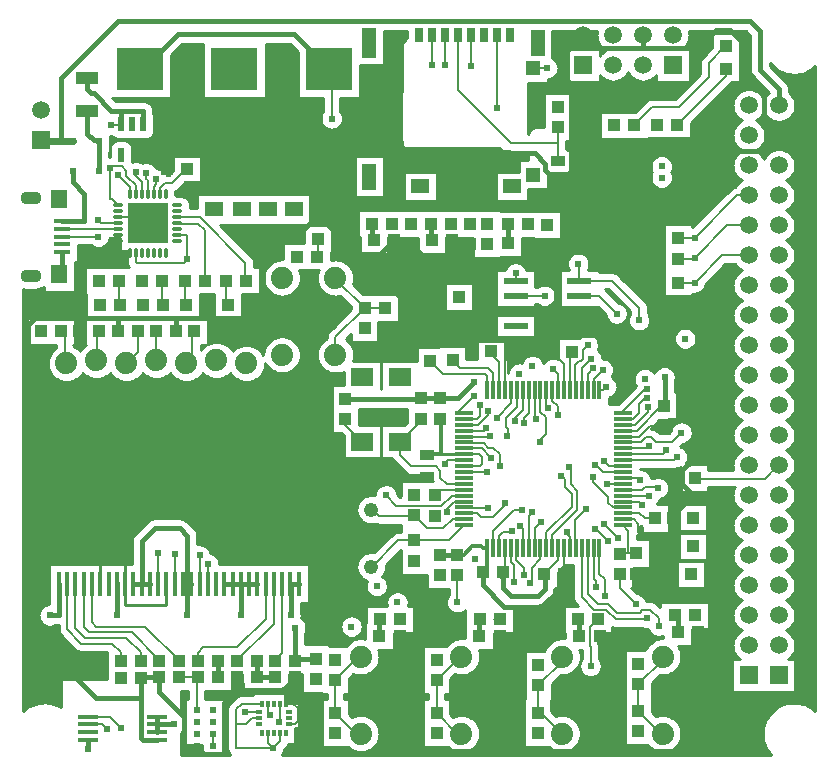
<source format=gbr>
%TF.GenerationSoftware,Novarm,DipTrace,3.2.0.1*%
%TF.CreationDate,2018-02-19T16:08:00-08:00*%
%FSLAX26Y26*%
%MOIN*%
%TF.FileFunction,Copper,L1,Top*%
%TF.Part,Single*%
%AMOUTLINE0*
4,1,4,
-0.035433,0.019685,
-0.035433,-0.019685,
0.035433,-0.019685,
0.035433,0.019685,
-0.035433,0.019685,
0*%
%AMOUTLINE1*
4,1,4,
0.026163,0.026163,
0.026205,-0.026121,
-0.026121,-0.026205,
-0.026163,0.026163,
0.026163,0.026163,
0*%
%AMOUTLINE2*
4,1,4,
-0.023622,0.015748,
-0.023622,-0.015748,
0.023622,-0.015748,
0.023622,0.015748,
-0.023622,0.015748,
0*%
%AMOUTLINE3*
4,1,4,
-0.010827,-0.023622,
0.010827,-0.023622,
0.010827,0.023622,
-0.010827,0.023622,
-0.010827,-0.023622,
0*%
%TA.AperFunction,Conductor*%
%ADD15C,0.007*%
%ADD16C,0.015748*%
%ADD17C,0.006*%
%ADD18C,0.008*%
%ADD19C,0.012*%
%ADD20C,0.01*%
%ADD21C,0.011811*%
%ADD22C,0.015*%
%ADD23C,0.023622*%
%ADD24R,0.15748X0.141732*%
%ADD26R,0.03937X0.043307*%
%ADD27R,0.043307X0.03937*%
%ADD28R,0.059055X0.051181*%
%ADD30R,0.023622X0.023622*%
%TA.AperFunction,ComponentPad*%
%ADD33R,0.059055X0.059055*%
%ADD34C,0.059055*%
%ADD36R,0.05315X0.015748*%
%ADD37R,0.055118X0.062992*%
%TA.AperFunction,ComponentPad*%
%ADD38O,0.070866X0.043307*%
%ADD39R,0.031496X0.048819*%
%ADD40R,0.045276X0.098425*%
%ADD41R,0.045276X0.086614*%
%ADD42R,0.059055X0.045276*%
%ADD43R,0.045669X0.047244*%
%ADD44R,0.045669X0.049213*%
%TA.AperFunction,ComponentPad*%
%ADD45C,0.074*%
%ADD49R,0.062992X0.011811*%
%ADD50R,0.011811X0.062992*%
%ADD52O,0.033465X0.011811*%
%ADD53O,0.011811X0.033465*%
%ADD54R,0.137795X0.137795*%
%ADD55R,0.015748X0.07874*%
%ADD56R,0.070866X0.015748*%
%ADD58R,0.011811X0.019685*%
%ADD59R,0.019685X0.011811*%
%TA.AperFunction,ComponentPad*%
%ADD60R,0.05937X0.05937*%
%ADD61C,0.05937*%
%ADD62R,0.07874X0.023622*%
%ADD64R,0.074803X0.059055*%
%TA.AperFunction,ComponentPad*%
%ADD65C,0.048*%
%TA.AperFunction,ViaPad*%
%ADD66C,0.024*%
%ADD141OUTLINE0*%
%TA.AperFunction,ComponentPad*%
%ADD142OUTLINE1*%
%ADD143OUTLINE2*%
%ADD144OUTLINE3*%
%TA.AperFunction,CopperBalancing*%
%ADD145C,0.01*%
G75*
G01*
%LPD*%
X1280580Y594016D2*
D15*
Y534046D1*
X1278298Y531764D1*
X1400160Y678624D2*
Y677192D1*
X1400265Y677087D1*
X1007425Y681516D2*
X945775D1*
X1002629Y572684D2*
Y676719D1*
X1007425Y681516D1*
X938996Y2156197D2*
X972080D1*
Y2075352D1*
X959582Y2062853D1*
X803348D1*
X800223Y2065978D1*
Y2098120D1*
X801201Y2097142D1*
X971173Y2376227D2*
D3*
X801201Y2293992D2*
Y2321223D1*
X769016Y2353408D1*
Y2369032D1*
X753353Y2384694D1*
X718982D1*
X712767Y2378479D1*
Y2275331D1*
X721437D1*
X742146Y2254622D1*
X879941Y2293992D2*
Y2311303D1*
X897088Y2328450D1*
X922086D1*
X972080Y2378445D1*
Y2375320D1*
X554550Y2150267D2*
X675236D1*
Y2206588D2*
X684610Y2197214D1*
X743793D1*
X742146Y2195567D1*
X554550Y2175857D2*
X742146Y2175882D1*
X781516Y2293992D2*
Y2315911D1*
X740855Y2356572D1*
X1562767Y1847251D2*
Y1845838D1*
X2041067Y2191068D2*
D16*
Y2129047D1*
X2040582Y2128562D1*
X889025Y2003485D2*
D15*
Y1925368D1*
X892150Y1922243D1*
X742146Y2215252D2*
D17*
X820886D1*
X840571Y2195567D1*
X545692Y2276251D2*
D16*
X548817D1*
X837719Y2194089D2*
Y2197214D1*
X842218D1*
X840571Y2195567D1*
X1153311Y2240960D2*
D3*
X1240802D2*
D3*
X1328293D2*
D3*
X787865Y2525264D2*
D3*
X681486Y1922243D2*
D3*
X481507Y1834752D2*
X484631D1*
X825221Y1922243D2*
D3*
X1983511Y1769147D2*
D17*
Y1760723D1*
X2011142Y1733092D1*
Y1639537D1*
X2247362D2*
Y1758864D1*
X2254507Y1766008D1*
X1983511Y1769147D2*
D16*
D3*
X2253196Y1769134D2*
Y1767319D1*
X2254507Y1766008D1*
X2065891Y1853391D2*
D3*
X1877481Y1948051D2*
D3*
X1578496Y2350361D2*
D3*
X1747788Y2318865D2*
D3*
X2054087D2*
D3*
X2125347Y2357448D2*
D3*
X2141095Y2796424D2*
D3*
X2206326Y2584673D2*
Y2582860D1*
X1578496Y2796424D2*
Y2794256D1*
X1961961Y2821214D2*
D3*
X1129057Y2709639D2*
D3*
X2478172Y500517D2*
X2477070D1*
X2475485Y502103D1*
X1465089Y494957D2*
Y495852D1*
X1802625D2*
D3*
X2140160D2*
D3*
X512765Y887765D2*
X544016D1*
Y994016D1*
X1257906Y445751D2*
D15*
X1241210Y462446D1*
Y495591D1*
X1280580D2*
Y468425D1*
X1257906Y445751D1*
X1211683Y544803D2*
X1188223D1*
X1168687Y525267D1*
X1134563D1*
Y445751D1*
X1257906D1*
X1221525Y594016D2*
X1153070D1*
X1134563Y575509D1*
Y525267D1*
X1074355Y681516D2*
D16*
Y737272D1*
X1074087Y737540D1*
X1202851D2*
Y681601D1*
X1202936Y681516D1*
X1264453D1*
X1264685Y681284D1*
X1400265Y744016D2*
X1338091D1*
X1331614Y737540D1*
X1202936Y681516D2*
X1197141D1*
Y684641D1*
X1075194D2*
Y681516D1*
X1074355D1*
X1197057Y994215D2*
D17*
X1205234D1*
X1205433Y994016D1*
D16*
X1177874D1*
X1150315D1*
X1122756D1*
X1095197D1*
X984961D2*
X972141D1*
X957402D1*
X847166D2*
X819607D1*
X792047D1*
X736929D2*
Y994215D1*
X972141Y994016D2*
Y887767D1*
X1150265D2*
Y994016D1*
X1797139Y1220836D2*
Y1214587D1*
X1728390Y1059973D2*
Y1070836D1*
X737767Y994016D2*
Y887767D1*
X1315670Y994016D2*
X1315891D1*
Y887765D1*
X1787620Y1216067D2*
X1792370D1*
X1797139Y1220836D1*
X1331614Y737540D2*
Y847159D1*
X2422559Y1503710D2*
D17*
X2469335D1*
X2551570Y1585945D1*
X2559641D1*
X2422559Y1228120D2*
X2478662D1*
X2495839Y1210943D1*
X2531515D1*
X2207992Y1111978D2*
Y1072187D1*
X2161269Y1025464D1*
X2030827Y1111978D2*
Y1038790D1*
X2023609Y1031572D1*
X2562538Y1681643D2*
D16*
Y1588843D1*
X2559641Y1585945D1*
X2023609Y1031572D2*
Y980078D1*
X2050092Y953595D1*
X2140708D1*
X2162580Y975467D1*
Y1024152D1*
X2161269Y1025464D1*
X2023609Y1031572D2*
Y1020485D1*
X2529693Y1210943D2*
X2531515D1*
X869238Y499084D2*
Y524675D1*
Y550265D1*
Y524675D2*
X927799D1*
X640891Y440891D2*
Y473494D1*
X750011Y680841D2*
D3*
X1002629Y493156D2*
Y493155D1*
X787998Y2250496D2*
Y2248141D1*
X840571Y2195567D1*
X1059571Y2240960D2*
D3*
X887767Y2250265D2*
Y2242763D1*
X840571Y2195567D1*
X554550Y2099086D2*
Y2033141D1*
X545692Y2024282D1*
X887625Y2144156D2*
Y2148513D1*
X840571Y2195567D1*
X545692Y2020345D2*
Y2024282D1*
X787998Y2144095D2*
X789099D1*
X840571Y2195567D1*
X1895000Y1405285D2*
D18*
X1842477D1*
X1831365Y1394173D1*
X1728390Y1291198D2*
Y1289071D1*
X1497932Y1608869D2*
D16*
X1747906D1*
X1750124Y1611087D1*
X1815742D1*
X1873587D1*
X1928391Y1665891D1*
X819607Y994016D2*
Y1135231D1*
X862767Y1178391D1*
X947141D1*
X972141Y1153391D1*
Y994016D1*
X1315670D2*
X1343229D1*
X1057747Y493156D2*
D15*
Y453393D1*
X1612275Y819016D2*
D16*
Y873087D1*
X1614452Y875264D1*
X1945608Y819016D2*
Y875037D1*
X1945836Y875265D1*
X2278940Y819016D2*
Y869198D1*
X2272874Y875264D1*
X2606024Y831516D2*
Y877578D1*
X2595838Y887764D1*
X2657823Y1119019D2*
D15*
X2656516D1*
X2422559Y1287175D2*
X2507107D1*
X2509641Y1284641D1*
X2326103Y1639537D2*
Y1675772D1*
X2356722Y1706391D1*
X2162580Y1953391D2*
X2065891D1*
X2607822Y2075267D2*
X2662765D1*
Y2078391D1*
X2772139Y2187765D1*
X2844016D1*
X2003222Y2578424D2*
Y2819168D1*
X2005268Y2821214D1*
X2651572Y1025273D2*
Y1028587D1*
X2487546Y1256735D2*
X2476792Y1267490D1*
X2422559D1*
X1040079Y994016D2*
X1040823Y994760D1*
Y1059834D1*
X2345788Y1639537D2*
X2357949D1*
X2368809Y1650397D1*
X2662767Y1997302D2*
X2608058D1*
X2662767D2*
X2753230Y2087765D1*
X2844016D1*
X2278490Y2003391D2*
Y2056307D1*
X2275068Y2059729D1*
X1831365Y2722159D2*
Y2820540D1*
X1832040Y2821214D1*
X2477897Y1871646D2*
Y1913260D1*
X2387765Y2003391D1*
X2278490D1*
X654252Y994016D2*
Y865029D1*
X669016Y850265D1*
X831517D1*
X944016Y737767D1*
Y738848D1*
X626693Y994016D2*
Y848839D1*
X644016Y831516D1*
X787767D1*
X875267Y744016D1*
Y740668D1*
X878395Y737540D1*
X819016Y744016D2*
Y739995D1*
X816561Y737540D1*
Y765221D1*
X769016Y812765D1*
X631517D1*
X599134Y845149D1*
Y994016D1*
X571575D2*
Y841457D1*
X619016Y794016D1*
X722141D1*
X750267Y765890D1*
Y738175D1*
X749631Y737540D1*
X1232992Y994016D2*
Y876742D1*
X1137767Y781516D1*
X1025267D1*
X1006516Y762765D1*
Y738181D1*
X1007158Y737540D1*
X1288110Y994016D2*
Y763109D1*
X1263613Y738612D1*
X1264685Y737540D1*
X1260551Y994016D2*
Y860551D1*
X1131516Y731516D1*
Y741945D1*
X1135922Y737540D1*
X2286733Y1111978D2*
Y948180D1*
X2328397Y906516D1*
X2369017D1*
X2400055Y875478D1*
X2500045D1*
X2503170Y878603D1*
X2306418Y1111978D2*
Y959742D1*
X2340893Y925265D1*
X2375264D1*
X2403180Y897351D1*
X2479691D1*
X2489065Y906725D1*
X2515668D1*
X2543790Y878603D1*
Y853605D1*
X2422559Y1247805D2*
X2390191D1*
X2375265Y1262730D1*
Y1281517D1*
X2325063Y1331719D1*
Y1350631D1*
X1895000Y1444655D2*
X1952740D1*
X1984474Y1412922D1*
X1895000Y1464340D2*
X1896424Y1462916D1*
X1959491D1*
X1975114Y1447293D1*
X1990739D1*
X2012596Y1425436D1*
Y1384799D1*
X1991457Y1111978D2*
Y1129310D1*
X874725Y994016D2*
Y1096839D1*
X2087765Y1237765D2*
X2059473D1*
X1991457Y1169750D1*
Y1111978D1*
X2011142D2*
Y1152120D1*
X2025095Y1166072D1*
X2050092D1*
X2053217Y1169197D1*
X931460Y1091080D2*
Y995633D1*
X929843Y994016D1*
X2093838Y1022338D2*
Y1047335D1*
X2068840Y1072332D1*
Y1110621D1*
X2070197Y1111978D1*
X2090713Y1112809D2*
X2089882Y1111978D1*
Y1176277D1*
X2081338Y1184822D1*
X2122141Y1231516D2*
X2109567Y1218943D1*
Y1111978D1*
X2131334Y1109897D2*
X2129252Y1111978D1*
Y1179252D1*
X2150265Y1200265D1*
X2148937Y1111978D2*
Y1074313D1*
X2121960Y1047335D1*
Y1000465D1*
X2115710Y994215D1*
X2188307Y1111978D2*
Y1154303D1*
X2271944Y1237940D1*
Y1303558D1*
X2250071Y1325431D1*
Y1375425D1*
X2243822Y1381675D1*
X1968851Y2125347D2*
X1969091D1*
X2247362Y1111978D2*
Y1150033D1*
X2237765Y1159630D1*
Y1165891D1*
X2267047Y1111978D2*
X2265694Y1113331D1*
Y1206320D1*
X2300265Y1240891D1*
X2031344Y1262939D2*
X2034469Y1259813D1*
X1990547Y1215891D1*
X1950278D1*
X1937604Y1228566D1*
X1895446D1*
X1895000Y1228120D1*
X1975267Y1247141D2*
X1895664D1*
X1895000Y1247805D1*
X2422559Y1562765D2*
Y1569435D1*
X2497141Y1644016D1*
X2503391D1*
X2422559Y1543080D2*
X2458705D1*
X2478172Y1562547D1*
Y1593798D1*
X2497275Y1612901D1*
X2503170D1*
X2422559Y1523395D2*
X2464020D1*
X2506294Y1565670D1*
Y1581654D1*
X2422559Y1464340D2*
X2483091D1*
X2500267Y1481516D1*
X2518941D1*
X2534416Y1466041D1*
X2587916D1*
X2619016Y1497141D1*
X2422559Y1444655D2*
X2500904D1*
X2509641Y1453391D1*
X2422559Y1424970D2*
X2556221D1*
X2569016Y1437765D1*
X2422559Y1405285D2*
X2592785D1*
X2603391Y1415891D1*
X2422559Y1385600D2*
Y1384641D1*
Y1385600D2*
X2377382D1*
X2359435Y1403547D1*
X745290Y2003485D2*
Y1925368D1*
X748415Y1922243D1*
X1406622Y2144189D2*
Y2085436D1*
X1404953Y2083767D1*
X1750124Y1544158D2*
Y1534784D1*
X1681381Y1466041D1*
X1895000Y1326545D2*
X1836500D1*
X1815742Y1347303D1*
Y1369176D1*
X1800118Y1384799D1*
X1718877D1*
X1681381Y1422296D1*
Y1466041D1*
X1497932Y1541940D2*
Y1523506D1*
X1555397Y1466041D1*
X1895000Y1287175D2*
X1852478D1*
X1818866Y1253563D1*
X1668882D1*
X1634511Y1287935D1*
X1556394Y1466041D2*
X1555397D1*
X2412554Y1027276D2*
Y978603D1*
X2465890Y925267D1*
X869016Y2340891D2*
Y2325376D1*
X859592Y2315952D1*
Y2294656D1*
X860256Y2293992D1*
X962706Y2003485D2*
Y1925368D1*
X965831Y1922243D1*
X1971772Y1639537D2*
Y1685011D1*
X1962767Y1694016D1*
X1823927D1*
X1781670Y1736273D1*
X820886Y2293992D2*
X822096Y2292782D1*
Y2331575D1*
X794023Y2359649D1*
X800265Y2365891D1*
X1781670Y1736273D2*
D3*
X2422559Y1326545D2*
Y1325431D1*
X2371933D1*
X2944016Y1387765D2*
X2940890D1*
X2897141Y1344016D1*
X2664922D1*
X2663004Y1345933D1*
Y1337929D2*
Y1345933D1*
X2422559Y1346230D2*
X2473051D1*
X2481516Y1337765D1*
X2662528Y1344179D2*
Y1345457D1*
X2537541Y2522180D2*
D3*
X2207992Y1639537D2*
Y1692540D1*
X2190891Y1709641D1*
X2768523Y2709649D2*
Y2686233D1*
X2605377Y2523087D1*
X1029635Y2003485D2*
Y2170906D1*
X1006452Y2194089D1*
X937519D1*
X938996Y2195567D1*
X1783327Y2194016D2*
D16*
Y2142038D1*
X1787427Y2137939D1*
X2422559Y1306860D2*
D15*
X2488109D1*
X2497141Y1315891D1*
X2537764D1*
X2540890Y1312765D1*
X2659642Y1212765D2*
X2657822D1*
X1012520Y994016D2*
Y1087775D1*
X2607820Y2147139D2*
X2662764D1*
X2325142Y1712642D2*
X2306418Y1693918D1*
Y1639537D1*
X2278490Y1953391D2*
X2344016D1*
X2403391Y1894016D1*
X1918856Y2719034D2*
Y2821012D1*
X1918654Y2821214D1*
X2662764Y2147139D2*
X2803390Y2287765D1*
X2844016D1*
X2345788Y1111978D2*
Y1026610D1*
X2362765Y1009633D1*
Y953391D1*
X640891Y524675D2*
X688357D1*
X703391Y509641D1*
X1871382Y1022849D2*
Y932275D1*
X1872141Y931516D1*
X1241210Y594016D2*
Y556761D1*
X1247051D1*
X1002629Y532920D2*
Y532919D1*
X2206326Y2402441D2*
Y2462811D1*
Y2515931D1*
Y2462811D2*
X2050092D1*
X1875110Y2637793D1*
Y2820978D1*
X1875347Y2821214D1*
X1969181Y2192366D2*
X1970831Y2194016D1*
X1850267D2*
X1850256D1*
X1912859D2*
Y2192296D1*
X1912757Y2192194D1*
X2125347Y2711777D2*
X2171954D1*
X1587755Y2194016D2*
D16*
Y2143840D1*
X1593656Y2137939D1*
X2326103Y1111978D2*
D15*
X2328188Y1114063D1*
Y1009839D1*
X2334641Y1003386D1*
Y981516D1*
X640891Y550265D2*
X712765D1*
X750265Y512765D1*
X1815742Y1022849D2*
X1815126D1*
X1211683Y564488D2*
X1165810D1*
X1057747Y572684D2*
Y572683D1*
X2050512Y1639537D2*
Y1594572D1*
X2003222Y1547282D1*
X1465778Y737992D2*
Y739322D1*
X1465089Y740011D1*
X2089882Y1639537D2*
Y1571449D1*
X2062765Y1544332D1*
Y1534641D1*
X1803243Y741117D2*
Y740629D1*
X2129252Y1639537D2*
Y1549364D1*
X2134600Y1544016D1*
X2143832Y719244D2*
Y719415D1*
X2141988Y721259D1*
X2168622Y1639537D2*
Y1584986D1*
X2175079Y1578529D1*
X2331516Y1175267D2*
X2334617D1*
X2375058Y1134826D1*
X2475267Y725516D2*
X2475485Y725298D1*
X1465089Y562781D2*
X1533855Y494016D1*
X1550265D1*
X1465089Y673082D2*
X1542024Y750016D1*
X1550265D1*
X1465089Y562781D2*
Y673082D1*
X1885683Y750016D2*
X1879559D1*
X1802625Y673082D1*
Y562781D1*
X1871390Y494016D1*
X1885683D1*
X2221099Y750016D2*
Y733440D1*
X2141988Y654330D1*
X2140160Y652502D1*
Y562781D1*
X2221099Y494016D2*
X2152334Y562781D1*
X2140160D1*
X2475485Y658369D2*
Y569032D1*
X2550500Y494016D1*
X2556516D1*
X2475485Y658369D2*
X2556516Y739401D1*
Y750016D1*
X1895000Y1484025D2*
Y1484641D1*
X551561Y1834752D2*
X562748D1*
Y1727765D1*
X569016D1*
X1895000Y1484025D2*
X1897747D1*
X1895000D2*
X1980901D1*
X1981516Y1484641D1*
X1895000Y1543080D2*
X1908705D1*
X866622Y1834752D2*
X869016D1*
Y1737765D1*
X1895000Y1543080D2*
X1936830D1*
X1947141Y1553391D1*
Y1587767D1*
X1895000Y1562765D2*
X1872141D1*
X1928391Y1619016D1*
X993953Y1834752D2*
X987704D1*
Y1727765D1*
X969016D1*
X806222Y1834752D2*
Y1765759D1*
X768229Y1727765D1*
X769016D1*
X1895000Y1523395D2*
Y1522141D1*
X1940584D1*
X1975265Y1556822D1*
Y1569015D1*
X678891Y1834752D2*
X672112D1*
Y1737765D1*
X669016D1*
X1969016Y1512765D2*
X1959642Y1503391D1*
X1895319D1*
X1895000Y1503710D1*
X1991457Y1639537D2*
Y1696576D1*
X1975267Y1712767D1*
X1881799D1*
X1856670Y1737897D1*
X840571Y2293992D2*
Y2338097D1*
X834595Y2344074D1*
Y2362822D1*
X1856372Y1737897D2*
X1856670D1*
X2422559Y1365915D2*
X2356446D1*
X2337562Y1384799D1*
X2334437D1*
X2331313Y1387924D1*
X2390891Y2522141D2*
X2392453Y2523704D1*
X2394016Y2522141D1*
X2306717Y1787966D2*
X2290891Y1772141D1*
Y1740891D1*
X2284641Y1734641D1*
X2278391D1*
X2265694Y1721944D1*
Y1640890D1*
X2267047Y1639537D1*
X2768523Y2784649D2*
X2765638D1*
X2709398Y2728408D1*
Y2681538D1*
X2609408Y2581549D1*
X2520353D1*
X2460945Y2522141D1*
X938996Y2215252D2*
X939706Y2215962D1*
X1012701D1*
X1165810Y2062853D1*
Y2003485D1*
X1167121D1*
X1100192D2*
Y1928492D1*
X1106441Y1922243D1*
X814096Y2709639D2*
D16*
X825200D1*
X940834Y2825273D1*
X1328383D1*
X1444017Y2709639D1*
X1867164Y1267490D2*
D15*
X1895000D1*
X1860915D1*
X1837614Y1244189D1*
Y1231691D1*
X1453391Y2544016D2*
Y2700265D1*
X1444017Y2709639D1*
X2590893Y1212765D2*
D16*
X2590894Y1119019D1*
Y1119016D1*
X2584643D1*
Y1025273D1*
X2065891Y1903391D2*
X2200265D1*
X2201973D1*
X2278490D1*
Y1853391D1*
X2030827Y1639537D2*
D17*
Y1749534D1*
X2050440Y1769147D1*
X2227677Y1639537D2*
Y1725908D1*
X2187578Y1766008D1*
X2422559Y1484025D2*
X2477776D1*
X2512767Y1519016D1*
X2559641D1*
X2227677Y1025985D2*
X2228198Y1025464D1*
X1971772Y1111978D2*
D19*
Y1046664D1*
X1956680Y1031572D1*
X2290891Y2822137D2*
D16*
X2334625Y2778403D1*
X2490891D1*
Y2822137D1*
X1912757Y2125265D2*
Y2041131D1*
X1886607Y2014981D1*
X1877481D1*
X1719007Y2125265D2*
X1825164Y2019108D1*
X1873353D1*
X1877481Y2014981D1*
X1728265Y750016D2*
Y494016D1*
X2734516Y750016D2*
Y494016D1*
X2399099Y750016D2*
Y494016D1*
X2063683Y750016D2*
Y494016D1*
Y750016D2*
X2065715Y752049D1*
Y819016D1*
Y916099D1*
X2028184D1*
X1956352Y987931D1*
Y1031244D1*
X1956680Y1031572D1*
X2065715Y916099D2*
X2203201D1*
X2228198Y941096D1*
Y1025464D1*
X2559641Y1519016D2*
X2578390Y1537765D1*
X2663004D1*
Y1412862D1*
X1631516Y1845838D2*
X1638428D1*
X1677635Y1806630D1*
X1778242D1*
X1781670Y1803202D1*
X1855046D1*
X1856670Y1804826D1*
X2033149D1*
X2050440Y1787534D1*
Y1769147D1*
X2187578Y1766008D2*
X2181327D1*
X2178188Y1769147D1*
X2050440D1*
X2187578Y1766008D2*
Y1822254D1*
X2200265D1*
Y1903391D1*
X2663004Y1537765D2*
Y1674918D1*
X2596910Y1741012D1*
X2437551D1*
X2356310Y1822254D1*
X2200265D1*
X2540891Y2147139D2*
Y2075267D1*
X2540893D1*
Y1997538D1*
X2541129Y1997302D1*
X2540891Y2147139D2*
Y2181817D1*
X2793764Y2434689D1*
X2890940D1*
X2944016Y2487765D1*
X1728265Y628633D2*
Y750016D1*
X1956680Y1031572D2*
X1962461D1*
Y1025322D1*
X2206326Y2331575D2*
X2215700D1*
X2250071Y2365946D1*
Y2659666D1*
X2237572Y2672164D1*
Y2768818D1*
X2290891Y2822137D1*
X2663004Y1412862D2*
X2621907Y1371765D1*
Y1325499D1*
X2647141Y1300265D1*
Y1278390D1*
X2590893Y1222142D1*
Y1212765D1*
X2531515Y1144013D2*
X2584643D1*
Y1119016D1*
X2422559Y1208435D2*
D17*
X2460847D1*
X2475265Y1194016D1*
Y1165891D1*
X2497143Y1144013D1*
X2531515D1*
X1337166Y2146717D2*
D16*
X1339693Y2144189D1*
X2228198Y1025464D2*
D17*
Y1072087D1*
X2227677Y1072608D1*
Y1111978D1*
X681811Y994016D2*
D20*
Y1072141D1*
X723983D1*
X764488D1*
Y994016D1*
Y922348D1*
X902284D1*
Y994016D1*
X1136007Y681516D2*
D16*
Y638554D1*
X1288885D1*
X1300265Y649935D1*
X1331614Y681284D1*
X1310108Y525118D2*
D17*
X1331021D1*
X1340792Y534889D1*
Y578634D1*
X1325410Y594016D1*
X1300265D1*
D21*
Y611733D1*
D16*
Y649935D1*
X1728265Y494016D2*
Y434899D1*
X2063683D1*
X2399099D1*
X2734516D1*
Y494016D1*
X2399099D2*
Y434899D1*
X2063683Y494016D2*
Y434899D1*
X1815126Y1089778D2*
X1871382D1*
D19*
X1892557D1*
X1921981Y1119202D1*
X1950768D1*
X1957992Y1111978D1*
X1971772D1*
X2012537Y819016D2*
D16*
X2065715D1*
X1679204D2*
Y799078D1*
X1728265Y750016D1*
X2345869Y819016D2*
Y803246D1*
X2399099Y750016D1*
X2672953Y831516D2*
Y811579D1*
X2734516Y750016D1*
X2107511Y2128562D2*
X2166080D1*
X2172331Y2122311D1*
X1854356Y2137939D2*
X1900084D1*
X1912757Y2125265D1*
X1660586Y2137939D2*
X1706334D1*
X1719007Y2125265D1*
X1328293Y2315763D2*
X1240802D1*
X1153311D1*
X1059571D1*
X825267Y2422894D2*
Y2422191D1*
X904244D1*
Y2376227D1*
X1059571Y2315763D2*
Y2375320D1*
X1012701Y2422191D1*
X904244D1*
X1339693Y2144189D2*
Y2155495D1*
X1384537Y2200339D1*
Y2303453D1*
X1372038Y2315952D1*
X1328482D1*
X1328293Y2315763D1*
X1384537Y2200339D2*
X1387423Y2203225D1*
X1428521D1*
X1537646Y2094100D1*
X1612638D1*
X1662633Y2144095D1*
Y2135891D1*
X1660586Y2137939D1*
X742146Y2156197D2*
D21*
X744016D1*
Y2136512D1*
X742146D1*
X1173370Y1922243D2*
D16*
Y1878498D1*
X1060882D1*
X1032760D1*
X933551D1*
X739293D1*
X611962D1*
Y1834752D1*
X1032760Y1922243D2*
Y1878498D1*
X1060882Y1834752D2*
Y1878498D1*
X933551Y1834752D2*
Y1878498D1*
X739293Y1834752D2*
Y1878498D1*
X611962D2*
D20*
Y2037575D1*
X693403Y2119016D1*
X744016D1*
Y2134642D1*
X742146Y2136512D1*
X469016Y1737765D2*
D16*
Y1741004D1*
X440886Y1769134D1*
Y1856625D1*
X462759Y1878498D1*
X611962D1*
X2835452Y2784649D2*
Y2709649D1*
X2490891Y2778403D2*
X2675026D1*
X2734395Y2837772D1*
X2782328D1*
X2835452Y2784649D1*
Y2709649D2*
Y2686721D1*
X2893754Y2628419D1*
Y2538028D1*
X2944016Y2487765D1*
X816940Y680841D2*
D22*
Y612765D1*
Y480466D1*
X825265Y472141D1*
X867885D1*
X869238Y473494D1*
X878845Y681516D2*
D16*
X817614D1*
X816940Y680841D1*
X1002629Y453393D2*
X959641D1*
Y550267D1*
X878391Y631516D1*
Y681062D1*
X878845Y681516D1*
X1002629Y453393D2*
Y451028D1*
X1028391Y425265D1*
X1094016D1*
Y596563D1*
X1136007Y638554D1*
X2201973Y1903391D2*
Y1988229D1*
X2172331Y2017870D1*
Y2122311D1*
X1339693Y2144189D2*
X1300265D1*
X1275173Y2119097D1*
Y2087851D1*
X1225179Y2037856D1*
Y1937866D1*
X1209555Y1922243D1*
X1173370D1*
X469016Y1737765D2*
Y1350357D1*
Y809641D1*
X665891Y612765D1*
X816940D1*
X1384537Y2303453D2*
X1525147Y2444063D1*
X2009471D1*
X2025095Y2428440D1*
X2131334D1*
X2165705Y2394068D1*
Y2372196D1*
X2206326Y2331575D1*
X1781670Y1803202D2*
Y1850076D1*
X1537646Y2094100D1*
X1772289Y1350357D2*
X723983D1*
X469016D1*
X2468798Y1027462D2*
X2582454D1*
X2584643Y1025273D1*
X2734516Y750016D2*
Y919141D1*
X2694016Y959641D1*
X2606516D1*
X2584641Y981516D1*
Y1025271D1*
X2584643Y1025273D1*
X723983Y1072141D2*
Y1350357D1*
X744016Y2119016D2*
D20*
Y2103391D1*
X750265Y2097142D1*
X781516D1*
X1815742Y1544158D2*
D19*
X1818866D1*
Y1425420D1*
X1772289D1*
Y1421223D1*
X1895000Y1385600D2*
D18*
X1947778D1*
X1953227Y1391049D1*
Y1416046D1*
X1943853Y1425420D1*
X1895450D1*
X1895000Y1424970D1*
X1818866Y1425420D2*
D20*
X1895000Y1424970D1*
X676328Y2369071D2*
D16*
Y2469061D1*
Y2472185D1*
X659613D1*
X637740Y2494058D1*
Y2569050D1*
X676328Y2369071D2*
D3*
X822096Y2003485D2*
D3*
X825267Y2525264D2*
Y2569050D1*
X750464D1*
Y2525264D1*
X637740Y2679286D2*
Y2640918D1*
X650239Y2628419D1*
X659613D1*
X718982Y2569050D1*
X750464D1*
X678361Y2003485D2*
D17*
D3*
X718982Y2522180D2*
X747380D1*
X750464Y2525264D1*
X484631Y2472185D2*
D23*
Y2469061D1*
X550250D1*
X589714D1*
X2944016Y2587765D2*
D16*
Y2643775D1*
X2881255Y2706536D1*
Y2834647D1*
X2846883Y2869019D1*
X740855D1*
X550250Y2678414D1*
Y2469061D1*
X554550Y2201448D2*
X628366D1*
D22*
Y2294079D1*
X589714Y2332731D1*
Y2369071D1*
X1584641Y1240269D2*
D15*
Y1244065D1*
X1609513Y1219192D1*
X1728390D1*
Y1222142D1*
X1728425D1*
X1771996Y1178571D1*
X1825116D1*
X1856362Y1209818D1*
X1893617D1*
X1895000Y1208435D1*
X1584641Y1050269D2*
Y1047460D1*
X1674946Y1137765D1*
X1728390D1*
X1844016D1*
X1895000Y1188750D1*
X2107996Y2191068D2*
Y2184715D1*
X2168826D2*
Y2185735D1*
X2172331Y2189240D1*
X2287567Y1640372D2*
X2286733Y1639537D1*
X2065891Y2003391D2*
Y2028113D1*
X2318814Y1744137D2*
X2286733Y1712055D1*
Y1639537D1*
X2059466Y1000465D2*
Y1056709D1*
X2050512Y1065663D1*
Y1111978D1*
X2070197Y1639537D2*
Y1583011D1*
X2034469Y1547282D1*
Y1516036D1*
X2040718Y1509786D1*
Y1493684D1*
Y1487593D1*
X2037765Y1484641D1*
X1681381Y875264D2*
X1678391D1*
Y869016D1*
X2037765Y1484641D2*
Y1490733D1*
X2040718Y1493684D1*
X1993848Y875478D2*
X2012765D1*
Y875265D1*
X2019015D1*
X2009641Y865891D1*
X2093838Y1528213D2*
Y1546710D1*
X2109567Y1562440D1*
Y1639537D1*
X2339803Y875264D2*
X2344016D1*
X2148937Y1639537D2*
Y1567175D1*
X2165891Y1550221D1*
Y1491225D1*
X2146957Y1472290D1*
Y1466041D1*
X2315891Y719016D2*
Y781516D1*
X2312767Y784641D1*
Y848227D1*
X2339803Y875264D1*
X2188307Y1639537D2*
X2185939D1*
X2662767Y887764D2*
X2659643D1*
X2406305Y1147352D2*
X2359641Y1194016D1*
X2206516Y1556516D2*
Y1584588D1*
X2187578Y1603526D1*
Y1638807D1*
X2188307Y1639537D1*
X2468798Y1094391D2*
X2440650D1*
X2412740D1*
X2412554Y1094205D1*
X2440650Y1094391D2*
Y1170659D1*
X2422559Y1188750D1*
X1465765Y2012516D2*
Y2009768D1*
X1562767Y1912767D1*
X1631516D1*
X1465765Y1756516D2*
Y1815765D1*
X1562767Y1912767D1*
X1895000Y1306860D2*
X1816234D1*
X1797139Y1287765D1*
Y1281516D1*
X1895000Y1365915D2*
X1971839D1*
X1337667Y2084726D2*
Y2084124D1*
X1719007Y2192194D2*
D3*
X1656516Y2194016D2*
X1654684D1*
X1788733Y2821214D2*
X1787620Y2820101D1*
Y2722159D1*
X2168622Y1111978D2*
Y1165865D1*
X2253196Y1250439D1*
Y1294184D1*
X2231323Y1316057D1*
Y1341084D1*
X2219016Y1353391D1*
D66*
X1278298Y531764D3*
X1400160Y678624D3*
X971173Y2376227D3*
X972080Y2075352D3*
X712767Y2378479D3*
X675236Y2150267D3*
Y2206588D3*
X740855Y2356572D3*
X1562767Y1847251D3*
X548817Y2276251D3*
X837719Y2194089D3*
X1153311Y2240960D3*
X1240802D3*
X1328293D3*
X787865Y2525264D3*
X681486Y1922243D3*
X481507Y1834752D3*
X825221Y1922243D3*
X681486D3*
X1983511Y1769147D3*
X2253196Y1769134D3*
X1983511Y1769147D3*
X2065891Y1853391D3*
X1877481Y1948051D3*
X2065891Y1853391D3*
X1578496Y2350361D3*
X1747788Y2318865D3*
X1578496Y2350361D3*
X2054087Y2318865D3*
X1747788D3*
X2125347Y2357448D3*
X2054087Y2318865D3*
X2141095Y2796424D3*
X2206326Y2584673D3*
X2125347Y2357448D3*
X1578496Y2794256D3*
X1961961Y2821214D3*
X1578496Y2794256D3*
Y2350361D3*
X1129057Y2709639D3*
X2478172Y500517D3*
X1465089Y494957D3*
X1802625Y495852D3*
X2140160D3*
X512765Y887765D3*
X1257906Y445751D3*
D3*
D3*
X1197141Y684641D3*
X1075194D3*
X972141Y887767D3*
X1150265D3*
X1797139Y1214587D3*
X1728390Y1059973D3*
X737767Y887767D3*
X972141D3*
X737767D3*
X1197141Y684641D3*
X1315891Y887765D3*
D3*
X1331614Y847159D3*
X1197141Y684641D3*
X2562538Y1681643D3*
X2023609Y1020485D3*
X2529693Y1210943D3*
X927799Y524675D3*
X640891Y440891D3*
X750011Y680841D3*
D3*
X1331614Y847159D3*
X1002629Y493155D3*
X2023609Y1020485D3*
X787998Y2250496D3*
X1059571Y2240960D3*
X887767Y2250265D3*
X1153311Y2240960D3*
X887625Y2144156D3*
X548817Y2276251D3*
X545692Y2020345D3*
X787998Y2144095D3*
X1831365Y1394173D3*
X1728390Y1291198D3*
X1797139Y1214587D3*
X1928391Y1665891D3*
X2656516Y1119019D3*
X2509641Y1284641D3*
X2656516Y1119019D3*
X2356722Y1706391D3*
X2162580Y1953391D3*
X2662765Y2078391D3*
X2003222Y2578424D3*
X2651572Y1028587D3*
X2487546Y1256735D3*
X2651572Y1028587D3*
X1040823Y1059834D3*
X2651572Y1028587D3*
X2368809Y1650397D3*
X2662767Y1997302D3*
D3*
X2275068Y2059729D3*
X1831365Y2722159D3*
X2477897Y1871646D3*
X2503170Y878603D3*
X2543790Y853605D3*
X2325063Y1350631D3*
X2496920Y1675394D3*
X2631281Y1809755D3*
X1984474Y1412922D3*
X2012596Y1384799D3*
X874725Y1096839D3*
X2087765Y1237765D3*
X2053217Y1169197D3*
X931460Y1091080D3*
X2093838Y1022338D3*
X2081338Y1184822D3*
X2122141Y1231516D3*
X2150265Y1200265D3*
X2115710Y994215D3*
X2243822Y1381675D3*
X2121960Y1719139D3*
X1968851Y2125347D3*
X2237765Y1165891D3*
X2300265Y1240891D3*
X2031344Y1262939D3*
X1975267Y1247141D3*
X2503391Y1644016D3*
X2503170Y1612901D3*
X2506294Y1581654D3*
X2619016Y1497141D3*
X2509641Y1453391D3*
X2569016Y1437765D3*
X2603391Y1415891D3*
X2359435Y1403547D3*
X1634511Y1287935D3*
X1556394Y1466041D3*
X2465890Y925267D3*
X1518898Y850481D3*
X869016Y2340891D3*
X800265Y2365891D3*
X1781670Y1736273D3*
X2371933Y1325431D3*
X2481516Y1337765D3*
X2662528Y1344179D3*
X2537541Y2522180D3*
X2190891Y1709641D3*
X2553164Y2384694D3*
X2540890Y1312765D3*
X2659642Y1212765D3*
X1012520Y1087775D3*
X2659642Y1212765D3*
X2662764Y2147139D3*
X2403391Y1894016D3*
X2325142Y1712642D3*
X2403391Y1894016D3*
X1918856Y2719034D3*
X2362765Y953391D3*
X703391Y509641D3*
X1603264Y984841D3*
X1672213Y931516D3*
X2362765Y953391D3*
X1872141Y931516D3*
X1247051Y556761D3*
X1672213Y931516D3*
X1002629Y532919D3*
X1247051Y556761D3*
X1970831Y2194016D3*
X1850267D3*
X1912859D3*
X2171954Y2711777D3*
X1970831Y2194016D3*
X2334641Y981516D3*
X750265Y512765D3*
X1815742Y1022849D3*
X2334641Y981516D3*
X1165810Y564488D3*
X1057747Y572683D3*
X1165810Y564488D3*
X2003222Y1547282D3*
X1465778Y737992D3*
X2062765Y1534641D3*
X1803243Y741117D3*
X2134600Y1544016D3*
X2143832Y719244D3*
X2175079Y1578529D3*
X2331516Y1175267D3*
X2375058Y1134826D3*
X2475267Y725516D3*
X1981516Y1484641D3*
X1947141Y1587767D3*
X1928391Y1619016D3*
X1975265Y1569015D3*
X1969016Y1512765D3*
X834595Y2362822D3*
X1856372Y1737897D3*
X2331313Y1387924D3*
X2390891Y2522141D3*
X2553164Y2347198D3*
X2306717Y1787966D3*
X1837614Y1231691D3*
X1453391Y2544016D3*
X676328Y2369071D3*
X822096Y2003485D3*
X678361D3*
X718982Y2522180D3*
X2107996Y2184715D3*
X2168826D3*
X2065891Y2028113D3*
X2318814Y1744137D3*
X2065891Y2028113D3*
X2107996Y2184715D3*
X2059466Y1000465D3*
X1678391Y869016D3*
X2037765Y1484641D3*
X2009641Y865891D3*
X2093838Y1528213D3*
X2146957Y1466041D3*
X1931355Y1075104D3*
X2315891Y719016D3*
X2659643Y887764D3*
X2406305Y1147352D3*
X2359641Y1194016D3*
X2206516Y1556516D3*
X1797139Y1281516D3*
X1971839Y1365915D3*
X1337667Y2084726D3*
X1719007Y2192194D3*
X1656516Y2194016D3*
X1787620Y2722159D3*
X1719007Y2192194D3*
X2219016Y1353391D3*
X2078265Y1694142D3*
X1719007Y2192194D3*
X1627525Y2835425D2*
D145*
X1703280D1*
X2190124D2*
X2336424D1*
X2645357D2*
X2832420D1*
X1627525Y2825557D2*
X1703280D1*
X2190124D2*
X2334920D1*
X2646861D2*
X2720467D1*
X2816568D2*
X2842284D1*
X1627525Y2815688D2*
X1703280D1*
X2190124D2*
X2335193D1*
X2646588D2*
X2720467D1*
X2816568D2*
X2846971D1*
X1627525Y2805819D2*
X1694217D1*
X2190124D2*
X2337284D1*
X2644499D2*
X2720467D1*
X2816568D2*
X2846971D1*
X1627525Y2795950D2*
X1687284D1*
X2190124D2*
X2341424D1*
X2640357D2*
X2720467D1*
X2816568D2*
X2846971D1*
X949693Y2786082D2*
X1023924D1*
X1234205D2*
X1319511D1*
X1627525D2*
X1684881D1*
X2190124D2*
X2348240D1*
X2633541D2*
X2720467D1*
X2816568D2*
X2846971D1*
X939831Y2776213D2*
X1023924D1*
X1234205D2*
X1329393D1*
X1627525D2*
X1684803D1*
X2190124D2*
X2234803D1*
X2346979D2*
X2359471D1*
X2646979D2*
X2715331D1*
X2816568D2*
X2846971D1*
X929967Y2766344D2*
X1023924D1*
X1234205D2*
X1338885D1*
X1627525D2*
X1684803D1*
X2190124D2*
X2234803D1*
X2346979D2*
X2357029D1*
X2646979D2*
X2705467D1*
X2816568D2*
X2846971D1*
X920084Y2756475D2*
X1023924D1*
X1234205D2*
X1338885D1*
X1627525D2*
X1684803D1*
X2190124D2*
X2234803D1*
X2646979D2*
X2695584D1*
X2816568D2*
X2846971D1*
X919244Y2746607D2*
X1023924D1*
X1234205D2*
X1338885D1*
X1627525D2*
X1684803D1*
X2190124D2*
X2234803D1*
X2646979D2*
X2685956D1*
X2816568D2*
X2846971D1*
X919244Y2736738D2*
X1023924D1*
X1234205D2*
X1338885D1*
X1627525D2*
X1684803D1*
X2200807D2*
X2234803D1*
X2646979D2*
X2680721D1*
X2816568D2*
X2846971D1*
X919244Y2726869D2*
X1023924D1*
X1234205D2*
X1338885D1*
X1627525D2*
X1684803D1*
X2207175D2*
X2234803D1*
X2646979D2*
X2679491D1*
X2816568D2*
X2846971D1*
X919244Y2717000D2*
X1023924D1*
X1234205D2*
X1338885D1*
X1549167D2*
X1684803D1*
X2209987D2*
X2234803D1*
X2646979D2*
X2679491D1*
X2816568D2*
X2846971D1*
X919244Y2707131D2*
X1023924D1*
X1234205D2*
X1338885D1*
X1549167D2*
X1684803D1*
X2210065D2*
X2234803D1*
X2646979D2*
X2679491D1*
X2816568D2*
X2846971D1*
X2928717D2*
X2936679D1*
X3051353D2*
X3063007D1*
X919244Y2697263D2*
X1023924D1*
X1234205D2*
X1338885D1*
X1549167D2*
X1684803D1*
X2207428D2*
X2234803D1*
X2646979D2*
X2679491D1*
X2816568D2*
X2848299D1*
X2938580D2*
X2956092D1*
X3031940D2*
X3063007D1*
X919244Y2687394D2*
X1023924D1*
X1234205D2*
X1338885D1*
X1549167D2*
X1684803D1*
X2201315D2*
X2234803D1*
X2434635D2*
X2447147D1*
X2646979D2*
X2673377D1*
X2816568D2*
X2853045D1*
X2948444D2*
X3063007D1*
X919244Y2677525D2*
X1023924D1*
X1234205D2*
X1338885D1*
X1549167D2*
X1684803D1*
X2187975D2*
X2234803D1*
X2346979D2*
X2357576D1*
X2424205D2*
X2457576D1*
X2524205D2*
X2534803D1*
X2646979D2*
X2663515D1*
X2816568D2*
X2862205D1*
X2958327D2*
X3063007D1*
X919244Y2667656D2*
X1023924D1*
X1234205D2*
X1338885D1*
X1549167D2*
X1684803D1*
X2174576D2*
X2234803D1*
X2346979D2*
X2381756D1*
X2400025D2*
X2481756D1*
X2500025D2*
X2534803D1*
X2646979D2*
X2653651D1*
X2816568D2*
X2872068D1*
X2968189D2*
X3063007D1*
X919244Y2657788D2*
X1023924D1*
X1234205D2*
X1338885D1*
X1549167D2*
X1684803D1*
X2108952D2*
X2643768D1*
X2781940D2*
X2881952D1*
X2975201D2*
X3063007D1*
X919244Y2647919D2*
X1023924D1*
X1234205D2*
X1338885D1*
X1549167D2*
X1684803D1*
X2108952D2*
X2633904D1*
X2772076D2*
X2891815D1*
X2978033D2*
X3063007D1*
X919244Y2638050D2*
X1023924D1*
X1234205D2*
X1338885D1*
X1549167D2*
X1684803D1*
X2108952D2*
X2624041D1*
X2762213D2*
X2820916D1*
X2867116D2*
X2901679D1*
X2978288D2*
X3063007D1*
X919244Y2628181D2*
X1023924D1*
X1234205D2*
X1338885D1*
X1549167D2*
X1684803D1*
X2108952D2*
X2160233D1*
X2252408D2*
X2614179D1*
X2752349D2*
X2805819D1*
X2882213D2*
X2905819D1*
X2982213D2*
X3063007D1*
X919244Y2618313D2*
X1023924D1*
X1234205D2*
X1338885D1*
X1549167D2*
X1684803D1*
X2108952D2*
X2160233D1*
X2252408D2*
X2604296D1*
X2742467D2*
X2797361D1*
X2890671D2*
X2897377D1*
X2990671D2*
X3063007D1*
X727643Y2608444D2*
X1423495D1*
X1483288D2*
X1684803D1*
X2108952D2*
X2160233D1*
X2252408D2*
X2508768D1*
X2732604D2*
X2792128D1*
X2995904D2*
X3063007D1*
X841608Y2598575D2*
X1423495D1*
X1483288D2*
X1684803D1*
X2108952D2*
X2160233D1*
X2252408D2*
X2495507D1*
X2722740D2*
X2789159D1*
X2998873D2*
X3063007D1*
X853112Y2588706D2*
X1423495D1*
X1483288D2*
X1684803D1*
X2108952D2*
X2160233D1*
X2252408D2*
X2485643D1*
X2712857D2*
X2788104D1*
X2999928D2*
X3063007D1*
X858072Y2578838D2*
X1423495D1*
X1483288D2*
X1684803D1*
X2108952D2*
X2160233D1*
X2252408D2*
X2475780D1*
X2702995D2*
X2788827D1*
X2999205D2*
X3063007D1*
X859537Y2568969D2*
X1423495D1*
X1483288D2*
X1684803D1*
X2108952D2*
X2160233D1*
X2252408D2*
X2465897D1*
X2693131D2*
X2791404D1*
X2996628D2*
X3063007D1*
X860357Y2559100D2*
X1418163D1*
X1488620D2*
X1684803D1*
X2108952D2*
X2160233D1*
X2252408D2*
X2345956D1*
X2683268D2*
X2796171D1*
X2991861D2*
X3063007D1*
X862487Y2549231D2*
X1415349D1*
X1491432D2*
X1684803D1*
X2108952D2*
X2160233D1*
X2252408D2*
X2345956D1*
X2673385D2*
X2803865D1*
X2884167D2*
X2903865D1*
X2984167D2*
X3063007D1*
X862487Y2539362D2*
X1415292D1*
X1491511D2*
X1684803D1*
X2108952D2*
X2160233D1*
X2252408D2*
X2345956D1*
X2663521D2*
X2817049D1*
X2870983D2*
X2917049D1*
X2970983D2*
X3063007D1*
X862487Y2529494D2*
X1417928D1*
X1488853D2*
X1684803D1*
X2108952D2*
X2160233D1*
X2252408D2*
X2345956D1*
X2653659D2*
X2807303D1*
X2880729D2*
X3063007D1*
X862487Y2519625D2*
X1424041D1*
X1482740D2*
X1684803D1*
X2108952D2*
X2160233D1*
X2252408D2*
X2345956D1*
X2653424D2*
X2798280D1*
X2889752D2*
X3063007D1*
X862487Y2509756D2*
X1437381D1*
X1469401D2*
X1684803D1*
X2108952D2*
X2117185D1*
X2252408D2*
X2345956D1*
X2653424D2*
X2792675D1*
X2895357D2*
X3063007D1*
X862428Y2499887D2*
X1684803D1*
X2252408D2*
X2345956D1*
X2653424D2*
X2789452D1*
X2898580D2*
X3063007D1*
X859675Y2490019D2*
X1684803D1*
X2252408D2*
X2345956D1*
X2653424D2*
X2788143D1*
X2899889D2*
X3063007D1*
X714537Y2480150D2*
X725096D1*
X850631D2*
X1684803D1*
X2252408D2*
X2345956D1*
X2653424D2*
X2788612D1*
X2899420D2*
X3063007D1*
X714537Y2470281D2*
X729667D1*
X771256D2*
X1684803D1*
X2252408D2*
X2790936D1*
X2897096D2*
X3063007D1*
X783561Y2460412D2*
X1685233D1*
X2236217D2*
X2795389D1*
X2892643D2*
X3063007D1*
X787369Y2450544D2*
X1688768D1*
X2236217D2*
X2802616D1*
X2885416D2*
X3063007D1*
X787683Y2440675D2*
X1697889D1*
X2242760D2*
X2814744D1*
X2873288D2*
X2928260D1*
X2959772D2*
X3063007D1*
X787683Y2430806D2*
X2107284D1*
X2252995D2*
X2808885D1*
X2879147D2*
X2908885D1*
X2979147D2*
X3063007D1*
X787683Y2420937D2*
X923124D1*
X1019225D2*
X2107284D1*
X2256197D2*
X2542928D1*
X2563404D2*
X2799236D1*
X2888796D2*
X2899236D1*
X2988796D2*
X3063007D1*
X787683Y2411068D2*
X923124D1*
X1019225D2*
X1529452D1*
X1627525D2*
X2107284D1*
X2256353D2*
X2525643D1*
X2580689D2*
X2793280D1*
X2994752D2*
X3063007D1*
X813600Y2401200D2*
X923124D1*
X1019225D2*
X1529452D1*
X1627525D2*
X2076112D1*
X2256353D2*
X2518612D1*
X2587721D2*
X2789764D1*
X2998268D2*
X3063007D1*
X859811Y2391331D2*
X923124D1*
X1019225D2*
X1529452D1*
X1627525D2*
X2076112D1*
X2256353D2*
X2515349D1*
X2590964D2*
X2788201D1*
X2999831D2*
X3063007D1*
X868015Y2381462D2*
X923124D1*
X1019225D2*
X1529452D1*
X1627525D2*
X2076112D1*
X2255807D2*
X2514901D1*
X2591432D2*
X2788456D1*
X2999576D2*
X3063007D1*
X891373Y2371593D2*
X923124D1*
X1019225D2*
X1529452D1*
X1627525D2*
X2076112D1*
X2251373D2*
X2517128D1*
X2589185D2*
X2790525D1*
X2997507D2*
X3063007D1*
X901080Y2361725D2*
X913495D1*
X1019225D2*
X1529452D1*
X1627525D2*
X1691853D1*
X1803717D2*
X1998163D1*
X2235612D2*
X2517693D1*
X2588620D2*
X2794647D1*
X2993385D2*
X3063007D1*
X1019225Y2351856D2*
X1529452D1*
X1627525D2*
X1691853D1*
X1803717D2*
X1998163D1*
X2174576D2*
X2515057D1*
X2591276D2*
X2801444D1*
X2986588D2*
X3063007D1*
X1019225Y2341987D2*
X1529452D1*
X1627525D2*
X1691853D1*
X1803717D2*
X1998163D1*
X2174576D2*
X2515135D1*
X2591197D2*
X2812655D1*
X2975377D2*
X3063007D1*
X1019225Y2332118D2*
X1529452D1*
X1627525D2*
X1691853D1*
X1803717D2*
X1998163D1*
X2174576D2*
X2517948D1*
X2588385D2*
X2810624D1*
X2977408D2*
X3063007D1*
X957760Y2322250D2*
X1529452D1*
X1627525D2*
X1691853D1*
X1803717D2*
X1998163D1*
X2174576D2*
X2524296D1*
X2582017D2*
X2800272D1*
X2987760D2*
X3063007D1*
X947877Y2312381D2*
X1529452D1*
X1627525D2*
X1691853D1*
X1803717D2*
X1998163D1*
X2174576D2*
X2538515D1*
X2567819D2*
X2787244D1*
X2994128D2*
X3063007D1*
X935827Y2302512D2*
X1529452D1*
X1627525D2*
X1691853D1*
X1803717D2*
X1998163D1*
X2110007D2*
X2776268D1*
X2997936D2*
X3063007D1*
X931940Y2292643D2*
X1529452D1*
X1627525D2*
X1691853D1*
X1803717D2*
X1998163D1*
X2110007D2*
X2766404D1*
X2999733D2*
X3063007D1*
X964517Y2282775D2*
X1003651D1*
X1384225D2*
X1529452D1*
X1627525D2*
X1691853D1*
X1803717D2*
X1998163D1*
X2110007D2*
X2756521D1*
X2999713D2*
X3063007D1*
X976236Y2272906D2*
X1003651D1*
X1384225D2*
X1691853D1*
X1803717D2*
X1998163D1*
X2110007D2*
X2746659D1*
X2997897D2*
X3063007D1*
X980983Y2263037D2*
X1003651D1*
X1384225D2*
X2736796D1*
X2994068D2*
X3063007D1*
X982096Y2253168D2*
X1003651D1*
X1384225D2*
X2726912D1*
X2987683D2*
X3063007D1*
X1384225Y2243299D2*
X2717049D1*
X2977272D2*
X3063007D1*
X1384225Y2233431D2*
X1539705D1*
X2218424D2*
X2707185D1*
X2975533D2*
X3063007D1*
X1384225Y2223562D2*
X1539705D1*
X2218424D2*
X2697323D1*
X2986685D2*
X3063007D1*
X1384225Y2213693D2*
X1539705D1*
X2218424D2*
X2687440D1*
X2993444D2*
X3063007D1*
X1384225Y2203824D2*
X1539705D1*
X2218424D2*
X2677576D1*
X2997545D2*
X3063007D1*
X1384225Y2193956D2*
X1539705D1*
X2218424D2*
X2667713D1*
X2999596D2*
X3063007D1*
X1086452Y2184087D2*
X1358572D1*
X1454675D2*
X1539705D1*
X2218424D2*
X2559764D1*
X2999811D2*
X3063007D1*
X1096315Y2174218D2*
X1358572D1*
X1454675D2*
X1539705D1*
X2218424D2*
X2559764D1*
X2998248D2*
X3063007D1*
X1106179Y2164349D2*
X1358572D1*
X1454675D2*
X1539705D1*
X2218424D2*
X2559764D1*
X2994693D2*
X3063007D1*
X1116061Y2154481D2*
X1358572D1*
X1454675D2*
X1539705D1*
X2218424D2*
X2559764D1*
X2988717D2*
X3063007D1*
X713209Y2144612D2*
X728827D1*
X1125924D2*
X1358572D1*
X1454675D2*
X1545604D1*
X1641705D2*
X1739373D1*
X1835475D2*
X1923104D1*
X2088639D2*
X2126248D1*
X2218424D2*
X2559764D1*
X2978991D2*
X3063007D1*
X710260Y2134743D2*
X745272D1*
X1135788D2*
X1358572D1*
X1454675D2*
X1545604D1*
X1641705D2*
X1739373D1*
X1835475D2*
X1923104D1*
X2088639D2*
X2559764D1*
X2973483D2*
X3063007D1*
X703697Y2124874D2*
X745272D1*
X1145651D2*
X1289979D1*
X1454675D2*
X1545604D1*
X1641705D2*
X1739373D1*
X1835475D2*
X1923104D1*
X2088639D2*
X2559764D1*
X2985515D2*
X3063007D1*
X607525Y2115006D2*
X661776D1*
X688697D2*
X745272D1*
X1155533D2*
X1289979D1*
X1454675D2*
X1545604D1*
X1641705D2*
X1739373D1*
X1835475D2*
X1923104D1*
X2088639D2*
X2559764D1*
X2992721D2*
X3063007D1*
X607525Y2105137D2*
X745272D1*
X1165397D2*
X1289979D1*
X1454675D2*
X1545604D1*
X1641705D2*
X1739373D1*
X1835475D2*
X1923104D1*
X2088639D2*
X2559764D1*
X2997116D2*
X3063007D1*
X607525Y2095268D2*
X768904D1*
X1175260D2*
X1289979D1*
X1453015D2*
X1545604D1*
X1641705D2*
X1739373D1*
X1835475D2*
X1923104D1*
X2088639D2*
X2262420D1*
X2287721D2*
X2559764D1*
X2999420D2*
X3063007D1*
X607525Y2085399D2*
X768904D1*
X1185143D2*
X1289979D1*
X1453015D2*
X1923104D1*
X2088639D2*
X2246873D1*
X2303268D2*
X2559764D1*
X2999889D2*
X3063007D1*
X607525Y2075530D2*
X770331D1*
X1192780D2*
X1289979D1*
X1453015D2*
X2240175D1*
X2309967D2*
X2559764D1*
X2998561D2*
X3063007D1*
X599655Y2065662D2*
X770331D1*
X1195572D2*
X1254061D1*
X1499460D2*
X2237147D1*
X2312995D2*
X2559764D1*
X2995299D2*
X3063007D1*
X599655Y2055793D2*
X772185D1*
X1195709D2*
X1241815D1*
X1511725D2*
X2039744D1*
X2092037D2*
X2236873D1*
X2313268D2*
X2559764D1*
X2763131D2*
X2798357D1*
X2989675D2*
X3063007D1*
X599655Y2045924D2*
X630311D1*
X1215183D2*
X1234061D1*
X1519460D2*
X2032011D1*
X2099772D2*
X2239315D1*
X2310827D2*
X2559764D1*
X2753268D2*
X2807440D1*
X2980592D2*
X3063007D1*
X599655Y2036055D2*
X630311D1*
X1215183D2*
X1228983D1*
X1346549D2*
X1406971D1*
X1524557D2*
X2000116D1*
X2131667D2*
X2212713D1*
X2344264D2*
X2559764D1*
X2743385D2*
X2816835D1*
X2971197D2*
X3063007D1*
X599655Y2026187D2*
X630311D1*
X1215183D2*
X1225877D1*
X1349655D2*
X1403885D1*
X1527643D2*
X2000116D1*
X2131667D2*
X2212713D1*
X2406529D2*
X2559999D1*
X2733521D2*
X2803768D1*
X2984264D2*
X3063007D1*
X599655Y2016318D2*
X630311D1*
X1215183D2*
X1224491D1*
X1351041D2*
X1402479D1*
X1529049D2*
X2000116D1*
X2131667D2*
X2212713D1*
X2416705D2*
X2559999D1*
X2723659D2*
X2796092D1*
X2991940D2*
X3063007D1*
X599655Y2006449D2*
X630311D1*
X1215183D2*
X1224667D1*
X1350865D2*
X1402655D1*
X1528873D2*
X2000116D1*
X2131667D2*
X2212713D1*
X2426568D2*
X2559999D1*
X2713776D2*
X2791365D1*
X2996667D2*
X3063007D1*
X599655Y1996580D2*
X630311D1*
X1215183D2*
X1226444D1*
X1349088D2*
X1404432D1*
X1527096D2*
X2000116D1*
X2131667D2*
X2212713D1*
X2436452D2*
X2559999D1*
X2703912D2*
X2788807D1*
X2999225D2*
X3063007D1*
X599655Y1986712D2*
X630311D1*
X1215183D2*
X1229960D1*
X1345572D2*
X1407948D1*
X1530689D2*
X1831404D1*
X1923561D2*
X2000116D1*
X2131667D2*
X2144588D1*
X2180572D2*
X2212713D1*
X2446315D2*
X2559999D1*
X2699635D2*
X2788104D1*
X2999928D2*
X3063007D1*
X482017Y1976843D2*
X491736D1*
X599655D2*
X630311D1*
X1215183D2*
X1235565D1*
X1339967D2*
X1413572D1*
X1540553D2*
X1831404D1*
X1923561D2*
X2000116D1*
X2192721D2*
X2212713D1*
X2456179D2*
X2559999D1*
X2695065D2*
X2789179D1*
X2998853D2*
X3063007D1*
X425025Y1966974D2*
X630311D1*
X1215183D2*
X1244100D1*
X1331432D2*
X1422108D1*
X1550436D2*
X1831404D1*
X1923561D2*
X2000116D1*
X2198424D2*
X2212713D1*
X2372311D2*
X2382303D1*
X2466061D2*
X2559999D1*
X2685651D2*
X2792167D1*
X2995865D2*
X3063007D1*
X425025Y1957105D2*
X633436D1*
X1013893D2*
X1058397D1*
X1154499D2*
X1258065D1*
X1317467D2*
X1436072D1*
X1677604D2*
X1831404D1*
X1923561D2*
X2000116D1*
X2200788D2*
X2212713D1*
X2382175D2*
X2392185D1*
X2475924D2*
X2559999D1*
X2656120D2*
X2797440D1*
X2990592D2*
X3063007D1*
X425025Y1947236D2*
X633436D1*
X1013893D2*
X1058397D1*
X1154499D2*
X1486424D1*
X1677604D2*
X1831404D1*
X1923561D2*
X2000116D1*
X2200475D2*
X2212713D1*
X2392037D2*
X2402049D1*
X2485788D2*
X2805936D1*
X2982096D2*
X3063007D1*
X425025Y1937368D2*
X633436D1*
X1013893D2*
X1058397D1*
X1154499D2*
X1496288D1*
X1677604D2*
X1831404D1*
X1923561D2*
X2000116D1*
X2197369D2*
X2212713D1*
X2401901D2*
X2411912D1*
X2495651D2*
X2819432D1*
X2968600D2*
X3063007D1*
X425025Y1927499D2*
X633436D1*
X1013893D2*
X1058397D1*
X1154499D2*
X1506171D1*
X1677604D2*
X1831404D1*
X1923561D2*
X2000116D1*
X2190572D2*
X2212713D1*
X2504049D2*
X2805096D1*
X2982936D2*
X3063007D1*
X425025Y1917630D2*
X633436D1*
X1013893D2*
X1058397D1*
X1154499D2*
X1516033D1*
X1677604D2*
X1831404D1*
X1923561D2*
X2000116D1*
X2131667D2*
X2150624D1*
X2174537D2*
X2212713D1*
X2507467D2*
X2796912D1*
X2991120D2*
X3063007D1*
X425025Y1907761D2*
X633436D1*
X1013893D2*
X1058397D1*
X1154499D2*
X1515897D1*
X1677604D2*
X1831404D1*
X1923561D2*
X2347772D1*
X2507799D2*
X2791853D1*
X2996179D2*
X3063007D1*
X425025Y1897893D2*
X633436D1*
X1013893D2*
X1058397D1*
X1154499D2*
X1506015D1*
X1677604D2*
X2357635D1*
X2441588D2*
X2447999D1*
X2507799D2*
X2789021D1*
X2999011D2*
X3063007D1*
X425025Y1888024D2*
X633436D1*
X1013893D2*
X1058397D1*
X1154499D2*
X1496151D1*
X1677604D2*
X2000116D1*
X2131667D2*
X2365467D1*
X2512525D2*
X2788084D1*
X2999948D2*
X3063007D1*
X425025Y1878155D2*
X436580D1*
X599616D2*
X630839D1*
X1041999D2*
X1058397D1*
X1154499D2*
X1486288D1*
X1677604D2*
X2000116D1*
X2131667D2*
X2368515D1*
X2515729D2*
X2788944D1*
X2999088D2*
X3063007D1*
X425025Y1868286D2*
X436580D1*
X599616D2*
X630839D1*
X1041999D2*
X1476424D1*
X1677604D2*
X2000116D1*
X2131667D2*
X2375252D1*
X2431529D2*
X2439647D1*
X2516139D2*
X2791659D1*
X2996373D2*
X3063007D1*
X425025Y1858418D2*
X436580D1*
X599616D2*
X630839D1*
X1041999D2*
X1466541D1*
X1608853D2*
X2000116D1*
X2131667D2*
X2390916D1*
X2415865D2*
X2441912D1*
X2513873D2*
X2796580D1*
X2991452D2*
X3063007D1*
X425025Y1848549D2*
X436580D1*
X599616D2*
X630839D1*
X1041999D2*
X1456679D1*
X1608853D2*
X2000116D1*
X2131667D2*
X2447479D1*
X2508307D2*
X2804549D1*
X2983483D2*
X3063007D1*
X425025Y1838680D2*
X436580D1*
X599616D2*
X630839D1*
X1041999D2*
X1446815D1*
X1608853D2*
X2000116D1*
X2131667D2*
X2459236D1*
X2496568D2*
X2606580D1*
X2655983D2*
X2818357D1*
X2969675D2*
X3063007D1*
X425025Y1828811D2*
X436580D1*
X599616D2*
X630839D1*
X1041999D2*
X1438983D1*
X1608853D2*
X2000116D1*
X2131667D2*
X2598104D1*
X2664460D2*
X2806521D1*
X2981511D2*
X3063007D1*
X425025Y1818943D2*
X436580D1*
X599616D2*
X630839D1*
X1041999D2*
X1436033D1*
X1510807D2*
X1516667D1*
X1608853D2*
X2000116D1*
X2131667D2*
X2284764D1*
X2328679D2*
X2594021D1*
X2668541D2*
X2797792D1*
X2990240D2*
X3063007D1*
X425025Y1809074D2*
X436580D1*
X599616D2*
X630839D1*
X1041999D2*
X1253124D1*
X1322408D2*
X1431131D1*
X1500944D2*
X1516679D1*
X1608853D2*
X1935467D1*
X2031568D2*
X2206444D1*
X2338600D2*
X2592889D1*
X2669675D2*
X2792381D1*
X2995651D2*
X3063007D1*
X425025Y1799205D2*
X436580D1*
X599616D2*
X630839D1*
X1041999D2*
X1057108D1*
X1080924D2*
X1241248D1*
X1334284D2*
X1419256D1*
X1608853D2*
X1935467D1*
X2031568D2*
X2206444D1*
X2343385D2*
X2594393D1*
X2668171D2*
X2789296D1*
X2998736D2*
X3063007D1*
X425025Y1789336D2*
X532849D1*
X592643D2*
X632889D1*
X1017604D2*
X1032889D1*
X1105143D2*
X1157869D1*
X1180163D2*
X1233689D1*
X1341843D2*
X1411697D1*
X1519831D2*
X1935467D1*
X2031568D2*
X2206444D1*
X2345084D2*
X2598944D1*
X2663620D2*
X2788104D1*
X2999928D2*
X3063007D1*
X425025Y1779467D2*
X532849D1*
X604948D2*
X621600D1*
X1116432D2*
X1133084D1*
X1204948D2*
X1228748D1*
X1346784D2*
X1406736D1*
X1524792D2*
X1735584D1*
X1902760D2*
X1935467D1*
X2031568D2*
X2206444D1*
X2344147D2*
X2608339D1*
X2654225D2*
X2788709D1*
X2999323D2*
X3063007D1*
X425025Y1769599D2*
X521717D1*
X1216315D2*
X1225760D1*
X1349772D2*
X1403748D1*
X1527780D2*
X1735584D1*
X1902760D2*
X1935467D1*
X2031568D2*
X2206444D1*
X2347213D2*
X2791171D1*
X2996861D2*
X3063007D1*
X425025Y1759730D2*
X514432D1*
X1351080D2*
X1402440D1*
X1529088D2*
X1735584D1*
X1902760D2*
X1935467D1*
X2031568D2*
X2206444D1*
X2353815D2*
X2795780D1*
X2992252D2*
X3063007D1*
X425025Y1749861D2*
X509667D1*
X1350807D2*
X1402713D1*
X1528815D2*
X1735584D1*
X1902760D2*
X1935467D1*
X2035065D2*
X2099628D1*
X2144284D2*
X2206444D1*
X2356764D2*
X2803260D1*
X2984772D2*
X3063007D1*
X425025Y1739992D2*
X506835D1*
X1348932D2*
X1404588D1*
X1526940D2*
X1735584D1*
X2039693D2*
X2089920D1*
X2154011D2*
X2168045D1*
X2374147D2*
X2815916D1*
X2972116D2*
X3063007D1*
X425025Y1730124D2*
X505663D1*
X1345319D2*
X1408221D1*
X2040533D2*
X2067068D1*
X2386628D2*
X2808045D1*
X2979987D2*
X3063007D1*
X425025Y1720255D2*
X506072D1*
X1339557D2*
X1413983D1*
X2040533D2*
X2050487D1*
X2392467D2*
X2798729D1*
X2989303D2*
X3063007D1*
X425025Y1710386D2*
X508084D1*
X1229948D2*
X1244744D1*
X1330788D2*
X1422752D1*
X2394908D2*
X2482713D1*
X2511120D2*
X2537616D1*
X2587467D2*
X2792967D1*
X2995065D2*
X3063007D1*
X425025Y1700517D2*
X511873D1*
X1226159D2*
X1259236D1*
X1316296D2*
X1437244D1*
X2394655D2*
X2468221D1*
X2595827D2*
X2789588D1*
X2998444D2*
X3063007D1*
X425025Y1690649D2*
X517849D1*
X620183D2*
X627113D1*
X710924D2*
X717856D1*
X820183D2*
X827113D1*
X910924D2*
X917856D1*
X1020183D2*
X1027113D1*
X1110924D2*
X1117856D1*
X1220183D2*
X1491600D1*
X2391647D2*
X2461776D1*
X2599831D2*
X2788163D1*
X2999869D2*
X3063007D1*
X425025Y1680780D2*
X526952D1*
X611080D2*
X642596D1*
X695436D2*
X726952D1*
X811080D2*
X842596D1*
X895436D2*
X926952D1*
X1011080D2*
X1042596D1*
X1095436D2*
X1126952D1*
X1211080D2*
X1491600D1*
X2391608D2*
X2458904D1*
X2600924D2*
X2788533D1*
X2999499D2*
X3063007D1*
X425025Y1670911D2*
X542303D1*
X595729D2*
X742303D1*
X795729D2*
X942303D1*
X995729D2*
X1142303D1*
X1195729D2*
X1491600D1*
X2401080D2*
X2458788D1*
X2599361D2*
X2790740D1*
X2997292D2*
X3063007D1*
X425025Y1661042D2*
X1491600D1*
X2405671D2*
X2461385D1*
X2596803D2*
X2795017D1*
X2993015D2*
X3063007D1*
X425025Y1651173D2*
X1451853D1*
X2407193D2*
X2462420D1*
X2596803D2*
X2802049D1*
X2985983D2*
X3063007D1*
X425025Y1641305D2*
X1451853D1*
X2406080D2*
X2452557D1*
X2596803D2*
X2813709D1*
X2974323D2*
X3063007D1*
X425025Y1631436D2*
X1451853D1*
X2402037D2*
X2442693D1*
X2605729D2*
X2809705D1*
X2978327D2*
X3063007D1*
X425025Y1621567D2*
X1451853D1*
X2393639D2*
X2432831D1*
X2605729D2*
X2799725D1*
X2988307D2*
X3063007D1*
X425025Y1611698D2*
X1451853D1*
X2378092D2*
X2422948D1*
X2605729D2*
X2793572D1*
X2994460D2*
X3063007D1*
X425025Y1601830D2*
X1451853D1*
X2378092D2*
X2413084D1*
X2605729D2*
X2789920D1*
X2998112D2*
X3063007D1*
X425025Y1591961D2*
X1451853D1*
X2605729D2*
X2788240D1*
X2999792D2*
X3063007D1*
X425025Y1582092D2*
X1451853D1*
X2605729D2*
X2788377D1*
X2999655D2*
X3063007D1*
X425025Y1572223D2*
X1451853D1*
X1544011D2*
X1704041D1*
X2605729D2*
X2790331D1*
X2997701D2*
X3063007D1*
X425025Y1562355D2*
X1451853D1*
X1544011D2*
X1704041D1*
X2605729D2*
X2794315D1*
X2993717D2*
X3063007D1*
X425025Y1552486D2*
X1451853D1*
X1544011D2*
X1704041D1*
X2605729D2*
X2800916D1*
X2987116D2*
X3063007D1*
X425025Y1542617D2*
X1451853D1*
X1544011D2*
X1704041D1*
X2605729D2*
X2811736D1*
X2976296D2*
X3063007D1*
X425025Y1532748D2*
X1451853D1*
X1544011D2*
X1704041D1*
X2539537D2*
X2606580D1*
X2631452D2*
X2811503D1*
X2976529D2*
X3063007D1*
X425025Y1522880D2*
X1451853D1*
X1544011D2*
X1696347D1*
X2529675D2*
X2590877D1*
X2647155D2*
X2800780D1*
X2987252D2*
X3063007D1*
X425025Y1513011D2*
X1451853D1*
X2519792D2*
X2584159D1*
X2653873D2*
X2794236D1*
X2993796D2*
X3063007D1*
X425025Y1503142D2*
X1451853D1*
X2539108D2*
X2581092D1*
X2656940D2*
X2790292D1*
X2997740D2*
X3063007D1*
X425025Y1493273D2*
X1486288D1*
X2657213D2*
X2788357D1*
X2999675D2*
X3063007D1*
X425025Y1483404D2*
X1491600D1*
X2654811D2*
X2788260D1*
X2999772D2*
X3063007D1*
X425025Y1473536D2*
X1491600D1*
X2649029D2*
X2789960D1*
X2998072D2*
X3063007D1*
X425025Y1463667D2*
X1491600D1*
X2636705D2*
X2793651D1*
X2994381D2*
X3063007D1*
X425025Y1453798D2*
X1491600D1*
X2617545D2*
X2799843D1*
X2988189D2*
X3063007D1*
X425025Y1443929D2*
X1491600D1*
X2629147D2*
X2809920D1*
X2978112D2*
X3063007D1*
X425025Y1434061D2*
X1491600D1*
X2637076D2*
X2813456D1*
X2974576D2*
X3063007D1*
X425025Y1424192D2*
X1491600D1*
X2640865D2*
X2801912D1*
X2986120D2*
X3063007D1*
X425025Y1414323D2*
X1491600D1*
X2641764D2*
X2794940D1*
X2993092D2*
X3063007D1*
X425025Y1404454D2*
X1657655D1*
X2640007D2*
X2790683D1*
X2997349D2*
X3063007D1*
X425025Y1394586D2*
X1667225D1*
X2635124D2*
X2788515D1*
X2999517D2*
X3063007D1*
X425025Y1384717D2*
X1677088D1*
X2709088D2*
X2788183D1*
X2999849D2*
X3063007D1*
X425025Y1374848D2*
X1686952D1*
X2487369D2*
X2616912D1*
X2709088D2*
X2789628D1*
X2998404D2*
X3063007D1*
X425025Y1364979D2*
X1696835D1*
X2508171D2*
X2616912D1*
X2994987D2*
X3063007D1*
X425025Y1355110D2*
X1785839D1*
X2515651D2*
X2616912D1*
X2989185D2*
X3063007D1*
X425025Y1345242D2*
X1785916D1*
X2560436D2*
X2616912D1*
X2979792D2*
X3063007D1*
X425025Y1335373D2*
X1682303D1*
X1774479D2*
X1788416D1*
X2571685D2*
X2616912D1*
X2972408D2*
X3063007D1*
X425025Y1325504D2*
X1682303D1*
X2577057D2*
X2616912D1*
X2984928D2*
X3063007D1*
X425025Y1315635D2*
X1608377D1*
X1660631D2*
X1682303D1*
X2579185D2*
X2616912D1*
X2992349D2*
X3063007D1*
X425025Y1305767D2*
X1600643D1*
X1668385D2*
X1682303D1*
X2578639D2*
X2616912D1*
X2709088D2*
X2791131D1*
X2996901D2*
X3063007D1*
X425025Y1295898D2*
X1596971D1*
X1672057D2*
X1682303D1*
X2575280D2*
X2788689D1*
X2999343D2*
X3063007D1*
X425025Y1286029D2*
X1565037D1*
X2568033D2*
X2788124D1*
X2999908D2*
X3063007D1*
X425025Y1276160D2*
X1549705D1*
X2549557D2*
X2789335D1*
X2998697D2*
X3063007D1*
X425025Y1266292D2*
X1541659D1*
X2543229D2*
X2792460D1*
X2995572D2*
X3063007D1*
X425025Y1256423D2*
X1536952D1*
X2577604D2*
X2609764D1*
X2705885D2*
X2797908D1*
X2990124D2*
X3063007D1*
X425025Y1246554D2*
X1534647D1*
X2577604D2*
X2609764D1*
X2705885D2*
X2806697D1*
X2981335D2*
X3063007D1*
X425025Y1236685D2*
X1534373D1*
X2577604D2*
X2609764D1*
X2705885D2*
X2818045D1*
X2969987D2*
X3063007D1*
X425025Y1226817D2*
X1536112D1*
X2577604D2*
X2609764D1*
X2705885D2*
X2804393D1*
X2983639D2*
X3063007D1*
X425025Y1216948D2*
X1540096D1*
X2577604D2*
X2609764D1*
X2705885D2*
X2796483D1*
X2991549D2*
X3063007D1*
X425025Y1207079D2*
X844901D1*
X965007D2*
X1547049D1*
X2577604D2*
X2609764D1*
X2705885D2*
X2791600D1*
X2996432D2*
X3063007D1*
X425025Y1197210D2*
X833533D1*
X976373D2*
X1559432D1*
X2577604D2*
X2609764D1*
X2705885D2*
X2788904D1*
X2999128D2*
X3063007D1*
X425025Y1187341D2*
X823651D1*
X986256D2*
X1682303D1*
X2577604D2*
X2609764D1*
X2705885D2*
X2788084D1*
X2999948D2*
X3063007D1*
X425025Y1177473D2*
X813788D1*
X996120D2*
X1682303D1*
X2577604D2*
X2609764D1*
X2705885D2*
X2789061D1*
X2998971D2*
X3063007D1*
X425025Y1167604D2*
X803924D1*
X1003229D2*
X1682303D1*
X2577604D2*
X2791932D1*
X2996100D2*
X3063007D1*
X425025Y1157735D2*
X794100D1*
X1006139D2*
X1653045D1*
X2480456D2*
X2609764D1*
X2705885D2*
X2797029D1*
X2991003D2*
X3063007D1*
X425025Y1147866D2*
X787831D1*
X1006412D2*
X1643183D1*
X2470553D2*
X2609764D1*
X2705885D2*
X2805272D1*
X2982760D2*
X3063007D1*
X425025Y1137998D2*
X785448D1*
X1006412D2*
X1633299D1*
X2514889D2*
X2609764D1*
X2705885D2*
X2819764D1*
X2968268D2*
X3063007D1*
X425025Y1128129D2*
X785331D1*
X1006412D2*
X1623436D1*
X2514889D2*
X2609764D1*
X2705885D2*
X2805760D1*
X2982272D2*
X3063007D1*
X425025Y1118260D2*
X785331D1*
X1035183D2*
X1613572D1*
X2514889D2*
X2609764D1*
X2705885D2*
X2797323D1*
X2990709D2*
X3063007D1*
X425025Y1108391D2*
X785331D1*
X1044733D2*
X1603709D1*
X2514889D2*
X2609764D1*
X2705885D2*
X2792108D1*
X2995924D2*
X3063007D1*
X425025Y1098523D2*
X785331D1*
X1049343D2*
X1573065D1*
X2514889D2*
X2609764D1*
X2705885D2*
X2789159D1*
X2998873D2*
X3063007D1*
X425025Y1088654D2*
X785331D1*
X1065651D2*
X1552537D1*
X1667701D2*
X1682303D1*
X2514889D2*
X2609764D1*
X2705885D2*
X2788104D1*
X2999928D2*
X3063007D1*
X425025Y1078785D2*
X785331D1*
X1074068D2*
X1543299D1*
X1657839D2*
X1682303D1*
X2514889D2*
X2609764D1*
X2705885D2*
X2788827D1*
X2999205D2*
X3063007D1*
X425025Y1068916D2*
X785331D1*
X1078112D2*
X1537889D1*
X1647975D2*
X1682303D1*
X2514889D2*
X2603515D1*
X2699635D2*
X2791424D1*
X2996608D2*
X3063007D1*
X425025Y1059047D2*
X785331D1*
X1079205D2*
X1535017D1*
X1638092D2*
X1682303D1*
X2514889D2*
X2603515D1*
X2699635D2*
X2796189D1*
X2991843D2*
X3063007D1*
X425025Y1049179D2*
X509744D1*
X1377507D2*
X1534256D1*
X1635025D2*
X1682303D1*
X2226139D2*
X2256835D1*
X2514889D2*
X2603515D1*
X2699635D2*
X2803924D1*
X2984108D2*
X3063007D1*
X425025Y1039310D2*
X509744D1*
X1377507D2*
X1535467D1*
X1633815D2*
X1682303D1*
X2216276D2*
X2256835D1*
X2458639D2*
X2603515D1*
X2699635D2*
X2817147D1*
X2970885D2*
X3063007D1*
X425025Y1029441D2*
X509744D1*
X1377507D2*
X1538847D1*
X1630436D2*
X1682303D1*
X2209323D2*
X2256835D1*
X2458639D2*
X2603515D1*
X2699635D2*
X2807244D1*
X2980788D2*
X3063007D1*
X425025Y1019572D2*
X509744D1*
X1377507D2*
X1544940D1*
X1624343D2*
X1769041D1*
X2209323D2*
X2256835D1*
X2458639D2*
X2603515D1*
X2699635D2*
X2798240D1*
X2989792D2*
X3063007D1*
X425025Y1009704D2*
X509744D1*
X1377507D2*
X1555448D1*
X1632213D2*
X1769041D1*
X2209323D2*
X2256835D1*
X2458639D2*
X2603515D1*
X2699635D2*
X2792655D1*
X2995377D2*
X3063007D1*
X425025Y999835D2*
X509744D1*
X1377507D2*
X1568007D1*
X1638521D2*
X1769041D1*
X2209323D2*
X2256835D1*
X2458639D2*
X2603515D1*
X2699635D2*
X2789432D1*
X2998600D2*
X3063007D1*
X425025Y989966D2*
X509744D1*
X1377507D2*
X1565213D1*
X1641315D2*
X1769041D1*
X2209323D2*
X2256835D1*
X2458639D2*
X2603515D1*
X2699635D2*
X2788124D1*
X2999908D2*
X3063007D1*
X425025Y980097D2*
X509744D1*
X1377507D2*
X1565175D1*
X1641353D2*
X1769041D1*
X2196861D2*
X2256835D1*
X2452936D2*
X2788631D1*
X2999401D2*
X3063007D1*
X425025Y970229D2*
X509744D1*
X1377507D2*
X1567831D1*
X1638697D2*
X1841483D1*
X2196432D2*
X2256835D1*
X2462799D2*
X2790956D1*
X2997076D2*
X3063007D1*
X425025Y960360D2*
X509744D1*
X1377507D2*
X1573983D1*
X1632545D2*
X1647401D1*
X1697017D2*
X1841483D1*
X2193229D2*
X2256835D1*
X2479811D2*
X2795408D1*
X2992624D2*
X3063007D1*
X425025Y950491D2*
X509744D1*
X1377507D2*
X1587479D1*
X1619049D2*
X1638983D1*
X1705436D2*
X1838904D1*
X2185671D2*
X2256835D1*
X2494499D2*
X2802675D1*
X2985357D2*
X3063007D1*
X425025Y940622D2*
X509744D1*
X1377507D2*
X1634940D1*
X1709479D2*
X1834861D1*
X2175788D2*
X2257831D1*
X2501003D2*
X2814823D1*
X2973209D2*
X3063007D1*
X425025Y930754D2*
X509744D1*
X1377507D2*
X1633827D1*
X1710612D2*
X1833748D1*
X2165924D2*
X2262675D1*
X2532721D2*
X2547792D1*
X2710827D2*
X2808827D1*
X2979205D2*
X3063007D1*
X425025Y920885D2*
X494393D1*
X1350163D2*
X1635349D1*
X1709068D2*
X1835292D1*
X2147819D2*
X2272167D1*
X2710827D2*
X2799197D1*
X2988835D2*
X3063007D1*
X425025Y911016D2*
X482479D1*
X1350163D2*
X1566404D1*
X1729440D2*
X1839861D1*
X2060827D2*
X2224823D1*
X2710827D2*
X2793260D1*
X2994772D2*
X3063007D1*
X425025Y901147D2*
X476835D1*
X1351823D2*
X1566404D1*
X1729440D2*
X1849315D1*
X2060827D2*
X2224823D1*
X2710827D2*
X2789744D1*
X2998288D2*
X3063007D1*
X425025Y891278D2*
X474529D1*
X1354128D2*
X1566404D1*
X1729440D2*
X1897792D1*
X2060827D2*
X2224823D1*
X2710827D2*
X2788201D1*
X2999831D2*
X3063007D1*
X425025Y881410D2*
X474901D1*
X1353756D2*
X1496873D1*
X1540924D2*
X1566404D1*
X1729440D2*
X1897792D1*
X2060827D2*
X2224823D1*
X2710827D2*
X2788456D1*
X2999576D2*
X3063007D1*
X425025Y871541D2*
X478065D1*
X1360983D2*
X1486991D1*
X1550807D2*
X1566404D1*
X1729440D2*
X1897792D1*
X2060827D2*
X2224823D1*
X2710827D2*
X2790545D1*
X2997487D2*
X3063007D1*
X425025Y861672D2*
X484979D1*
X1367076D2*
X1482205D1*
X1555592D2*
X1564217D1*
X1729440D2*
X1897557D1*
X2060827D2*
X2224823D1*
X2710827D2*
X2794685D1*
X2993347D2*
X3063007D1*
X425025Y851803D2*
X501503D1*
X524029D2*
X541679D1*
X1369733D2*
X1480525D1*
X1557272D2*
X1564217D1*
X1729440D2*
X1897557D1*
X2060827D2*
X2224823D1*
X2710827D2*
X2801503D1*
X2986529D2*
X3063007D1*
X425025Y841935D2*
X541679D1*
X1369655D2*
X1481483D1*
X1556315D2*
X1564217D1*
X1729440D2*
X1897557D1*
X2060827D2*
X2224823D1*
X2387857D2*
X2494803D1*
X2654068D2*
X2812733D1*
X2975299D2*
X3063007D1*
X425025Y832066D2*
X543240D1*
X1366843D2*
X1485349D1*
X1552448D2*
X1564217D1*
X1729440D2*
X1897557D1*
X2060827D2*
X2224823D1*
X2387857D2*
X2512225D1*
X2654068D2*
X2810545D1*
X2977487D2*
X3063007D1*
X425025Y822197D2*
X549021D1*
X1365885D2*
X1493436D1*
X1544361D2*
X1564217D1*
X1660319D2*
X1897557D1*
X1993659D2*
X2230877D1*
X2342663D2*
X2522479D1*
X2654068D2*
X2800213D1*
X2987819D2*
X3063007D1*
X425025Y812328D2*
X558827D1*
X1365885D2*
X1545956D1*
X1554561D2*
X1564217D1*
X1660319D2*
X1881385D1*
X1889977D2*
X1897557D1*
X1993659D2*
X2216796D1*
X2225397D2*
X2230893D1*
X2342663D2*
X2552205D1*
X2654068D2*
X2793885D1*
X2994147D2*
X3063007D1*
X425025Y802460D2*
X568709D1*
X1365885D2*
X1515448D1*
X1660319D2*
X1850877D1*
X1993659D2*
X2186288D1*
X2342663D2*
X2521697D1*
X2654068D2*
X2790096D1*
X2997936D2*
X3063007D1*
X425025Y792591D2*
X578572D1*
X1365885D2*
X1503651D1*
X1660319D2*
X1839061D1*
X1993659D2*
X2174471D1*
X2343580D2*
X2509901D1*
X2654068D2*
X2788299D1*
X2999733D2*
X3063007D1*
X425025Y782722D2*
X588436D1*
X1660319D2*
X1756541D1*
X1993659D2*
X2166952D1*
X2345768D2*
X2502381D1*
X2610651D2*
X2788319D1*
X2999713D2*
X3063007D1*
X425025Y772853D2*
X598339D1*
X1609343D2*
X1756541D1*
X1944752D2*
X2162029D1*
X2280163D2*
X2285380D1*
X2345788D2*
X2497440D1*
X2615592D2*
X2790155D1*
X2997877D2*
X3063007D1*
X425025Y762985D2*
X701580D1*
X1612311D2*
X1756541D1*
X1947721D2*
X2095897D1*
X2345788D2*
X2429393D1*
X2618561D2*
X2794003D1*
X2994029D2*
X3063007D1*
X425025Y753116D2*
X701580D1*
X1613580D2*
X1756541D1*
X1949011D2*
X2095897D1*
X2345788D2*
X2429393D1*
X2619831D2*
X2800389D1*
X2987643D2*
X3063007D1*
X425025Y743247D2*
X701580D1*
X1613288D2*
X1756541D1*
X1948717D2*
X2095897D1*
X2345788D2*
X2429393D1*
X2619557D2*
X2810839D1*
X2977193D2*
X3063007D1*
X425025Y733378D2*
X701580D1*
X1611412D2*
X1756541D1*
X1946823D2*
X2095897D1*
X2351432D2*
X2429393D1*
X2617663D2*
X2788084D1*
X2999948D2*
X3063007D1*
X425025Y723509D2*
X701580D1*
X1607760D2*
X1756541D1*
X1943171D2*
X2095897D1*
X2354029D2*
X2429393D1*
X2614011D2*
X2788084D1*
X2999948D2*
X3063007D1*
X425025Y713641D2*
X701580D1*
X1601960D2*
X1756541D1*
X1937389D2*
X2095897D1*
X2272799D2*
X2277889D1*
X2353912D2*
X2429393D1*
X2608209D2*
X2788084D1*
X2999948D2*
X3063007D1*
X425025Y703772D2*
X701580D1*
X1593171D2*
X1756541D1*
X1928580D2*
X2095897D1*
X2263991D2*
X2280740D1*
X2351041D2*
X2429393D1*
X2599420D2*
X2788084D1*
X2999948D2*
X3063007D1*
X425025Y693903D2*
X701580D1*
X1578561D2*
X1756541D1*
X1913971D2*
X2095897D1*
X2249401D2*
X2287185D1*
X2344616D2*
X2429393D1*
X2584811D2*
X2788084D1*
X2999948D2*
X3063007D1*
X425025Y684034D2*
X701952D1*
X1122408D2*
X1154881D1*
X1312740D2*
X1354179D1*
X1517916D2*
X1756541D1*
X1855456D2*
X2095897D1*
X2213561D2*
X2301659D1*
X2330124D2*
X2429393D1*
X2543015D2*
X2788084D1*
X2999948D2*
X3063007D1*
X425025Y674166D2*
X549276D1*
X1122408D2*
X1154881D1*
X1312740D2*
X1354179D1*
X1511179D2*
X1756541D1*
X1848717D2*
X2095897D1*
X2203697D2*
X2429393D1*
X2533151D2*
X2788084D1*
X2999948D2*
X3063007D1*
X425025Y664297D2*
X549276D1*
X1122408D2*
X1154881D1*
X1312740D2*
X1354179D1*
X1511179D2*
X1756541D1*
X1848717D2*
X2095897D1*
X2193835D2*
X2429393D1*
X2523288D2*
X2788084D1*
X2999948D2*
X3063007D1*
X425025Y654428D2*
X549276D1*
X1122408D2*
X1154881D1*
X1312740D2*
X1354179D1*
X1511179D2*
X1756541D1*
X1848717D2*
X2095897D1*
X2188072D2*
X2429393D1*
X2521568D2*
X2788084D1*
X2999948D2*
X3063007D1*
X425025Y644559D2*
X549276D1*
X1122408D2*
X1154881D1*
X1312740D2*
X1354179D1*
X1511179D2*
X1756541D1*
X1848717D2*
X2095897D1*
X2188072D2*
X2429393D1*
X2521568D2*
X2788084D1*
X2999948D2*
X3063007D1*
X425025Y634691D2*
X549276D1*
X951217D2*
X972733D1*
X1032525D2*
X1354179D1*
X1511179D2*
X1756541D1*
X1848717D2*
X2095897D1*
X2188072D2*
X2429393D1*
X2521568D2*
X2788084D1*
X2999948D2*
X3063007D1*
X425025Y624822D2*
X549276D1*
X951217D2*
X972733D1*
X1032525D2*
X1189217D1*
X1312877D2*
X1435193D1*
X1494987D2*
X1772733D1*
X1832525D2*
X2095897D1*
X2188072D2*
X2429393D1*
X2521568D2*
X3063007D1*
X425025Y614953D2*
X549276D1*
X951217D2*
X972733D1*
X1032525D2*
X1132147D1*
X1312877D2*
X1435193D1*
X1494987D2*
X1772733D1*
X1832525D2*
X2095897D1*
X2188072D2*
X2429393D1*
X2521568D2*
X3063007D1*
X425025Y605084D2*
X549276D1*
X951217D2*
X964412D1*
X1095964D2*
X1122264D1*
X1312877D2*
X1419003D1*
X1511179D2*
X1756541D1*
X1848717D2*
X2094080D1*
X2186236D2*
X2429393D1*
X2521568D2*
X3063007D1*
X425025Y595215D2*
X471053D1*
X516979D2*
X549276D1*
X951217D2*
X964412D1*
X1095964D2*
X1112420D1*
X1346353D2*
X1419003D1*
X1511179D2*
X1756541D1*
X1848717D2*
X2094080D1*
X2186236D2*
X2429393D1*
X2521568D2*
X2971053D1*
X3016979D2*
X3063007D1*
X425025Y585347D2*
X444197D1*
X543835D2*
X549276D1*
X951217D2*
X964412D1*
X1095964D2*
X1106385D1*
X1346353D2*
X1419003D1*
X1511179D2*
X1756541D1*
X1848717D2*
X2094080D1*
X2186236D2*
X2429393D1*
X2521568D2*
X2944197D1*
X3043835D2*
X3063007D1*
X951217Y575478D2*
X964412D1*
X1096041D2*
X1104667D1*
X1346353D2*
X1419003D1*
X1511179D2*
X1756541D1*
X1848717D2*
X2094080D1*
X2186236D2*
X2429393D1*
X2521568D2*
X2929080D1*
X951217Y565609D2*
X964412D1*
X1095964D2*
X1104667D1*
X1346353D2*
X1419003D1*
X1511179D2*
X1756541D1*
X1848717D2*
X2094080D1*
X2191373D2*
X2429393D1*
X2521568D2*
X2918201D1*
X951217Y555740D2*
X964412D1*
X1095964D2*
X1104667D1*
X1346353D2*
X1419003D1*
X1514011D2*
X1540116D1*
X1560416D2*
X1756541D1*
X1851529D2*
X1875525D1*
X1895847D2*
X2094080D1*
X2201236D2*
X2210936D1*
X2231256D2*
X2429393D1*
X2530651D2*
X2546365D1*
X2566667D2*
X2909861D1*
X1095964Y545872D2*
X1104667D1*
X1346353D2*
X1419003D1*
X1585983D2*
X1756541D1*
X1921393D2*
X2094080D1*
X2256803D2*
X2429393D1*
X2592233D2*
X2903377D1*
X1095964Y536003D2*
X1104667D1*
X1346353D2*
X1419003D1*
X1597428D2*
X1756541D1*
X1932839D2*
X2094080D1*
X2268268D2*
X2429393D1*
X2603679D2*
X2898357D1*
X1095964Y526134D2*
X1104667D1*
X1346353D2*
X1419003D1*
X1604772D2*
X1756541D1*
X1940183D2*
X2094080D1*
X2275592D2*
X2429393D1*
X2611021D2*
X2894568D1*
X1095964Y516265D2*
X1104667D1*
X1346353D2*
X1419003D1*
X1609557D2*
X1756541D1*
X1944987D2*
X2094080D1*
X2280397D2*
X2429393D1*
X2615807D2*
X2891873D1*
X1095964Y506397D2*
X1104667D1*
X1332565D2*
X1419003D1*
X1612428D2*
X1756541D1*
X1947839D2*
X2094080D1*
X2283248D2*
X2429393D1*
X2618679D2*
X2890193D1*
X953424Y496528D2*
X964373D1*
X1095964D2*
X1104667D1*
X1332565D2*
X1419003D1*
X1613620D2*
X1756541D1*
X1949029D2*
X2094080D1*
X2284440D2*
X2429393D1*
X2619869D2*
X2889491D1*
X951217Y486659D2*
X964412D1*
X1095964D2*
X1104667D1*
X1332565D2*
X1419003D1*
X1613229D2*
X1756541D1*
X1948639D2*
X2094080D1*
X2284068D2*
X2429393D1*
X2619479D2*
X2889725D1*
X951217Y476790D2*
X964412D1*
X1095964D2*
X1104667D1*
X1332565D2*
X1419003D1*
X1611236D2*
X1756541D1*
X1946667D2*
X2094080D1*
X2282076D2*
X2429393D1*
X2617487D2*
X2890897D1*
X951217Y466922D2*
X964412D1*
X1095964D2*
X1104667D1*
X1332565D2*
X1419003D1*
X1607467D2*
X1756541D1*
X1942897D2*
X2094080D1*
X2278307D2*
X2429393D1*
X2613717D2*
X2893065D1*
X951217Y457053D2*
X964412D1*
X1095964D2*
X1104667D1*
X1308151D2*
X1419003D1*
X1601529D2*
X1756541D1*
X1936960D2*
X2094080D1*
X2272369D2*
X2429393D1*
X2607799D2*
X2896288D1*
X951217Y447184D2*
X1019529D1*
X1095964D2*
X1104667D1*
X1301217D2*
X1508025D1*
X1592507D2*
X1843436D1*
X1927916D2*
X2178865D1*
X2263327D2*
X2514276D1*
X2598756D2*
X2900663D1*
X951217Y437315D2*
X1019529D1*
X1095964D2*
X1105916D1*
X1295339D2*
X1523221D1*
X1577311D2*
X1858631D1*
X1912740D2*
X2194041D1*
X2248151D2*
X2529471D1*
X2583561D2*
X2906365D1*
X951217Y427446D2*
X1019529D1*
X1095964D2*
X1111189D1*
X1291529D2*
X2913689D1*
X1837395Y1995105D2*
X1922566D1*
Y1900998D1*
X1832395D1*
Y1995105D1*
X1837395D1*
X1535458Y2419068D2*
X1626534D1*
Y2281654D1*
X1530458D1*
Y2419068D1*
X1535458D1*
X1697860Y2366903D2*
X1802715D1*
Y2270827D1*
X1692860D1*
Y2366903D1*
X1697860D1*
X1016609Y1771563D2*
X1018533Y1774443D1*
X1021567Y1778290D1*
X1024893Y1781889D1*
X1028491Y1785214D1*
X1032339Y1788248D1*
X1034454Y1789662D1*
X1016612Y1789667D1*
X1016604Y1771647D1*
X2255348Y2406386D2*
Y2406370D1*
Y2394575D2*
Y2394559D1*
X1834481Y2148941D2*
Y2092853D1*
X1740373D1*
Y2145138D1*
X1673922Y2145141D1*
Y2148949D1*
X1640702Y2148931D1*
X1640710Y2092853D1*
X1546603D1*
Y2148928D1*
X1540701Y2148931D1*
Y2239101D1*
X1673940D1*
X1673922Y2239248D1*
X1764092D1*
Y2239110D1*
X1867675Y2239101D1*
X1867672Y2239248D1*
X1924099D1*
X1924096Y2239420D1*
X2014267D1*
Y2236158D1*
X2127252Y2236154D1*
X2127246Y2236294D1*
X2217416D1*
Y2142187D1*
X2127246D1*
Y2145995D1*
X2087647Y2145983D1*
X2087635Y2083477D1*
X2014256D1*
X2014267Y2078383D1*
X1924096D1*
Y2145122D1*
X1867672Y2145141D1*
Y2148949D1*
X1834478Y2148931D1*
X2815576Y2739558D2*
Y2664563D1*
X2787705D1*
X2652440Y2529278D1*
X2652431Y2478002D1*
X2507982D1*
X2507999Y2477055D1*
X2346962D1*
Y2567226D1*
X2465162D1*
X2501584Y2603525D1*
X2505254Y2606191D1*
X2509294Y2608250D1*
X2513607Y2609650D1*
X2518086Y2610360D1*
X2535353Y2610449D1*
X2597443D1*
X2680496Y2693508D1*
X2680587Y2730676D1*
X2681297Y2735155D1*
X2682697Y2739467D1*
X2684756Y2743508D1*
X2687422Y2747177D1*
X2699568Y2759450D1*
X2721460Y2781340D1*
X2721469Y2829734D1*
X2815576D1*
X2815557Y2739563D1*
X2187074Y658551D2*
Y607276D1*
X2185257D1*
X2185246Y570752D1*
X2202420Y553565D1*
X2206532Y554692D1*
X2211338Y555647D1*
X2216202Y556223D1*
X2221099Y556416D1*
X2225995Y556223D1*
X2230860Y555647D1*
X2235666Y554692D1*
X2240381Y553362D1*
X2244978Y551666D1*
X2249428Y549614D1*
X2253702Y547221D1*
X2257776Y544499D1*
X2261624Y541465D1*
X2265222Y538139D1*
X2268547Y534541D1*
X2271582Y530693D1*
X2274303Y526620D1*
X2276697Y522345D1*
X2278748Y517895D1*
X2280445Y513298D1*
X2281775Y508583D1*
X2282730Y503777D1*
X2283306Y498912D1*
X2283499Y494016D1*
X2283306Y489120D1*
X2282730Y484255D1*
X2281775Y479449D1*
X2280445Y474734D1*
X2278748Y470137D1*
X2276697Y465687D1*
X2274303Y461412D1*
X2271582Y457339D1*
X2268547Y453491D1*
X2265222Y449893D1*
X2261624Y446567D1*
X2257776Y443533D1*
X2253702Y440811D1*
X2249428Y438418D1*
X2244978Y436366D1*
X2240381Y434670D1*
X2235666Y433340D1*
X2230860Y432385D1*
X2225995Y431809D1*
X2221099Y431616D1*
X2216202Y431809D1*
X2211338Y432385D1*
X2206532Y433340D1*
X2201817Y434670D1*
X2197219Y436366D1*
X2192769Y438418D1*
X2188495Y440811D1*
X2184422Y443533D1*
X2180574Y446567D1*
X2178170Y448788D1*
X2095075Y448798D1*
Y609835D1*
X2096891D1*
X2096903Y768313D1*
X2161454D1*
X2163449Y773895D1*
X2165500Y778345D1*
X2167894Y782620D1*
X2170616Y786693D1*
X2173650Y790541D1*
X2176975Y794139D1*
X2180574Y797465D1*
X2184422Y800499D1*
X2188495Y803221D1*
X2192769Y805614D1*
X2197219Y807666D1*
X2201817Y809362D1*
X2206532Y810692D1*
X2211338Y811647D1*
X2216202Y812223D1*
X2221099Y812416D1*
X2225995Y812223D1*
X2231886Y811490D1*
Y830162D1*
X2225820Y830179D1*
Y920349D1*
X2273692D1*
X2264756Y929411D1*
X2262091Y933080D1*
X2260032Y937121D1*
X2258631Y941433D1*
X2257922Y945912D1*
X2257832Y963180D1*
Y1055075D1*
X2230680Y1055082D1*
X2228074Y1052105D1*
X2208323Y1032365D1*
Y980378D1*
X2195843D1*
X2195752Y972857D1*
X2194935Y967700D1*
X2193322Y962734D1*
X2190952Y958082D1*
X2187882Y953857D1*
X2179037Y944868D1*
X2162318Y928293D1*
X2158093Y925223D1*
X2153441Y922853D1*
X2148475Y921240D1*
X2143318Y920423D1*
X2130708Y920320D1*
X2059828D1*
X2059819Y830180D1*
X2020736D1*
X2015491Y828952D1*
X2009641Y828491D1*
X2003790Y828952D1*
X1998580Y830181D1*
X1992675Y830180D1*
X1992662Y773931D1*
X1943332Y773895D1*
X1945029Y769298D1*
X1946359Y764583D1*
X1947314Y759777D1*
X1947890Y754912D1*
X1948083Y750016D1*
X1947890Y745120D1*
X1947314Y740255D1*
X1946359Y735449D1*
X1945029Y730734D1*
X1943332Y726137D1*
X1941281Y721687D1*
X1938887Y717412D1*
X1936166Y713339D1*
X1933131Y709491D1*
X1929806Y705893D1*
X1926208Y702567D1*
X1922360Y699533D1*
X1918286Y696811D1*
X1914012Y694418D1*
X1909562Y692366D1*
X1904965Y690670D1*
X1900250Y689340D1*
X1895444Y688385D1*
X1890579Y687809D1*
X1885683Y687616D1*
X1880786Y687809D1*
X1875922Y688385D1*
X1871116Y689340D1*
X1866401Y690670D1*
X1862503Y692108D1*
X1847721Y677307D1*
X1847710Y626028D1*
X1831519D1*
X1831525Y609820D1*
X1847710Y609835D1*
X1847809Y558467D1*
X1856910Y549366D1*
X1861803Y551666D1*
X1866401Y553362D1*
X1871116Y554692D1*
X1875922Y555647D1*
X1880786Y556223D1*
X1885683Y556416D1*
X1890579Y556223D1*
X1895444Y555647D1*
X1900250Y554692D1*
X1904965Y553362D1*
X1909562Y551666D1*
X1914012Y549614D1*
X1918286Y547221D1*
X1922360Y544499D1*
X1926208Y541465D1*
X1929806Y538139D1*
X1933131Y534541D1*
X1936166Y530693D1*
X1938887Y526620D1*
X1941281Y522345D1*
X1943332Y517895D1*
X1945029Y513298D1*
X1946359Y508583D1*
X1947314Y503777D1*
X1947890Y498912D1*
X1948083Y494016D1*
X1947890Y489120D1*
X1947314Y484255D1*
X1946359Y479449D1*
X1945029Y474734D1*
X1943332Y470137D1*
X1941281Y465687D1*
X1938887Y461412D1*
X1936166Y457339D1*
X1933131Y453491D1*
X1929806Y449893D1*
X1926208Y446567D1*
X1922360Y443533D1*
X1918286Y440811D1*
X1914012Y438418D1*
X1909562Y436366D1*
X1904965Y434670D1*
X1900250Y433340D1*
X1895444Y432385D1*
X1890579Y431809D1*
X1885683Y431616D1*
X1880786Y431809D1*
X1875922Y432385D1*
X1871116Y433340D1*
X1866401Y434670D1*
X1861803Y436366D1*
X1857353Y438418D1*
X1853079Y440811D1*
X1849006Y443533D1*
X1845158Y446567D1*
X1842754Y448788D1*
X1757540Y448798D1*
Y609835D1*
X1773731D1*
X1773725Y626042D1*
X1757540Y626028D1*
Y787065D1*
X1835490D1*
X1838234Y790541D1*
X1841559Y794139D1*
X1845158Y797465D1*
X1849006Y800499D1*
X1853079Y803221D1*
X1857353Y805614D1*
X1861803Y807666D1*
X1866401Y809362D1*
X1871116Y810692D1*
X1875922Y811647D1*
X1880786Y812223D1*
X1885683Y812416D1*
X1890579Y812223D1*
X1895444Y811647D1*
X1898541Y811032D1*
X1898554Y864101D1*
X1898769D1*
X1898782Y905278D1*
X1896429Y903076D1*
X1891683Y899628D1*
X1886453Y896964D1*
X1880872Y895150D1*
X1875075Y894231D1*
X1869206D1*
X1863410Y895150D1*
X1857828Y896964D1*
X1852599Y899628D1*
X1847852Y903076D1*
X1843701Y907227D1*
X1840252Y911974D1*
X1837588Y917204D1*
X1835775Y922785D1*
X1834856Y928582D1*
Y934450D1*
X1835775Y940247D1*
X1837588Y945828D1*
X1840252Y951058D1*
X1842487Y954265D1*
X1842482Y975810D1*
X1770041Y975796D1*
X1770057Y1023782D1*
X1737831D1*
X1734240Y1023033D1*
X1728390Y1022572D1*
X1722540Y1023033D1*
X1719030Y1023784D1*
X1683305Y1023782D1*
Y1105263D1*
X1633744Y1055693D1*
X1634041Y1050269D1*
X1633889Y1046394D1*
X1633432Y1042541D1*
X1632676Y1038736D1*
X1631622Y1035004D1*
X1630280Y1031365D1*
X1628656Y1027843D1*
X1626761Y1024458D1*
X1624607Y1021233D1*
X1621536Y1017464D1*
X1625247Y1015099D1*
X1629710Y1011288D1*
X1633521Y1006824D1*
X1636588Y1001820D1*
X1638834Y996399D1*
X1640204Y990692D1*
X1640664Y984841D1*
X1640204Y978991D1*
X1638834Y973284D1*
X1636588Y967862D1*
X1633521Y962859D1*
X1629710Y958395D1*
X1625247Y954584D1*
X1620243Y951517D1*
X1614822Y949272D1*
X1609114Y947902D1*
X1603264Y947441D1*
X1597414Y947902D1*
X1591706Y949272D1*
X1586285Y951517D1*
X1581281Y954584D1*
X1576818Y958395D1*
X1573007Y962859D1*
X1569940Y967862D1*
X1567694Y973284D1*
X1566324Y978991D1*
X1565864Y984841D1*
X1566324Y990692D1*
X1567694Y996399D1*
X1569940Y1001820D1*
X1570551Y1002911D1*
X1565736Y1004630D1*
X1562214Y1006254D1*
X1558830Y1008149D1*
X1555604Y1010303D1*
X1552558Y1012705D1*
X1549710Y1015339D1*
X1547076Y1018187D1*
X1544675Y1021233D1*
X1542520Y1024458D1*
X1540625Y1027843D1*
X1539002Y1031365D1*
X1537659Y1035004D1*
X1536605Y1038736D1*
X1535849Y1042541D1*
X1535393Y1046394D1*
X1535240Y1050269D1*
X1535393Y1054145D1*
X1535849Y1057998D1*
X1536605Y1061802D1*
X1537659Y1065534D1*
X1539002Y1069173D1*
X1540625Y1072696D1*
X1542520Y1076080D1*
X1544675Y1079306D1*
X1547076Y1082352D1*
X1549710Y1085200D1*
X1552558Y1087834D1*
X1555604Y1090235D1*
X1558830Y1092390D1*
X1562214Y1094285D1*
X1565736Y1095908D1*
X1569376Y1097251D1*
X1573108Y1098305D1*
X1576912Y1099061D1*
X1580765Y1099517D1*
X1584641Y1099670D1*
X1588516Y1099517D1*
X1594880Y1098562D1*
X1656177Y1159742D1*
X1659847Y1162407D1*
X1663887Y1164466D1*
X1668200Y1165866D1*
X1672679Y1166576D1*
X1683286Y1166666D1*
X1683305Y1190303D1*
X1607246Y1190381D1*
X1602767Y1191091D1*
X1598445Y1192495D1*
X1592369Y1191478D1*
X1588516Y1191021D1*
X1584641Y1190869D1*
X1580765Y1191021D1*
X1576912Y1191478D1*
X1573108Y1192234D1*
X1569376Y1193288D1*
X1565736Y1194630D1*
X1562214Y1196254D1*
X1558830Y1198149D1*
X1555604Y1200303D1*
X1552558Y1202705D1*
X1549710Y1205339D1*
X1547076Y1208187D1*
X1544675Y1211233D1*
X1542520Y1214458D1*
X1540625Y1217843D1*
X1539002Y1221365D1*
X1537659Y1225004D1*
X1536605Y1228736D1*
X1535849Y1232541D1*
X1535393Y1236394D1*
X1535240Y1240269D1*
X1535393Y1244145D1*
X1535849Y1247998D1*
X1536605Y1251802D1*
X1537659Y1255534D1*
X1539002Y1259173D1*
X1540625Y1262696D1*
X1542520Y1266080D1*
X1544675Y1269306D1*
X1547076Y1272352D1*
X1549710Y1275200D1*
X1552558Y1277834D1*
X1555604Y1280235D1*
X1558830Y1282390D1*
X1562214Y1284285D1*
X1565736Y1285908D1*
X1569376Y1287251D1*
X1573108Y1288305D1*
X1576912Y1289061D1*
X1580765Y1289517D1*
X1584641Y1289670D1*
X1588516Y1289517D1*
X1592369Y1289061D1*
X1597121Y1288037D1*
X1597571Y1293785D1*
X1598941Y1299492D1*
X1601187Y1304914D1*
X1604254Y1309918D1*
X1608065Y1314381D1*
X1612528Y1318192D1*
X1617532Y1321259D1*
X1622953Y1323504D1*
X1628660Y1324874D1*
X1634511Y1325335D1*
X1640361Y1324874D1*
X1646068Y1323504D1*
X1651490Y1321259D1*
X1656494Y1318192D1*
X1660957Y1314381D1*
X1664768Y1309918D1*
X1667835Y1304914D1*
X1670080Y1299492D1*
X1671450Y1293785D1*
X1671708Y1291609D1*
X1680841Y1282475D1*
X1683305Y1287017D1*
Y1336125D1*
X1773475D1*
X1773481Y1334819D1*
X1789691D1*
X1788256Y1338373D1*
X1787197Y1342782D1*
X1786841Y1347303D1*
Y1355916D1*
X1718877Y1355899D1*
X1714356Y1356255D1*
X1709946Y1357314D1*
X1705756Y1359049D1*
X1701890Y1361419D1*
X1698441Y1364364D1*
X1659404Y1403526D1*
X1656739Y1407196D1*
X1655628Y1409183D1*
X1654183Y1411113D1*
X1618579D1*
Y1520969D1*
X1695435D1*
X1705044Y1530574D1*
X1705038Y1575600D1*
X1543003Y1575595D1*
X1543017Y1520966D1*
X1618198Y1520969D1*
Y1411113D1*
X1492595D1*
X1492534Y1488032D1*
X1485671Y1494895D1*
X1452847Y1494886D1*
Y1655923D1*
X1492593D1*
X1492595Y1700168D1*
X1485047Y1697170D1*
X1480332Y1695840D1*
X1475526Y1694885D1*
X1470662Y1694309D1*
X1465765Y1694116D1*
X1460869Y1694309D1*
X1456004Y1694885D1*
X1451198Y1695840D1*
X1446483Y1697170D1*
X1441886Y1698866D1*
X1437436Y1700918D1*
X1433162Y1703311D1*
X1429088Y1706033D1*
X1425240Y1709067D1*
X1421642Y1712393D1*
X1418317Y1715991D1*
X1415282Y1719839D1*
X1412561Y1723912D1*
X1410167Y1728187D1*
X1408116Y1732637D1*
X1406419Y1737234D1*
X1405089Y1741949D1*
X1404134Y1746755D1*
X1403558Y1751620D1*
X1403365Y1756516D1*
X1403558Y1761412D1*
X1404134Y1766277D1*
X1405089Y1771083D1*
X1406419Y1775798D1*
X1408116Y1780395D1*
X1410167Y1784845D1*
X1412561Y1789120D1*
X1415282Y1793193D1*
X1418317Y1797041D1*
X1421642Y1800639D1*
X1425240Y1803965D1*
X1429088Y1806999D1*
X1433162Y1809721D1*
X1436852Y1811788D1*
X1436954Y1818033D1*
X1437664Y1822512D1*
X1439065Y1826824D1*
X1441124Y1830865D1*
X1443789Y1834534D1*
X1455936Y1846807D1*
X1517684Y1908555D1*
X1517583Y1917080D1*
X1482324Y1952339D1*
X1475526Y1950885D1*
X1470662Y1950309D1*
X1465765Y1950116D1*
X1460869Y1950309D1*
X1456004Y1950885D1*
X1451198Y1951840D1*
X1446483Y1953170D1*
X1441886Y1954866D1*
X1437436Y1956918D1*
X1433162Y1959311D1*
X1429088Y1962033D1*
X1425240Y1965067D1*
X1421642Y1968393D1*
X1418317Y1971991D1*
X1415282Y1975839D1*
X1412561Y1979912D1*
X1410167Y1984187D1*
X1408116Y1988637D1*
X1406419Y1993234D1*
X1405089Y1997949D1*
X1404134Y2002755D1*
X1403558Y2007620D1*
X1403365Y2012516D1*
X1403558Y2017412D1*
X1404134Y2022277D1*
X1405089Y2027083D1*
X1406419Y2031798D1*
X1408116Y2036395D1*
X1409164Y2038672D1*
X1344433Y2038681D1*
X1347112Y2031798D1*
X1348441Y2027083D1*
X1349397Y2022277D1*
X1349973Y2017412D1*
X1350166Y2012516D1*
X1349973Y2007620D1*
X1349397Y2002755D1*
X1348441Y1997949D1*
X1347112Y1993234D1*
X1345415Y1988637D1*
X1343364Y1984187D1*
X1340970Y1979912D1*
X1338248Y1975839D1*
X1335214Y1971991D1*
X1331889Y1968393D1*
X1328290Y1965067D1*
X1324443Y1962033D1*
X1320369Y1959311D1*
X1316095Y1956918D1*
X1311645Y1954866D1*
X1307047Y1953170D1*
X1302332Y1951840D1*
X1297526Y1950885D1*
X1292662Y1950309D1*
X1287765Y1950116D1*
X1282869Y1950309D1*
X1278004Y1950885D1*
X1273198Y1951840D1*
X1268483Y1953170D1*
X1263886Y1954866D1*
X1259436Y1956918D1*
X1255162Y1959311D1*
X1251088Y1962033D1*
X1247240Y1965067D1*
X1243642Y1968393D1*
X1240317Y1971991D1*
X1237282Y1975839D1*
X1234561Y1979912D1*
X1232167Y1984187D1*
X1230116Y1988637D1*
X1228419Y1993234D1*
X1227089Y1997949D1*
X1226134Y2002755D1*
X1225558Y2007620D1*
X1225365Y2012516D1*
X1225558Y2017412D1*
X1226134Y2022277D1*
X1227089Y2027083D1*
X1228419Y2031798D1*
X1230116Y2036395D1*
X1232167Y2040845D1*
X1234561Y2045120D1*
X1237282Y2049193D1*
X1240317Y2053041D1*
X1243642Y2056639D1*
X1247240Y2059965D1*
X1251088Y2062999D1*
X1255162Y2065721D1*
X1259436Y2068114D1*
X1263886Y2070166D1*
X1268483Y2071862D1*
X1273198Y2073192D1*
X1278004Y2074147D1*
X1282869Y2074723D1*
X1287765Y2074916D1*
X1290960Y2074790D1*
X1290970Y2128852D1*
X1359584D1*
X1359568Y2189275D1*
X1453676D1*
Y2099104D1*
X1452016D1*
X1452007Y2073364D1*
X1456004Y2074147D1*
X1460869Y2074723D1*
X1465765Y2074916D1*
X1470662Y2074723D1*
X1475526Y2074147D1*
X1480332Y2073192D1*
X1485047Y2071862D1*
X1489645Y2070166D1*
X1494095Y2068114D1*
X1498369Y2065721D1*
X1502443Y2062999D1*
X1506290Y2059965D1*
X1509889Y2056639D1*
X1513214Y2053041D1*
X1516248Y2049193D1*
X1518970Y2045120D1*
X1521364Y2040845D1*
X1523415Y2036395D1*
X1525112Y2031798D1*
X1526441Y2027083D1*
X1527397Y2022277D1*
X1527973Y2017412D1*
X1528166Y2012516D1*
X1527973Y2007620D1*
X1527397Y2002755D1*
X1526441Y1997949D1*
X1524588Y1991815D1*
X1556593Y1959810D1*
X1676601Y1959820D1*
Y1865713D1*
X1607870D1*
X1607852Y1798784D1*
X1517681D1*
Y1826811D1*
X1499744Y1808873D1*
X1506290Y1803965D1*
X1509889Y1800639D1*
X1513214Y1797041D1*
X1516248Y1793193D1*
X1518970Y1789120D1*
X1521364Y1784845D1*
X1523415Y1780395D1*
X1525112Y1775798D1*
X1526441Y1771083D1*
X1527397Y1766277D1*
X1527973Y1761412D1*
X1528166Y1756516D1*
X1527973Y1751620D1*
X1527397Y1746755D1*
X1526441Y1741949D1*
X1525189Y1737509D1*
X1618198Y1737504D1*
Y1642133D1*
X1618579Y1642649D1*
Y1737504D1*
X1736567D1*
X1736584Y1783327D1*
X1811604D1*
X1811584Y1784950D1*
X1901755D1*
X1901799Y1741667D1*
X1936467D1*
X1936457Y1814233D1*
X2030565D1*
Y1753822D1*
X2032738Y1751537D1*
X2035357Y1747931D1*
X2037381Y1743961D1*
X2038757Y1739722D1*
X2039454Y1735320D1*
X2039542Y1718092D1*
Y1696432D1*
X2040981Y1697076D1*
X2041899Y1702873D1*
X2043713Y1708454D1*
X2046377Y1713684D1*
X2049826Y1718431D1*
X2053977Y1722582D1*
X2058723Y1726030D1*
X2063953Y1728694D1*
X2069534Y1730508D1*
X2075331Y1731427D1*
X2081200D1*
X2086377Y1730631D1*
X2087407Y1733452D1*
X2090071Y1738681D1*
X2093520Y1743428D1*
X2097671Y1747579D1*
X2102418Y1751028D1*
X2107647Y1753692D1*
X2113229Y1755506D1*
X2119025Y1756424D1*
X2124894D1*
X2130691Y1755506D1*
X2136272Y1753692D1*
X2141502Y1751028D1*
X2146248Y1747579D1*
X2150399Y1743428D1*
X2153848Y1738681D1*
X2156512Y1733452D1*
X2158298Y1727970D1*
X2160634Y1731624D1*
X2164445Y1736087D1*
X2168908Y1739898D1*
X2173912Y1742965D1*
X2179334Y1745210D1*
X2185041Y1746580D1*
X2190891Y1747041D1*
X2196742Y1746580D1*
X2202449Y1745210D1*
X2207444Y1743162D1*
X2207453Y1811093D1*
X2277317D1*
X2280271Y1814412D1*
X2284734Y1818223D1*
X2289738Y1821290D1*
X2295159Y1823536D1*
X2300866Y1824906D1*
X2306717Y1825366D1*
X2312567Y1824906D1*
X2318275Y1823536D1*
X2323696Y1821290D1*
X2328700Y1818223D1*
X2333163Y1814412D1*
X2336974Y1809949D1*
X2340041Y1804945D1*
X2342286Y1799524D1*
X2343656Y1793817D1*
X2344117Y1787966D1*
X2343656Y1782116D1*
X2342286Y1776408D1*
X2341385Y1773966D1*
X2345260Y1770583D1*
X2349071Y1766120D1*
X2352138Y1761116D1*
X2354383Y1755694D1*
X2355754Y1749987D1*
X2356214Y1744137D1*
X2356200Y1743781D1*
X2359656Y1743676D1*
X2365453Y1742757D1*
X2371034Y1740944D1*
X2376264Y1738280D1*
X2381011Y1734831D1*
X2385162Y1730680D1*
X2388610Y1725933D1*
X2391275Y1720704D1*
X2393088Y1715122D1*
X2394007Y1709326D1*
Y1703457D1*
X2393088Y1697660D1*
X2391275Y1692079D1*
X2388610Y1686849D1*
X2386248Y1683481D1*
X2390792Y1680654D1*
X2395255Y1676843D1*
X2399066Y1672380D1*
X2402133Y1667376D1*
X2404378Y1661954D1*
X2405748Y1656247D1*
X2406209Y1650397D1*
X2405748Y1644546D1*
X2404378Y1638839D1*
X2402133Y1633418D1*
X2399066Y1628414D1*
X2395255Y1623950D1*
X2390792Y1620139D1*
X2385788Y1617072D1*
X2380366Y1614827D1*
X2377101Y1613943D1*
X2377093Y1594070D1*
X2406307Y1594071D1*
X2466247Y1653994D1*
X2463596Y1658415D1*
X2461351Y1663836D1*
X2459981Y1669544D1*
X2459520Y1675394D1*
X2459981Y1681244D1*
X2461351Y1686952D1*
X2463596Y1692373D1*
X2466663Y1697377D1*
X2470474Y1701840D1*
X2474937Y1705651D1*
X2479941Y1708718D1*
X2485362Y1710964D1*
X2491070Y1712334D1*
X2496920Y1712794D1*
X2502771Y1712334D1*
X2508478Y1710964D1*
X2513899Y1708718D1*
X2518903Y1705651D1*
X2523366Y1701840D1*
X2527177Y1697377D1*
X2528038Y1696089D1*
X2530650Y1701185D1*
X2534099Y1705932D1*
X2538250Y1710083D1*
X2542996Y1713532D1*
X2548226Y1716196D1*
X2553807Y1718009D1*
X2559604Y1718928D1*
X2565473D1*
X2571269Y1718009D1*
X2576851Y1716196D1*
X2582080Y1713532D1*
X2586827Y1710083D1*
X2590978Y1705932D1*
X2594427Y1701185D1*
X2597091Y1695956D1*
X2598904Y1690374D1*
X2599823Y1684578D1*
Y1678709D1*
X2598904Y1672912D1*
X2597091Y1667331D1*
X2595811Y1664574D1*
X2595813Y1632991D1*
X2604726Y1632999D1*
Y1538891D1*
X2544667D1*
X2516202Y1510414D1*
X2521209Y1510327D1*
X2525688Y1509617D1*
X2530000Y1508217D1*
X2534041Y1506158D1*
X2537710Y1503492D1*
X2546378Y1494949D1*
X2575960Y1494941D1*
X2581802Y1500798D1*
X2582650Y1505872D1*
X2584464Y1511453D1*
X2587128Y1516683D1*
X2590576Y1521429D1*
X2594727Y1525580D1*
X2599474Y1529029D1*
X2604704Y1531693D1*
X2610285Y1533507D1*
X2616082Y1534425D1*
X2621950D1*
X2627747Y1533507D1*
X2633328Y1531693D1*
X2638558Y1529029D1*
X2643305Y1525580D1*
X2647456Y1521429D1*
X2650904Y1516683D1*
X2653568Y1511453D1*
X2655382Y1505872D1*
X2656301Y1500075D1*
Y1494206D1*
X2655382Y1488410D1*
X2653568Y1482828D1*
X2650904Y1477599D1*
X2647456Y1472852D1*
X2643305Y1468701D1*
X2638558Y1465252D1*
X2633328Y1462588D1*
X2627747Y1460775D1*
X2622691Y1459944D1*
X2614385Y1451639D1*
X2617704Y1450444D1*
X2622933Y1447780D1*
X2627680Y1444331D1*
X2631831Y1440180D1*
X2635280Y1435433D1*
X2637944Y1430204D1*
X2639757Y1424622D1*
X2640676Y1418826D1*
Y1412957D1*
X2639757Y1407160D1*
X2637944Y1401579D1*
X2635280Y1396349D1*
X2632918Y1392981D1*
X2708089Y1392987D1*
Y1372928D1*
X2791152Y1372916D1*
X2789765Y1379172D1*
X2789257Y1383456D1*
X2789088Y1387765D1*
X2789257Y1392075D1*
X2789765Y1396359D1*
X2790607Y1400588D1*
X2791777Y1404739D1*
X2793269Y1408785D1*
X2795075Y1412702D1*
X2797183Y1416465D1*
X2799579Y1420051D1*
X2802248Y1423439D1*
X2805176Y1426605D1*
X2808343Y1429533D1*
X2811730Y1432202D1*
X2815317Y1434599D1*
X2821328Y1437743D1*
X2815317Y1440932D1*
X2811730Y1443328D1*
X2808343Y1445998D1*
X2805176Y1448925D1*
X2802248Y1452092D1*
X2799579Y1455479D1*
X2797183Y1459066D1*
X2795075Y1462828D1*
X2793269Y1466746D1*
X2791777Y1470792D1*
X2790607Y1474943D1*
X2789765Y1479172D1*
X2789257Y1483456D1*
X2789088Y1487765D1*
X2789257Y1492075D1*
X2789765Y1496359D1*
X2790607Y1500588D1*
X2791777Y1504739D1*
X2793269Y1508785D1*
X2795075Y1512702D1*
X2797183Y1516465D1*
X2799579Y1520051D1*
X2802248Y1523439D1*
X2805176Y1526605D1*
X2808343Y1529533D1*
X2811730Y1532202D1*
X2815317Y1534599D1*
X2821328Y1537743D1*
X2815317Y1540932D1*
X2811730Y1543328D1*
X2808343Y1545998D1*
X2805176Y1548925D1*
X2802248Y1552092D1*
X2799579Y1555479D1*
X2797183Y1559066D1*
X2795075Y1562828D1*
X2793269Y1566746D1*
X2791777Y1570792D1*
X2790607Y1574943D1*
X2789765Y1579172D1*
X2789257Y1583456D1*
X2789088Y1587765D1*
X2789257Y1592075D1*
X2789765Y1596359D1*
X2790607Y1600588D1*
X2791777Y1604739D1*
X2793269Y1608785D1*
X2795075Y1612702D1*
X2797183Y1616465D1*
X2799579Y1620051D1*
X2802248Y1623439D1*
X2805176Y1626605D1*
X2808343Y1629533D1*
X2811730Y1632202D1*
X2815317Y1634599D1*
X2821328Y1637743D1*
X2815317Y1640932D1*
X2811730Y1643328D1*
X2808343Y1645998D1*
X2805176Y1648925D1*
X2802248Y1652092D1*
X2799579Y1655479D1*
X2797183Y1659066D1*
X2795075Y1662828D1*
X2793269Y1666746D1*
X2791777Y1670792D1*
X2790607Y1674943D1*
X2789765Y1679172D1*
X2789257Y1683456D1*
X2789088Y1687765D1*
X2789257Y1692075D1*
X2789765Y1696359D1*
X2790607Y1700588D1*
X2791777Y1704739D1*
X2793269Y1708785D1*
X2795075Y1712702D1*
X2797183Y1716465D1*
X2799579Y1720051D1*
X2802248Y1723439D1*
X2805176Y1726605D1*
X2808343Y1729533D1*
X2811730Y1732202D1*
X2815317Y1734599D1*
X2821328Y1737743D1*
X2815317Y1740932D1*
X2811730Y1743328D1*
X2808343Y1745998D1*
X2805176Y1748925D1*
X2802248Y1752092D1*
X2799579Y1755479D1*
X2797183Y1759066D1*
X2795075Y1762828D1*
X2793269Y1766746D1*
X2791777Y1770792D1*
X2790607Y1774943D1*
X2789765Y1779172D1*
X2789257Y1783456D1*
X2789088Y1787765D1*
X2789257Y1792075D1*
X2789765Y1796359D1*
X2790607Y1800588D1*
X2791777Y1804739D1*
X2793269Y1808785D1*
X2795075Y1812702D1*
X2797183Y1816465D1*
X2799579Y1820051D1*
X2802248Y1823439D1*
X2805176Y1826605D1*
X2808343Y1829533D1*
X2811730Y1832202D1*
X2815317Y1834599D1*
X2821328Y1837743D1*
X2815317Y1840932D1*
X2811730Y1843328D1*
X2808343Y1845998D1*
X2805176Y1848925D1*
X2802248Y1852092D1*
X2799579Y1855479D1*
X2797183Y1859066D1*
X2795075Y1862828D1*
X2793269Y1866746D1*
X2791777Y1870792D1*
X2790607Y1874943D1*
X2789765Y1879172D1*
X2789257Y1883456D1*
X2789088Y1887765D1*
X2789257Y1892075D1*
X2789765Y1896359D1*
X2790607Y1900588D1*
X2791777Y1904739D1*
X2793269Y1908785D1*
X2795075Y1912702D1*
X2797183Y1916465D1*
X2799579Y1920051D1*
X2802248Y1923439D1*
X2805176Y1926605D1*
X2808343Y1929533D1*
X2811730Y1932202D1*
X2815317Y1934599D1*
X2821328Y1937743D1*
X2815317Y1940932D1*
X2811730Y1943328D1*
X2808343Y1945998D1*
X2805176Y1948925D1*
X2802248Y1952092D1*
X2799579Y1955479D1*
X2797183Y1959066D1*
X2795075Y1962828D1*
X2793269Y1966746D1*
X2791777Y1970792D1*
X2790607Y1974943D1*
X2789765Y1979172D1*
X2789257Y1983456D1*
X2789088Y1987765D1*
X2789257Y1992075D1*
X2789765Y1996359D1*
X2790607Y2000588D1*
X2791777Y2004739D1*
X2793269Y2008785D1*
X2795075Y2012702D1*
X2797183Y2016465D1*
X2799579Y2020051D1*
X2802248Y2023439D1*
X2805176Y2026605D1*
X2808343Y2029533D1*
X2811730Y2032202D1*
X2815317Y2034599D1*
X2821328Y2037743D1*
X2815317Y2040932D1*
X2811730Y2043328D1*
X2808343Y2045998D1*
X2805176Y2048925D1*
X2802248Y2052092D1*
X2799579Y2055479D1*
X2797323Y2058856D1*
X2765208Y2058865D1*
X2699986Y1993650D1*
X2699133Y1988571D1*
X2697319Y1982990D1*
X2694655Y1977760D1*
X2691206Y1973013D1*
X2687055Y1968862D1*
X2682309Y1965414D1*
X2677079Y1962750D1*
X2671498Y1960936D1*
X2665701Y1960017D1*
X2659832D1*
X2655105Y1960723D1*
X2655112Y1952217D1*
X2561004D1*
Y2030166D1*
X2560768Y2030181D1*
X2560767Y2192225D1*
X2654874D1*
Y2183689D1*
X2659089Y2184336D1*
X2784621Y2309742D1*
X2788290Y2312407D1*
X2792331Y2314466D1*
X2796652Y2315869D1*
X2799579Y2320051D1*
X2802248Y2323439D1*
X2805176Y2326605D1*
X2808343Y2329533D1*
X2811730Y2332202D1*
X2815317Y2334599D1*
X2821328Y2337743D1*
X2815317Y2340932D1*
X2811730Y2343328D1*
X2808343Y2345998D1*
X2805176Y2348925D1*
X2802248Y2352092D1*
X2799579Y2355479D1*
X2797183Y2359066D1*
X2795075Y2362828D1*
X2793269Y2366746D1*
X2791777Y2370792D1*
X2790607Y2374943D1*
X2789765Y2379172D1*
X2789257Y2383456D1*
X2789088Y2387765D1*
X2789257Y2392075D1*
X2789765Y2396359D1*
X2790607Y2400588D1*
X2791777Y2404739D1*
X2793269Y2408785D1*
X2795075Y2412702D1*
X2797183Y2416465D1*
X2799579Y2420051D1*
X2802248Y2423439D1*
X2805176Y2426605D1*
X2808343Y2429533D1*
X2811730Y2432202D1*
X2815317Y2434599D1*
X2821328Y2437743D1*
X2815317Y2440932D1*
X2811730Y2443328D1*
X2808343Y2445998D1*
X2805176Y2448925D1*
X2802248Y2452092D1*
X2799579Y2455479D1*
X2797183Y2459066D1*
X2795075Y2462828D1*
X2793269Y2466746D1*
X2791777Y2470792D1*
X2790607Y2474943D1*
X2789765Y2479172D1*
X2789257Y2483456D1*
X2789088Y2487765D1*
X2789257Y2492075D1*
X2789765Y2496359D1*
X2790607Y2500588D1*
X2791777Y2504739D1*
X2793269Y2508785D1*
X2795075Y2512702D1*
X2797183Y2516465D1*
X2799579Y2520051D1*
X2802248Y2523439D1*
X2805176Y2526605D1*
X2808343Y2529533D1*
X2811730Y2532202D1*
X2815317Y2534599D1*
X2821328Y2537743D1*
X2815317Y2540932D1*
X2811730Y2543328D1*
X2808343Y2545998D1*
X2805176Y2548925D1*
X2802248Y2552092D1*
X2799579Y2555479D1*
X2797183Y2559066D1*
X2795075Y2562828D1*
X2793269Y2566746D1*
X2791777Y2570792D1*
X2790607Y2574943D1*
X2789765Y2579172D1*
X2789257Y2583456D1*
X2789088Y2587765D1*
X2789257Y2592075D1*
X2789765Y2596359D1*
X2790607Y2600588D1*
X2791777Y2604739D1*
X2793269Y2608785D1*
X2795075Y2612702D1*
X2797183Y2616465D1*
X2799579Y2620051D1*
X2802248Y2623439D1*
X2805176Y2626605D1*
X2808343Y2629533D1*
X2811730Y2632202D1*
X2815317Y2634599D1*
X2819079Y2636706D1*
X2822996Y2638512D1*
X2827042Y2640004D1*
X2831193Y2641175D1*
X2835423Y2642016D1*
X2839706Y2642524D1*
X2844016Y2642693D1*
X2848326Y2642524D1*
X2852609Y2642016D1*
X2856839Y2641175D1*
X2860990Y2640004D1*
X2865036Y2638512D1*
X2868953Y2636706D1*
X2872715Y2634599D1*
X2876302Y2632202D1*
X2879689Y2629533D1*
X2882856Y2626605D1*
X2885784Y2623439D1*
X2888453Y2620051D1*
X2890849Y2616465D1*
X2893994Y2610453D1*
X2897183Y2616465D1*
X2899579Y2620051D1*
X2902248Y2623439D1*
X2905176Y2626605D1*
X2909944Y2630794D1*
X2855953Y2684925D1*
X2852883Y2689150D1*
X2850513Y2693802D1*
X2848901Y2698768D1*
X2848083Y2703925D1*
X2847981Y2716536D1*
Y2820852D1*
X2833103Y2835743D1*
X2644286Y2835744D1*
X2645298Y2830754D1*
X2645806Y2826458D1*
X2645977Y2822137D1*
X2645806Y2817815D1*
X2645298Y2813520D1*
X2644454Y2809277D1*
X2643280Y2805114D1*
X2641784Y2801057D1*
X2639973Y2797129D1*
X2637859Y2793355D1*
X2635456Y2789759D1*
X2632778Y2786362D1*
X2629843Y2783185D1*
X2626666Y2780250D1*
X2622750Y2777225D1*
X2645977Y2777222D1*
Y2667051D1*
X2535806D1*
Y2690235D1*
X2532778Y2686362D1*
X2529843Y2683185D1*
X2526666Y2680250D1*
X2523269Y2677572D1*
X2519673Y2675170D1*
X2515899Y2673055D1*
X2511971Y2671244D1*
X2507914Y2669748D1*
X2503751Y2668574D1*
X2499508Y2667730D1*
X2495213Y2667222D1*
X2490891Y2667051D1*
X2486570Y2667222D1*
X2482275Y2667730D1*
X2478032Y2668574D1*
X2473869Y2669748D1*
X2469811Y2671244D1*
X2465883Y2673055D1*
X2462109Y2675170D1*
X2458513Y2677572D1*
X2455117Y2680250D1*
X2451940Y2683185D1*
X2449004Y2686362D1*
X2446327Y2689759D1*
X2443924Y2693355D1*
X2440912Y2699078D1*
X2437859Y2693355D1*
X2435456Y2689759D1*
X2432778Y2686362D1*
X2429843Y2683185D1*
X2426666Y2680250D1*
X2423269Y2677572D1*
X2419673Y2675170D1*
X2415899Y2673055D1*
X2411971Y2671244D1*
X2407914Y2669748D1*
X2403751Y2668574D1*
X2399508Y2667730D1*
X2395213Y2667222D1*
X2390891Y2667051D1*
X2386570Y2667222D1*
X2382275Y2667730D1*
X2378032Y2668574D1*
X2373869Y2669748D1*
X2369811Y2671244D1*
X2365883Y2673055D1*
X2362109Y2675170D1*
X2358513Y2677572D1*
X2355117Y2680250D1*
X2351940Y2683185D1*
X2349004Y2686362D1*
X2345979Y2690278D1*
X2345977Y2667051D1*
X2235806D1*
Y2777222D1*
X2345977D1*
Y2754038D1*
X2349004Y2757911D1*
X2351940Y2761088D1*
X2355117Y2764024D1*
X2358513Y2766701D1*
X2362109Y2769104D1*
X2367832Y2772116D1*
X2362109Y2775170D1*
X2358513Y2777572D1*
X2355117Y2780250D1*
X2351940Y2783185D1*
X2349004Y2786362D1*
X2346327Y2789759D1*
X2343924Y2793355D1*
X2341810Y2797129D1*
X2339999Y2801057D1*
X2338503Y2805114D1*
X2337328Y2809277D1*
X2336485Y2813520D1*
X2335977Y2817815D1*
X2335806Y2822137D1*
X2335977Y2826458D1*
X2336485Y2830754D1*
X2337544Y2835760D1*
X2189130Y2835744D1*
X2189133Y2744994D1*
X2193937Y2742034D1*
X2198401Y2738223D1*
X2202212Y2733760D1*
X2205278Y2728756D1*
X2207524Y2723335D1*
X2208894Y2717628D1*
X2209355Y2711777D1*
X2208894Y2705927D1*
X2207524Y2700219D1*
X2205278Y2694798D1*
X2202212Y2689794D1*
X2198401Y2685331D1*
X2193937Y2681520D1*
X2188933Y2678453D1*
X2183512Y2676208D1*
X2177805Y2674838D1*
X2173571Y2674441D1*
X2173582Y2661771D1*
X2107937D1*
X2107944Y2491709D1*
X2108649Y2492204D1*
X2109744Y2496769D1*
X2111542Y2501107D1*
X2113995Y2505110D1*
X2117044Y2508680D1*
X2120614Y2511730D1*
X2124618Y2514183D1*
X2128956Y2515979D1*
X2133521Y2517076D1*
X2138202Y2517444D1*
X2155746Y2517352D1*
X2160393Y2516616D1*
X2161240Y2518877D1*
Y2629914D1*
X2251411D1*
Y2468877D1*
X2235219D1*
X2235226Y2443026D1*
X2237797Y2442347D1*
X2241479Y2440820D1*
X2244878Y2438738D1*
X2247908Y2436150D1*
X2250496Y2433120D1*
X2252579Y2429721D1*
X2254105Y2426038D1*
X2255036Y2422163D1*
X2255348Y2418181D1*
X2255269Y2384700D1*
X2254646Y2380764D1*
X2253415Y2376973D1*
X2251605Y2373422D1*
X2249263Y2370197D1*
X2246444Y2367378D1*
X2243219Y2365036D1*
X2239668Y2363226D1*
X2235877Y2361995D1*
X2231941Y2361372D1*
X2214948Y2361293D1*
X2180710Y2361372D1*
X2176775Y2361995D1*
X2174847Y2362538D1*
X2173582Y2361470D1*
Y2308425D1*
X2109030D1*
X2109015Y2270827D1*
X1999159D1*
Y2366903D1*
X2077109D1*
X2077112Y2406470D1*
X2108264D1*
X2108280Y2433910D1*
X2047824Y2434000D1*
X2043345Y2434710D1*
X2041154Y2435328D1*
X2033023Y2435483D1*
X1713382Y2435575D1*
X1708744Y2436310D1*
X1704278Y2437760D1*
X1700096Y2439893D1*
X1696297Y2442651D1*
X1692977Y2445971D1*
X1690217Y2449771D1*
X1688086Y2453954D1*
X1686634Y2458419D1*
X1685901Y2463057D1*
X1685807Y2475404D1*
X1685901Y2786381D1*
X1686634Y2791017D1*
X1688086Y2795483D1*
X1690217Y2799667D1*
X1692977Y2803465D1*
X1696297Y2806785D1*
X1700096Y2809545D1*
X1702154Y2810697D1*
X1704277Y2816404D1*
Y2835760D1*
X1626551Y2835744D1*
X1626534Y2721811D1*
X1548158Y2721823D1*
Y2613373D1*
X1482278D1*
X1482292Y2567746D1*
X1485280Y2563558D1*
X1487944Y2558328D1*
X1489757Y2552747D1*
X1490676Y2546950D1*
Y2541082D1*
X1489757Y2535285D1*
X1487944Y2529704D1*
X1485280Y2524474D1*
X1481831Y2519727D1*
X1477680Y2515576D1*
X1472933Y2512128D1*
X1467704Y2509464D1*
X1462122Y2507650D1*
X1456326Y2506731D1*
X1450457D1*
X1444660Y2507650D1*
X1439079Y2509464D1*
X1433849Y2512128D1*
X1429103Y2515576D1*
X1424952Y2519727D1*
X1421503Y2524474D1*
X1418839Y2529704D1*
X1417025Y2535285D1*
X1416107Y2541082D1*
Y2546950D1*
X1417025Y2552747D1*
X1418839Y2558328D1*
X1421503Y2563558D1*
X1424491Y2567719D1*
Y2613372D1*
X1339877Y2613373D1*
Y2766713D1*
X1314603Y2791998D1*
X1233208Y2791999D1*
X1233197Y2613373D1*
X1024916D1*
Y2791986D1*
X954614Y2791999D1*
X918248Y2755631D1*
X918236Y2613373D1*
X721733D1*
X732763Y2602326D1*
X827877Y2602222D1*
X833034Y2601404D1*
X838000Y2599792D1*
X842652Y2597422D1*
X846877Y2594352D1*
X850568Y2590660D1*
X853638Y2586436D1*
X856008Y2581784D1*
X857621Y2576818D1*
X858439Y2571660D1*
X858541Y2560789D1*
X860251Y2556735D1*
X861181Y2552860D1*
X861494Y2548886D1*
X861415Y2499649D1*
X860792Y2495713D1*
X859561Y2491922D1*
X857751Y2488370D1*
X855408Y2485146D1*
X852589Y2482327D1*
X849365Y2479985D1*
X845814Y2478175D1*
X842023Y2476944D1*
X838087Y2476320D1*
X821093Y2476242D1*
X812446Y2476320D1*
X808511Y2476944D1*
X806541Y2477485D1*
X802666Y2476554D1*
X798684Y2476242D1*
X775045Y2476320D1*
X771109Y2476944D1*
X769139Y2477485D1*
X765264Y2476554D1*
X761282Y2476242D1*
X737643Y2476320D1*
X733708Y2476944D1*
X729916Y2478175D1*
X726365Y2479985D1*
X723141Y2482327D1*
X721671Y2483687D1*
X718982Y2484780D1*
X713530Y2485193D1*
X713540Y2431849D1*
X709613D1*
X709603Y2415760D1*
X714244Y2415820D1*
X714315Y2448509D1*
X714939Y2452445D1*
X716170Y2456236D1*
X717979Y2459788D1*
X720322Y2463012D1*
X723141Y2465831D1*
X726365Y2468173D1*
X729916Y2469983D1*
X733708Y2471214D1*
X737643Y2471838D1*
X754637Y2471916D1*
X763284Y2471838D1*
X767219Y2471214D1*
X771011Y2469983D1*
X774562Y2468173D1*
X777786Y2465831D1*
X780605Y2463012D1*
X782948Y2459788D1*
X784757Y2456236D1*
X785988Y2452445D1*
X786612Y2448509D1*
X786691Y2431516D1*
Y2400736D1*
X791536Y2402257D1*
X797332Y2403176D1*
X803200D1*
X808996Y2402257D1*
X814579Y2400444D1*
X819807Y2397780D1*
X820370Y2397403D1*
X825864Y2399188D1*
X831660Y2400107D1*
X837529D1*
X843326Y2399188D1*
X848907Y2397374D1*
X854137Y2394710D1*
X858883Y2391261D1*
X863034Y2387110D1*
X866483Y2382364D1*
X868614Y2378290D1*
X871950Y2378176D1*
X877747Y2377257D1*
X883328Y2375444D1*
X888558Y2372780D1*
X893305Y2369330D1*
X897456Y2365180D1*
X900904Y2360432D1*
X902575Y2357360D1*
X910116Y2357351D1*
X924120Y2371356D1*
Y2421313D1*
X1018227D1*
Y2331142D1*
X965630D1*
X940855Y2306474D1*
X937185Y2303809D1*
X933145Y2301750D1*
X931008Y2300962D1*
X930932Y2289878D1*
X934869Y2289865D1*
Y2285939D1*
X952280Y2285831D1*
X957131Y2285063D1*
X961803Y2283545D1*
X966180Y2281315D1*
X970154Y2278427D1*
X973628Y2274953D1*
X976516Y2270979D1*
X978746Y2266603D1*
X980264Y2261931D1*
X981032Y2257079D1*
Y2252166D1*
X980264Y2247314D1*
X979566Y2244868D1*
X1004643Y2244969D1*
Y2291950D1*
X1383221D1*
Y2189969D1*
X1079557D1*
X1187786Y2081622D1*
X1190452Y2077953D1*
X1192511Y2073912D1*
X1193911Y2069600D1*
X1194621Y2065121D1*
X1194710Y2048576D1*
X1214175Y2048570D1*
Y1958399D1*
X1153491D1*
X1153495Y1877158D1*
X1059387D1*
Y1958389D1*
X1012881Y1958399D1*
X1012885Y1879848D1*
X1041007Y1879838D1*
Y1793529D1*
X1045137Y1795415D1*
X1049734Y1797112D1*
X1054449Y1798441D1*
X1059255Y1799397D1*
X1064120Y1799973D1*
X1069016Y1800166D1*
X1073912Y1799973D1*
X1078777Y1799397D1*
X1083583Y1798441D1*
X1088298Y1797112D1*
X1092895Y1795415D1*
X1097345Y1793364D1*
X1101620Y1790970D1*
X1105693Y1788248D1*
X1109541Y1785214D1*
X1113139Y1781889D1*
X1116465Y1778290D1*
X1119499Y1774443D1*
X1122679Y1769551D1*
X1124893Y1771889D1*
X1128491Y1775214D1*
X1132339Y1778248D1*
X1136412Y1780970D1*
X1140687Y1783364D1*
X1145137Y1785415D1*
X1149734Y1787112D1*
X1154449Y1788441D1*
X1159255Y1789397D1*
X1164120Y1789973D1*
X1169016Y1790166D1*
X1173912Y1789973D1*
X1178777Y1789397D1*
X1183583Y1788441D1*
X1188298Y1787112D1*
X1192895Y1785415D1*
X1197345Y1783364D1*
X1201620Y1780970D1*
X1205693Y1778248D1*
X1209541Y1775214D1*
X1213139Y1771889D1*
X1216465Y1768290D1*
X1219499Y1764443D1*
X1222221Y1760369D1*
X1225408Y1754374D1*
X1225558Y1761412D1*
X1226134Y1766277D1*
X1227089Y1771083D1*
X1228419Y1775798D1*
X1230116Y1780395D1*
X1232167Y1784845D1*
X1234561Y1789120D1*
X1237282Y1793193D1*
X1240317Y1797041D1*
X1243642Y1800639D1*
X1247240Y1803965D1*
X1251088Y1806999D1*
X1255162Y1809721D1*
X1259436Y1812114D1*
X1263886Y1814166D1*
X1268483Y1815862D1*
X1273198Y1817192D1*
X1278004Y1818147D1*
X1282869Y1818723D1*
X1287765Y1818916D1*
X1292662Y1818723D1*
X1297526Y1818147D1*
X1302332Y1817192D1*
X1307047Y1815862D1*
X1311645Y1814166D1*
X1316095Y1812114D1*
X1320369Y1809721D1*
X1324443Y1806999D1*
X1328290Y1803965D1*
X1331889Y1800639D1*
X1335214Y1797041D1*
X1338248Y1793193D1*
X1340970Y1789120D1*
X1343364Y1784845D1*
X1345415Y1780395D1*
X1347112Y1775798D1*
X1348441Y1771083D1*
X1349397Y1766277D1*
X1349973Y1761412D1*
X1350166Y1756516D1*
X1349973Y1751620D1*
X1349397Y1746755D1*
X1348441Y1741949D1*
X1347112Y1737234D1*
X1345415Y1732637D1*
X1343364Y1728187D1*
X1340970Y1723912D1*
X1338248Y1719839D1*
X1335214Y1715991D1*
X1331889Y1712393D1*
X1328290Y1709067D1*
X1324443Y1706033D1*
X1320369Y1703311D1*
X1316095Y1700918D1*
X1311645Y1698866D1*
X1307047Y1697170D1*
X1302332Y1695840D1*
X1297526Y1694885D1*
X1292662Y1694309D1*
X1287765Y1694116D1*
X1282869Y1694309D1*
X1278004Y1694885D1*
X1273198Y1695840D1*
X1268483Y1697170D1*
X1263886Y1698866D1*
X1259436Y1700918D1*
X1255162Y1703311D1*
X1251088Y1706033D1*
X1247240Y1709067D1*
X1243642Y1712393D1*
X1240317Y1715991D1*
X1237282Y1719839D1*
X1234561Y1723912D1*
X1231373Y1729907D1*
X1231223Y1722869D1*
X1230647Y1718004D1*
X1229692Y1713198D1*
X1228362Y1708483D1*
X1226666Y1703886D1*
X1224614Y1699436D1*
X1222221Y1695162D1*
X1219499Y1691088D1*
X1216465Y1687240D1*
X1213139Y1683642D1*
X1209541Y1680317D1*
X1205693Y1677282D1*
X1201620Y1674561D1*
X1197345Y1672167D1*
X1192895Y1670116D1*
X1188298Y1668419D1*
X1183583Y1667089D1*
X1178777Y1666134D1*
X1173912Y1665558D1*
X1169016Y1665365D1*
X1164120Y1665558D1*
X1159255Y1666134D1*
X1154449Y1667089D1*
X1149734Y1668419D1*
X1145137Y1670116D1*
X1140687Y1672167D1*
X1136412Y1674561D1*
X1132339Y1677282D1*
X1128491Y1680317D1*
X1124893Y1683642D1*
X1121567Y1687240D1*
X1118533Y1691088D1*
X1115353Y1695979D1*
X1113139Y1693642D1*
X1109541Y1690317D1*
X1105693Y1687282D1*
X1101620Y1684561D1*
X1097345Y1682167D1*
X1092895Y1680116D1*
X1088298Y1678419D1*
X1083583Y1677089D1*
X1078777Y1676134D1*
X1073912Y1675558D1*
X1069016Y1675365D1*
X1064120Y1675558D1*
X1059255Y1676134D1*
X1054449Y1677089D1*
X1049734Y1678419D1*
X1045137Y1680116D1*
X1040687Y1682167D1*
X1036412Y1684561D1*
X1032339Y1687282D1*
X1028491Y1690317D1*
X1024893Y1693642D1*
X1022723Y1695988D1*
X1019499Y1691088D1*
X1016465Y1687240D1*
X1013139Y1683642D1*
X1009541Y1680317D1*
X1005693Y1677282D1*
X1001620Y1674561D1*
X997345Y1672167D1*
X992895Y1670116D1*
X988298Y1668419D1*
X983583Y1667089D1*
X978777Y1666134D1*
X973912Y1665558D1*
X969016Y1665365D1*
X964120Y1665558D1*
X959255Y1666134D1*
X954449Y1667089D1*
X949734Y1668419D1*
X945137Y1670116D1*
X940687Y1672167D1*
X936412Y1674561D1*
X932339Y1677282D1*
X928491Y1680317D1*
X924893Y1683642D1*
X921567Y1687240D1*
X918533Y1691088D1*
X915353Y1695979D1*
X913139Y1693642D1*
X909541Y1690317D1*
X905693Y1687282D1*
X901620Y1684561D1*
X897345Y1682167D1*
X892895Y1680116D1*
X888298Y1678419D1*
X883583Y1677089D1*
X878777Y1676134D1*
X873912Y1675558D1*
X869016Y1675365D1*
X864120Y1675558D1*
X859255Y1676134D1*
X854449Y1677089D1*
X849734Y1678419D1*
X845137Y1680116D1*
X840687Y1682167D1*
X836412Y1684561D1*
X832339Y1687282D1*
X828491Y1690317D1*
X824893Y1693642D1*
X822723Y1695988D1*
X819499Y1691088D1*
X816465Y1687240D1*
X813139Y1683642D1*
X809541Y1680317D1*
X805693Y1677282D1*
X801620Y1674561D1*
X797345Y1672167D1*
X792895Y1670116D1*
X788298Y1668419D1*
X783583Y1667089D1*
X778777Y1666134D1*
X773912Y1665558D1*
X769016Y1665365D1*
X764120Y1665558D1*
X759255Y1666134D1*
X754449Y1667089D1*
X749734Y1668419D1*
X745137Y1670116D1*
X740687Y1672167D1*
X736412Y1674561D1*
X732339Y1677282D1*
X728491Y1680317D1*
X724893Y1683642D1*
X721567Y1687240D1*
X718533Y1691088D1*
X715353Y1695979D1*
X713139Y1693642D1*
X709541Y1690317D1*
X705693Y1687282D1*
X701620Y1684561D1*
X697345Y1682167D1*
X692895Y1680116D1*
X688298Y1678419D1*
X683583Y1677089D1*
X678777Y1676134D1*
X673912Y1675558D1*
X669016Y1675365D1*
X664120Y1675558D1*
X659255Y1676134D1*
X654449Y1677089D1*
X649734Y1678419D1*
X645137Y1680116D1*
X640687Y1682167D1*
X636412Y1684561D1*
X632339Y1687282D1*
X628491Y1690317D1*
X624893Y1693642D1*
X622723Y1695988D1*
X619499Y1691088D1*
X616465Y1687240D1*
X613139Y1683642D1*
X609541Y1680317D1*
X605693Y1677282D1*
X601620Y1674561D1*
X597345Y1672167D1*
X592895Y1670116D1*
X588298Y1668419D1*
X583583Y1667089D1*
X578777Y1666134D1*
X573912Y1665558D1*
X569016Y1665365D1*
X564120Y1665558D1*
X559255Y1666134D1*
X554449Y1667089D1*
X549734Y1668419D1*
X545137Y1670116D1*
X540687Y1672167D1*
X536412Y1674561D1*
X532339Y1677282D1*
X528491Y1680317D1*
X524893Y1683642D1*
X521567Y1687240D1*
X518533Y1691088D1*
X515811Y1695162D1*
X513418Y1699436D1*
X511366Y1703886D1*
X509670Y1708483D1*
X508340Y1713198D1*
X507385Y1718004D1*
X506809Y1722869D1*
X506616Y1727765D1*
X506809Y1732662D1*
X507385Y1737526D1*
X508340Y1742332D1*
X509670Y1747047D1*
X511366Y1751645D1*
X513418Y1756095D1*
X515811Y1760369D1*
X518533Y1764443D1*
X521567Y1768290D1*
X524893Y1771889D1*
X528491Y1775214D1*
X533851Y1779259D1*
X533848Y1789660D1*
X437578Y1789667D1*
Y1879838D1*
X598614D1*
Y1789667D1*
X591642D1*
X592895Y1785415D1*
X597345Y1783364D1*
X601620Y1780970D1*
X605693Y1778248D1*
X609541Y1775214D1*
X613139Y1771889D1*
X615309Y1769542D1*
X618533Y1774443D1*
X621567Y1778290D1*
X624893Y1781889D1*
X628491Y1785214D1*
X632339Y1788248D1*
X634454Y1789662D1*
X631838Y1789667D1*
Y1879838D1*
X634436D1*
X634432Y1958389D1*
X631307Y1958399D1*
Y2048570D1*
X777172D1*
X775582Y2050878D1*
X773523Y2054919D1*
X772122Y2059231D1*
X771412Y2063710D1*
X771323Y2076974D1*
X770281Y2081418D1*
X769895Y2086324D1*
X769869Y2101269D1*
X746273D1*
Y2144570D1*
X731319Y2144576D1*
X726422Y2144962D1*
X721645Y2146109D1*
X719296Y2146979D1*
X712482Y2146978D1*
X711603Y2141536D1*
X709789Y2135954D1*
X707125Y2130725D1*
X703676Y2125978D1*
X699525Y2121827D1*
X694778Y2118378D1*
X689549Y2115714D1*
X683967Y2113901D1*
X678171Y2112982D1*
X672302D1*
X666506Y2113901D1*
X660924Y2115714D1*
X655694Y2118378D1*
X651533Y2121366D1*
X606506D1*
X606525Y2065811D1*
X598654D1*
X598651Y1967386D1*
X492733D1*
Y1983813D1*
X487679Y1980226D1*
X484456Y1978420D1*
X481100Y1976873D1*
X477634Y1975595D1*
X474078Y1974592D1*
X470454Y1973872D1*
X466785Y1973437D1*
X458093Y1973292D1*
X435534D1*
X431843Y1973437D1*
X428173Y1973872D1*
X424008Y1974744D1*
X424016Y570324D1*
X430799Y576038D1*
X439003Y581751D1*
X447718Y586647D1*
X456865Y590679D1*
X466357Y593810D1*
X476108Y596012D1*
X486025Y597264D1*
X496017Y597553D1*
X505991Y596878D1*
X515853Y595244D1*
X525511Y592667D1*
X534876Y589171D1*
X543860Y584788D1*
X550264Y580928D1*
X550267Y675265D1*
X702943D1*
X702957Y692456D1*
X702578Y692454D1*
Y765130D1*
X619016Y765116D1*
X614495Y765471D1*
X610086Y766530D1*
X605895Y768265D1*
X602029Y770635D1*
X598575Y773587D1*
X549599Y822688D1*
X546933Y826357D1*
X544874Y830398D1*
X543474Y834710D1*
X542764Y839189D1*
X542675Y854485D1*
X529744Y854441D1*
X524323Y852196D1*
X518616Y850826D1*
X512765Y850365D1*
X506915Y850826D1*
X501208Y852196D1*
X495786Y854441D1*
X490782Y857508D1*
X486319Y861319D1*
X482508Y865782D1*
X479441Y870786D1*
X477196Y876208D1*
X475826Y881915D1*
X475365Y887765D1*
X475826Y893616D1*
X477196Y899323D1*
X479441Y904744D1*
X482508Y909748D1*
X486319Y914212D1*
X490782Y918023D1*
X495786Y921089D1*
X501208Y923335D1*
X506915Y924705D1*
X510736Y925086D1*
X510742Y1058786D1*
X659967D1*
X770204Y1058767D1*
X786332Y1058786D1*
X786435Y1137841D1*
X787252Y1142999D1*
X788865Y1147965D1*
X791235Y1152617D1*
X794305Y1156841D1*
X803150Y1165831D1*
X841156Y1203693D1*
X845381Y1206763D1*
X850033Y1209133D1*
X854999Y1210746D1*
X860156Y1211563D1*
X872767Y1211666D1*
X949751Y1211563D1*
X954908Y1210746D1*
X959874Y1209133D1*
X964526Y1206763D1*
X968751Y1203693D1*
X977740Y1194848D1*
X997443Y1175002D1*
X1000512Y1170777D1*
X1002882Y1166125D1*
X1004495Y1161159D1*
X1005313Y1156002D1*
X1005415Y1143391D1*
Y1124504D1*
X1009586Y1125059D1*
X1015454D1*
X1021251Y1124141D1*
X1026832Y1122327D1*
X1032062Y1119663D1*
X1036809Y1116214D1*
X1040960Y1112063D1*
X1044408Y1107317D1*
X1047072Y1102087D1*
X1048886Y1096506D1*
X1048920Y1096336D1*
X1052381Y1095403D1*
X1057802Y1093158D1*
X1062806Y1090091D1*
X1067269Y1086280D1*
X1071080Y1081817D1*
X1074147Y1076813D1*
X1076393Y1071391D1*
X1077763Y1065684D1*
X1078223Y1059834D1*
X1078183Y1058790D1*
X1156030Y1058767D1*
X1211149D1*
X1266267D1*
X1321385D1*
X1376503Y1058786D1*
Y929246D1*
X1349179D1*
X1349215Y904744D1*
X1351461Y899323D1*
X1352831Y893616D1*
X1353292Y887765D1*
X1352831Y881915D1*
X1352093Y878449D1*
X1355903Y875599D1*
X1360054Y871448D1*
X1363503Y866701D1*
X1366167Y861471D1*
X1367981Y855890D1*
X1368899Y850093D1*
Y844225D1*
X1367981Y838428D1*
X1366167Y832847D1*
X1364887Y830089D1*
X1364889Y791084D1*
X1445351Y791070D1*
Y787066D1*
X1500063Y787065D1*
X1502817Y790541D1*
X1506142Y794139D1*
X1509740Y797465D1*
X1513588Y800499D1*
X1517662Y803221D1*
X1521936Y805614D1*
X1526386Y807666D1*
X1530983Y809362D1*
X1535698Y810692D1*
X1540504Y811647D1*
X1545369Y812223D1*
X1550265Y812416D1*
X1555162Y812223D1*
X1560026Y811647D1*
X1565219Y810583D1*
X1565221Y864101D1*
X1567389D1*
X1567398Y920349D1*
X1636534D1*
X1635273Y925666D1*
X1634813Y931516D1*
X1635273Y937366D1*
X1636643Y943074D1*
X1638889Y948495D1*
X1641956Y953499D1*
X1645767Y957962D1*
X1650230Y961773D1*
X1655234Y964840D1*
X1660655Y967086D1*
X1666362Y968456D1*
X1672213Y968916D1*
X1678063Y968456D1*
X1683771Y967086D1*
X1689192Y964840D1*
X1694196Y961773D1*
X1698659Y957962D1*
X1702470Y953499D1*
X1705537Y948495D1*
X1707782Y943074D1*
X1709152Y937366D1*
X1709613Y931516D1*
X1709152Y925666D1*
X1707891Y920345D1*
X1728435Y920349D1*
Y830179D1*
X1659338D1*
X1659328Y773931D1*
X1607915Y773895D1*
X1609612Y769298D1*
X1610941Y764583D1*
X1611897Y759777D1*
X1612473Y754912D1*
X1612666Y750016D1*
X1612473Y745120D1*
X1611897Y740255D1*
X1610941Y735449D1*
X1609612Y730734D1*
X1607915Y726137D1*
X1605864Y721687D1*
X1603470Y717412D1*
X1600748Y713339D1*
X1597714Y709491D1*
X1594389Y705893D1*
X1590790Y702567D1*
X1586943Y699533D1*
X1582869Y696811D1*
X1578595Y694418D1*
X1574145Y692366D1*
X1569547Y690670D1*
X1564832Y689340D1*
X1560026Y688385D1*
X1555162Y687809D1*
X1550265Y687616D1*
X1545369Y687809D1*
X1540504Y688385D1*
X1535698Y689340D1*
X1530983Y690670D1*
X1525604Y692726D1*
X1510185Y677307D1*
X1510175Y626028D1*
X1493983D1*
X1493990Y609820D1*
X1510175Y609835D1*
X1510273Y558467D1*
X1520093Y548649D1*
X1526386Y551666D1*
X1530983Y553362D1*
X1535698Y554692D1*
X1540504Y555647D1*
X1545369Y556223D1*
X1550265Y556416D1*
X1555162Y556223D1*
X1560026Y555647D1*
X1564832Y554692D1*
X1569547Y553362D1*
X1574145Y551666D1*
X1578595Y549614D1*
X1582869Y547221D1*
X1586943Y544499D1*
X1590790Y541465D1*
X1594389Y538139D1*
X1597714Y534541D1*
X1600748Y530693D1*
X1603470Y526620D1*
X1605864Y522345D1*
X1607915Y517895D1*
X1609612Y513298D1*
X1610941Y508583D1*
X1611897Y503777D1*
X1612473Y498912D1*
X1612666Y494016D1*
X1612473Y489120D1*
X1611897Y484255D1*
X1610941Y479449D1*
X1609612Y474734D1*
X1607915Y470137D1*
X1605864Y465687D1*
X1603470Y461412D1*
X1600748Y457339D1*
X1597714Y453491D1*
X1594389Y449893D1*
X1590790Y446567D1*
X1586943Y443533D1*
X1582869Y440811D1*
X1578595Y438418D1*
X1574145Y436366D1*
X1569547Y434670D1*
X1564832Y433340D1*
X1560026Y432385D1*
X1555162Y431809D1*
X1550265Y431616D1*
X1545369Y431809D1*
X1540504Y432385D1*
X1535698Y433340D1*
X1530983Y434670D1*
X1526386Y436366D1*
X1521936Y438418D1*
X1517662Y440811D1*
X1513588Y443533D1*
X1509740Y446567D1*
X1507336Y448788D1*
X1420004Y448798D1*
Y609835D1*
X1436196D1*
X1436189Y626042D1*
X1420004Y626028D1*
Y630032D1*
X1355180Y630033D1*
Y692436D1*
X1311735Y692454D1*
X1311739Y636198D1*
X1217631D1*
Y636414D1*
X1155882Y636431D1*
X1155797Y692474D1*
X1121393Y692454D1*
X1121408Y636431D1*
X1031545D1*
X1031529Y609903D1*
X1054813Y609967D1*
X1060681D1*
X1075536Y609895D1*
X1094958D1*
X1095032Y575617D1*
Y569748D1*
X1094958Y559895D1*
Y424021D1*
X1115520Y424016D1*
X1112587Y426982D1*
X1109922Y430651D1*
X1107862Y434692D1*
X1106462Y439004D1*
X1105752Y443483D1*
X1105663Y460751D1*
X1105752Y577777D1*
X1106462Y582256D1*
X1107862Y586568D1*
X1109922Y590609D1*
X1112587Y594278D1*
X1124734Y606551D1*
X1134301Y615992D1*
X1137970Y618658D1*
X1142011Y620717D1*
X1146323Y622117D1*
X1150802Y622827D1*
X1168070Y622916D1*
X1190238D1*
X1190219Y629259D1*
X1311886D1*
Y595802D1*
X1345351Y595794D1*
Y513498D1*
X1331582D1*
X1331571Y460348D1*
X1308310D1*
X1307281Y457366D1*
X1305222Y453326D1*
X1302557Y449656D1*
X1295118Y442093D1*
X1294272Y437020D1*
X1292458Y431439D1*
X1289794Y426209D1*
X1288335Y424025D1*
X2917708Y424016D1*
X2913439Y428967D1*
X2907542Y437040D1*
X2902452Y445642D1*
X2898215Y454696D1*
X2894870Y464116D1*
X2892449Y473814D1*
X2890974Y483701D1*
X2890460Y493684D1*
X2890911Y503670D1*
X2892322Y513566D1*
X2894680Y523280D1*
X2897965Y532721D1*
X2902143Y541801D1*
X2907179Y550437D1*
X2913024Y558546D1*
X2919622Y566054D1*
X2926915Y572891D1*
X2934832Y578994D1*
X2943301Y584305D1*
X2952243Y588773D1*
X2961574Y592360D1*
X2971206Y595029D1*
X2981051Y596757D1*
X2991019Y597529D1*
X3001012Y597336D1*
X3010941Y596180D1*
X3020713Y594072D1*
X3030235Y591032D1*
X3039420Y587088D1*
X3048183Y582276D1*
X3056440Y576643D1*
X3064013Y570330D1*
X3064016Y2717708D1*
X3056969Y2711792D1*
X3048748Y2706105D1*
X3040016Y2701238D1*
X3030857Y2697234D1*
X3021355Y2694133D1*
X3011596Y2691962D1*
X3001675Y2690743D1*
X2991683Y2690486D1*
X2981712Y2691193D1*
X2971855Y2692859D1*
X2962205Y2695466D1*
X2952852Y2698992D1*
X2943881Y2703404D1*
X2935378Y2708660D1*
X2927423Y2714712D1*
X2920087Y2721502D1*
X2914538Y2727672D1*
X2914529Y2720331D1*
X2967545Y2667303D1*
X2970936Y2663332D1*
X2973663Y2658881D1*
X2975662Y2654057D1*
X2976881Y2648979D1*
X2977290Y2643764D1*
Y2631450D1*
X2979689Y2629533D1*
X2982856Y2626605D1*
X2985784Y2623439D1*
X2988453Y2620051D1*
X2990849Y2616465D1*
X2992957Y2612702D1*
X2994763Y2608785D1*
X2996255Y2604739D1*
X2997425Y2600588D1*
X2998267Y2596359D1*
X2998775Y2592075D1*
X2998944Y2587765D1*
X2998775Y2583456D1*
X2998267Y2579172D1*
X2997425Y2574943D1*
X2996255Y2570792D1*
X2994763Y2566746D1*
X2992957Y2562828D1*
X2990849Y2559066D1*
X2988453Y2555479D1*
X2985784Y2552092D1*
X2982856Y2548925D1*
X2979689Y2545998D1*
X2976302Y2543328D1*
X2972715Y2540932D1*
X2968953Y2538824D1*
X2965036Y2537019D1*
X2960990Y2535526D1*
X2956839Y2534356D1*
X2952609Y2533515D1*
X2948326Y2533007D1*
X2944016Y2532838D1*
X2939706Y2533007D1*
X2935423Y2533515D1*
X2931193Y2534356D1*
X2927042Y2535526D1*
X2922996Y2537019D1*
X2919079Y2538824D1*
X2915317Y2540932D1*
X2911730Y2543328D1*
X2908343Y2545998D1*
X2905176Y2548925D1*
X2902248Y2552092D1*
X2899579Y2555479D1*
X2897183Y2559066D1*
X2894038Y2565078D1*
X2890849Y2559066D1*
X2888453Y2555479D1*
X2885784Y2552092D1*
X2882856Y2548925D1*
X2879689Y2545998D1*
X2876302Y2543328D1*
X2872715Y2540932D1*
X2866704Y2537788D1*
X2872715Y2534599D1*
X2876302Y2532202D1*
X2879689Y2529533D1*
X2882856Y2526605D1*
X2885784Y2523439D1*
X2888453Y2520051D1*
X2890849Y2516465D1*
X2892957Y2512702D1*
X2894763Y2508785D1*
X2896255Y2504739D1*
X2897425Y2500588D1*
X2898267Y2496359D1*
X2898775Y2492075D1*
X2898944Y2487765D1*
X2898775Y2483456D1*
X2898267Y2479172D1*
X2897425Y2474943D1*
X2896255Y2470792D1*
X2894763Y2466746D1*
X2892957Y2462828D1*
X2890849Y2459066D1*
X2888453Y2455479D1*
X2885784Y2452092D1*
X2882856Y2448925D1*
X2879689Y2445998D1*
X2876302Y2443328D1*
X2872715Y2440932D1*
X2866704Y2437788D1*
X2872715Y2434599D1*
X2876302Y2432202D1*
X2879689Y2429533D1*
X2882856Y2426605D1*
X2885784Y2423439D1*
X2888453Y2420051D1*
X2890849Y2416465D1*
X2893994Y2410453D1*
X2897183Y2416465D1*
X2899579Y2420051D1*
X2902248Y2423439D1*
X2905176Y2426605D1*
X2908343Y2429533D1*
X2911730Y2432202D1*
X2915317Y2434599D1*
X2919079Y2436706D1*
X2922996Y2438512D1*
X2927042Y2440004D1*
X2931193Y2441175D1*
X2935423Y2442016D1*
X2939706Y2442524D1*
X2944016Y2442693D1*
X2948326Y2442524D1*
X2952609Y2442016D1*
X2956839Y2441175D1*
X2960990Y2440004D1*
X2965036Y2438512D1*
X2968953Y2436706D1*
X2972715Y2434599D1*
X2976302Y2432202D1*
X2979689Y2429533D1*
X2982856Y2426605D1*
X2985784Y2423439D1*
X2988453Y2420051D1*
X2990849Y2416465D1*
X2992957Y2412702D1*
X2994763Y2408785D1*
X2996255Y2404739D1*
X2997425Y2400588D1*
X2998267Y2396359D1*
X2998775Y2392075D1*
X2998944Y2387765D1*
X2998775Y2383456D1*
X2998267Y2379172D1*
X2997425Y2374943D1*
X2996255Y2370792D1*
X2994763Y2366746D1*
X2992957Y2362828D1*
X2990849Y2359066D1*
X2988453Y2355479D1*
X2985784Y2352092D1*
X2982856Y2348925D1*
X2979689Y2345998D1*
X2976302Y2343328D1*
X2972715Y2340932D1*
X2966704Y2337788D1*
X2972715Y2334599D1*
X2976302Y2332202D1*
X2979689Y2329533D1*
X2982856Y2326605D1*
X2985784Y2323439D1*
X2988453Y2320051D1*
X2990849Y2316465D1*
X2992957Y2312702D1*
X2994763Y2308785D1*
X2996255Y2304739D1*
X2997425Y2300588D1*
X2998267Y2296359D1*
X2998775Y2292075D1*
X2998944Y2287765D1*
X2998775Y2283456D1*
X2998267Y2279172D1*
X2997425Y2274943D1*
X2996255Y2270792D1*
X2994763Y2266746D1*
X2992957Y2262828D1*
X2990849Y2259066D1*
X2988453Y2255479D1*
X2985784Y2252092D1*
X2982856Y2248925D1*
X2979689Y2245998D1*
X2976302Y2243328D1*
X2972715Y2240932D1*
X2966704Y2237788D1*
X2972715Y2234599D1*
X2976302Y2232202D1*
X2979689Y2229533D1*
X2982856Y2226605D1*
X2985784Y2223439D1*
X2988453Y2220051D1*
X2990849Y2216465D1*
X2992957Y2212702D1*
X2994763Y2208785D1*
X2996255Y2204739D1*
X2997425Y2200588D1*
X2998267Y2196359D1*
X2998775Y2192075D1*
X2998944Y2187765D1*
X2998775Y2183456D1*
X2998267Y2179172D1*
X2997425Y2174943D1*
X2996255Y2170792D1*
X2994763Y2166746D1*
X2992957Y2162828D1*
X2990849Y2159066D1*
X2988453Y2155479D1*
X2985784Y2152092D1*
X2982856Y2148925D1*
X2979689Y2145998D1*
X2976302Y2143328D1*
X2972715Y2140932D1*
X2966704Y2137788D1*
X2972715Y2134599D1*
X2976302Y2132202D1*
X2979689Y2129533D1*
X2982856Y2126605D1*
X2985784Y2123439D1*
X2988453Y2120051D1*
X2990849Y2116465D1*
X2992957Y2112702D1*
X2994763Y2108785D1*
X2996255Y2104739D1*
X2997425Y2100588D1*
X2998267Y2096359D1*
X2998775Y2092075D1*
X2998944Y2087765D1*
X2998775Y2083456D1*
X2998267Y2079172D1*
X2997425Y2074943D1*
X2996255Y2070792D1*
X2994763Y2066746D1*
X2992957Y2062828D1*
X2990849Y2059066D1*
X2988453Y2055479D1*
X2985784Y2052092D1*
X2982856Y2048925D1*
X2979689Y2045998D1*
X2976302Y2043328D1*
X2972715Y2040932D1*
X2966704Y2037788D1*
X2972715Y2034599D1*
X2976302Y2032202D1*
X2979689Y2029533D1*
X2982856Y2026605D1*
X2985784Y2023439D1*
X2988453Y2020051D1*
X2990849Y2016465D1*
X2992957Y2012702D1*
X2994763Y2008785D1*
X2996255Y2004739D1*
X2997425Y2000588D1*
X2998267Y1996359D1*
X2998775Y1992075D1*
X2998944Y1987765D1*
X2998775Y1983456D1*
X2998267Y1979172D1*
X2997425Y1974943D1*
X2996255Y1970792D1*
X2994763Y1966746D1*
X2992957Y1962828D1*
X2990849Y1959066D1*
X2988453Y1955479D1*
X2985784Y1952092D1*
X2982856Y1948925D1*
X2979689Y1945998D1*
X2976302Y1943328D1*
X2972715Y1940932D1*
X2966704Y1937788D1*
X2972715Y1934599D1*
X2976302Y1932202D1*
X2979689Y1929533D1*
X2982856Y1926605D1*
X2985784Y1923439D1*
X2988453Y1920051D1*
X2990849Y1916465D1*
X2992957Y1912702D1*
X2994763Y1908785D1*
X2996255Y1904739D1*
X2997425Y1900588D1*
X2998267Y1896359D1*
X2998775Y1892075D1*
X2998944Y1887765D1*
X2998775Y1883456D1*
X2998267Y1879172D1*
X2997425Y1874943D1*
X2996255Y1870792D1*
X2994763Y1866746D1*
X2992957Y1862828D1*
X2990849Y1859066D1*
X2988453Y1855479D1*
X2985784Y1852092D1*
X2982856Y1848925D1*
X2979689Y1845998D1*
X2976302Y1843328D1*
X2972715Y1840932D1*
X2966704Y1837788D1*
X2972715Y1834599D1*
X2976302Y1832202D1*
X2979689Y1829533D1*
X2982856Y1826605D1*
X2985784Y1823439D1*
X2988453Y1820051D1*
X2990849Y1816465D1*
X2992957Y1812702D1*
X2994763Y1808785D1*
X2996255Y1804739D1*
X2997425Y1800588D1*
X2998267Y1796359D1*
X2998775Y1792075D1*
X2998944Y1787765D1*
X2998775Y1783456D1*
X2998267Y1779172D1*
X2997425Y1774943D1*
X2996255Y1770792D1*
X2994763Y1766746D1*
X2992957Y1762828D1*
X2990849Y1759066D1*
X2988453Y1755479D1*
X2985784Y1752092D1*
X2982856Y1748925D1*
X2979689Y1745998D1*
X2976302Y1743328D1*
X2972715Y1740932D1*
X2966704Y1737788D1*
X2972715Y1734599D1*
X2976302Y1732202D1*
X2979689Y1729533D1*
X2982856Y1726605D1*
X2985784Y1723439D1*
X2988453Y1720051D1*
X2990849Y1716465D1*
X2992957Y1712702D1*
X2994763Y1708785D1*
X2996255Y1704739D1*
X2997425Y1700588D1*
X2998267Y1696359D1*
X2998775Y1692075D1*
X2998944Y1687765D1*
X2998775Y1683456D1*
X2998267Y1679172D1*
X2997425Y1674943D1*
X2996255Y1670792D1*
X2994763Y1666746D1*
X2992957Y1662828D1*
X2990849Y1659066D1*
X2988453Y1655479D1*
X2985784Y1652092D1*
X2982856Y1648925D1*
X2979689Y1645998D1*
X2976302Y1643328D1*
X2972715Y1640932D1*
X2966704Y1637788D1*
X2972715Y1634599D1*
X2976302Y1632202D1*
X2979689Y1629533D1*
X2982856Y1626605D1*
X2985784Y1623439D1*
X2988453Y1620051D1*
X2990849Y1616465D1*
X2992957Y1612702D1*
X2994763Y1608785D1*
X2996255Y1604739D1*
X2997425Y1600588D1*
X2998267Y1596359D1*
X2998775Y1592075D1*
X2998944Y1587765D1*
X2998775Y1583456D1*
X2998267Y1579172D1*
X2997425Y1574943D1*
X2996255Y1570792D1*
X2994763Y1566746D1*
X2992957Y1562828D1*
X2990849Y1559066D1*
X2988453Y1555479D1*
X2985784Y1552092D1*
X2982856Y1548925D1*
X2979689Y1545998D1*
X2976302Y1543328D1*
X2972715Y1540932D1*
X2966704Y1537788D1*
X2972715Y1534599D1*
X2976302Y1532202D1*
X2979689Y1529533D1*
X2982856Y1526605D1*
X2985784Y1523439D1*
X2988453Y1520051D1*
X2990849Y1516465D1*
X2992957Y1512702D1*
X2994763Y1508785D1*
X2996255Y1504739D1*
X2997425Y1500588D1*
X2998267Y1496359D1*
X2998775Y1492075D1*
X2998944Y1487765D1*
X2998775Y1483456D1*
X2998267Y1479172D1*
X2997425Y1474943D1*
X2996255Y1470792D1*
X2994763Y1466746D1*
X2992957Y1462828D1*
X2990849Y1459066D1*
X2988453Y1455479D1*
X2985784Y1452092D1*
X2982856Y1448925D1*
X2979689Y1445998D1*
X2976302Y1443328D1*
X2972715Y1440932D1*
X2966704Y1437788D1*
X2972715Y1434599D1*
X2976302Y1432202D1*
X2979689Y1429533D1*
X2982856Y1426605D1*
X2985784Y1423439D1*
X2988453Y1420051D1*
X2990849Y1416465D1*
X2992957Y1412702D1*
X2994763Y1408785D1*
X2996255Y1404739D1*
X2997425Y1400588D1*
X2998267Y1396359D1*
X2998775Y1392075D1*
X2998944Y1387765D1*
X2998775Y1383456D1*
X2998267Y1379172D1*
X2997425Y1374943D1*
X2996255Y1370792D1*
X2994763Y1366746D1*
X2992957Y1362828D1*
X2990849Y1359066D1*
X2988453Y1355479D1*
X2985784Y1352092D1*
X2982856Y1348925D1*
X2979689Y1345998D1*
X2976302Y1343328D1*
X2972715Y1340932D1*
X2966704Y1337788D1*
X2972715Y1334599D1*
X2976302Y1332202D1*
X2979689Y1329533D1*
X2982856Y1326605D1*
X2985784Y1323439D1*
X2988453Y1320051D1*
X2990849Y1316465D1*
X2992957Y1312702D1*
X2994763Y1308785D1*
X2996255Y1304739D1*
X2997425Y1300588D1*
X2998267Y1296359D1*
X2998775Y1292075D1*
X2998944Y1287765D1*
X2998775Y1283456D1*
X2998267Y1279172D1*
X2997425Y1274943D1*
X2996255Y1270792D1*
X2994763Y1266746D1*
X2992957Y1262828D1*
X2990849Y1259066D1*
X2988453Y1255479D1*
X2985784Y1252092D1*
X2982856Y1248925D1*
X2979689Y1245998D1*
X2976302Y1243328D1*
X2972715Y1240932D1*
X2966704Y1237788D1*
X2972715Y1234599D1*
X2976302Y1232202D1*
X2979689Y1229533D1*
X2982856Y1226605D1*
X2985784Y1223439D1*
X2988453Y1220051D1*
X2990849Y1216465D1*
X2992957Y1212702D1*
X2994763Y1208785D1*
X2996255Y1204739D1*
X2997425Y1200588D1*
X2998267Y1196359D1*
X2998775Y1192075D1*
X2998944Y1187765D1*
X2998775Y1183456D1*
X2998267Y1179172D1*
X2997425Y1174943D1*
X2996255Y1170792D1*
X2994763Y1166746D1*
X2992957Y1162828D1*
X2990849Y1159066D1*
X2988453Y1155479D1*
X2985784Y1152092D1*
X2982856Y1148925D1*
X2979689Y1145998D1*
X2976302Y1143328D1*
X2972715Y1140932D1*
X2966704Y1137788D1*
X2972715Y1134599D1*
X2976302Y1132202D1*
X2979689Y1129533D1*
X2982856Y1126605D1*
X2985784Y1123439D1*
X2988453Y1120051D1*
X2990849Y1116465D1*
X2992957Y1112702D1*
X2994763Y1108785D1*
X2996255Y1104739D1*
X2997425Y1100588D1*
X2998267Y1096359D1*
X2998775Y1092075D1*
X2998944Y1087765D1*
X2998775Y1083456D1*
X2998267Y1079172D1*
X2997425Y1074943D1*
X2996255Y1070792D1*
X2994763Y1066746D1*
X2992957Y1062828D1*
X2990849Y1059066D1*
X2988453Y1055479D1*
X2985784Y1052092D1*
X2982856Y1048925D1*
X2979689Y1045998D1*
X2976302Y1043328D1*
X2972715Y1040932D1*
X2966704Y1037788D1*
X2972715Y1034599D1*
X2976302Y1032202D1*
X2979689Y1029533D1*
X2982856Y1026605D1*
X2985784Y1023439D1*
X2988453Y1020051D1*
X2990849Y1016465D1*
X2992957Y1012702D1*
X2994763Y1008785D1*
X2996255Y1004739D1*
X2997425Y1000588D1*
X2998267Y996359D1*
X2998775Y992075D1*
X2998944Y987765D1*
X2998775Y983456D1*
X2998267Y979172D1*
X2997425Y974943D1*
X2996255Y970792D1*
X2994763Y966746D1*
X2992957Y962828D1*
X2990849Y959066D1*
X2988453Y955479D1*
X2985784Y952092D1*
X2982856Y948925D1*
X2979689Y945998D1*
X2976302Y943328D1*
X2972715Y940932D1*
X2966704Y937788D1*
X2972715Y934599D1*
X2976302Y932202D1*
X2979689Y929533D1*
X2982856Y926605D1*
X2985784Y923439D1*
X2988453Y920051D1*
X2990849Y916465D1*
X2992957Y912702D1*
X2994763Y908785D1*
X2996255Y904739D1*
X2997425Y900588D1*
X2998267Y896359D1*
X2998775Y892075D1*
X2998944Y887765D1*
X2998775Y883456D1*
X2998267Y879172D1*
X2997425Y874943D1*
X2996255Y870792D1*
X2994763Y866746D1*
X2992957Y862828D1*
X2990849Y859066D1*
X2988453Y855479D1*
X2985784Y852092D1*
X2982856Y848925D1*
X2979689Y845998D1*
X2976302Y843328D1*
X2972715Y840932D1*
X2966704Y837788D1*
X2972715Y834599D1*
X2976302Y832202D1*
X2979689Y829533D1*
X2982856Y826605D1*
X2985784Y823439D1*
X2988453Y820051D1*
X2990849Y816465D1*
X2992957Y812702D1*
X2994763Y808785D1*
X2996255Y804739D1*
X2997425Y800588D1*
X2998267Y796359D1*
X2998775Y792075D1*
X2998944Y787765D1*
X2998775Y783456D1*
X2998267Y779172D1*
X2997425Y774943D1*
X2996255Y770792D1*
X2994763Y766746D1*
X2992957Y762828D1*
X2990849Y759066D1*
X2988453Y755479D1*
X2985784Y752092D1*
X2982856Y748925D1*
X2979689Y745998D1*
X2975362Y742701D1*
X2998944Y742693D1*
Y632838D1*
X2789088D1*
Y742693D1*
X2812624D1*
X2808343Y745998D1*
X2805176Y748925D1*
X2802248Y752092D1*
X2799579Y755479D1*
X2797183Y759066D1*
X2795075Y762828D1*
X2793269Y766746D1*
X2791777Y770792D1*
X2790607Y774943D1*
X2789765Y779172D1*
X2789257Y783456D1*
X2789088Y787765D1*
X2789257Y792075D1*
X2789765Y796359D1*
X2790607Y800588D1*
X2791777Y804739D1*
X2793269Y808785D1*
X2795075Y812702D1*
X2797183Y816465D1*
X2799579Y820051D1*
X2802248Y823439D1*
X2805176Y826605D1*
X2808343Y829533D1*
X2811730Y832202D1*
X2815317Y834599D1*
X2821328Y837743D1*
X2815317Y840932D1*
X2811730Y843328D1*
X2808343Y845998D1*
X2805176Y848925D1*
X2802248Y852092D1*
X2799579Y855479D1*
X2797183Y859066D1*
X2795075Y862828D1*
X2793269Y866746D1*
X2791777Y870792D1*
X2790607Y874943D1*
X2789765Y879172D1*
X2789257Y883456D1*
X2789088Y887765D1*
X2789257Y892075D1*
X2789765Y896359D1*
X2790607Y900588D1*
X2791777Y904739D1*
X2793269Y908785D1*
X2795075Y912702D1*
X2797183Y916465D1*
X2799579Y920051D1*
X2802248Y923439D1*
X2805176Y926605D1*
X2808343Y929533D1*
X2811730Y932202D1*
X2815317Y934599D1*
X2821328Y937743D1*
X2815317Y940932D1*
X2811730Y943328D1*
X2808343Y945998D1*
X2805176Y948925D1*
X2802248Y952092D1*
X2799579Y955479D1*
X2797183Y959066D1*
X2795075Y962828D1*
X2793269Y966746D1*
X2791777Y970792D1*
X2790607Y974943D1*
X2789765Y979172D1*
X2789257Y983456D1*
X2789088Y987765D1*
X2789257Y992075D1*
X2789765Y996359D1*
X2790607Y1000588D1*
X2791777Y1004739D1*
X2793269Y1008785D1*
X2795075Y1012702D1*
X2797183Y1016465D1*
X2799579Y1020051D1*
X2802248Y1023439D1*
X2805176Y1026605D1*
X2808343Y1029533D1*
X2811730Y1032202D1*
X2815317Y1034599D1*
X2821328Y1037743D1*
X2815317Y1040932D1*
X2811730Y1043328D1*
X2808343Y1045998D1*
X2805176Y1048925D1*
X2802248Y1052092D1*
X2799579Y1055479D1*
X2797183Y1059066D1*
X2795075Y1062828D1*
X2793269Y1066746D1*
X2791777Y1070792D1*
X2790607Y1074943D1*
X2789765Y1079172D1*
X2789257Y1083456D1*
X2789088Y1087765D1*
X2789257Y1092075D1*
X2789765Y1096359D1*
X2790607Y1100588D1*
X2791777Y1104739D1*
X2793269Y1108785D1*
X2795075Y1112702D1*
X2797183Y1116465D1*
X2799579Y1120051D1*
X2802248Y1123439D1*
X2805176Y1126605D1*
X2808343Y1129533D1*
X2811730Y1132202D1*
X2815317Y1134599D1*
X2821328Y1137743D1*
X2815317Y1140932D1*
X2811730Y1143328D1*
X2808343Y1145998D1*
X2805176Y1148925D1*
X2802248Y1152092D1*
X2799579Y1155479D1*
X2797183Y1159066D1*
X2795075Y1162828D1*
X2793269Y1166746D1*
X2791777Y1170792D1*
X2790607Y1174943D1*
X2789765Y1179172D1*
X2789257Y1183456D1*
X2789088Y1187765D1*
X2789257Y1192075D1*
X2789765Y1196359D1*
X2790607Y1200588D1*
X2791777Y1204739D1*
X2793269Y1208785D1*
X2795075Y1212702D1*
X2797183Y1216465D1*
X2799579Y1220051D1*
X2802248Y1223439D1*
X2805176Y1226605D1*
X2808343Y1229533D1*
X2811730Y1232202D1*
X2815317Y1234599D1*
X2821328Y1237743D1*
X2815317Y1240932D1*
X2811730Y1243328D1*
X2808343Y1245998D1*
X2805176Y1248925D1*
X2802248Y1252092D1*
X2799579Y1255479D1*
X2797183Y1259066D1*
X2795075Y1262828D1*
X2793269Y1266746D1*
X2791777Y1270792D1*
X2790607Y1274943D1*
X2789765Y1279172D1*
X2789257Y1283456D1*
X2789088Y1287765D1*
X2789257Y1292075D1*
X2789765Y1296359D1*
X2790607Y1300588D1*
X2791777Y1304739D1*
X2793269Y1308785D1*
X2795075Y1312702D1*
X2796433Y1315128D1*
X2708097Y1315116D1*
X2708089Y1298880D1*
X2617919D1*
Y1381439D1*
X2614949Y1380322D1*
X2609242Y1378952D1*
X2603631Y1378500D1*
X2599532Y1377184D1*
X2595053Y1376474D1*
X2577785Y1376385D1*
X2479445D1*
X2481516Y1375166D1*
X2487366Y1374705D1*
X2493074Y1373335D1*
X2498495Y1371089D1*
X2503499Y1368023D1*
X2507962Y1364212D1*
X2511773Y1359748D1*
X2514840Y1354744D1*
X2517086Y1349323D1*
X2518221Y1344797D1*
X2526578Y1347318D1*
X2532159Y1349131D1*
X2537956Y1350050D1*
X2543824D1*
X2549621Y1349131D1*
X2555202Y1347318D1*
X2560432Y1344654D1*
X2565179Y1341205D1*
X2569330Y1337054D1*
X2572778Y1332307D1*
X2575443Y1327078D1*
X2577256Y1321496D1*
X2578175Y1315700D1*
Y1309831D1*
X2577256Y1304034D1*
X2575443Y1298453D1*
X2572778Y1293223D1*
X2569330Y1288477D1*
X2565179Y1284326D1*
X2560432Y1280877D1*
X2555202Y1278213D1*
X2549621Y1276399D1*
X2545954Y1275733D1*
X2544193Y1270328D1*
X2541529Y1265099D1*
X2538080Y1260352D1*
X2535876Y1258000D1*
X2576600Y1257996D1*
Y1163889D1*
X2486429D1*
Y1184142D1*
X2482945Y1185638D1*
X2480992Y1186733D1*
X2479456Y1185055D1*
Y1157444D1*
X2469553D1*
X2469550Y1141460D1*
X2513883Y1141445D1*
Y1047338D1*
X2457652D1*
X2457639Y980222D1*
X2451799D1*
X2469546Y962481D1*
X2474621Y961633D1*
X2480204Y959819D1*
X2485432Y957155D1*
X2490180Y953705D1*
X2494330Y949555D1*
X2497780Y944807D1*
X2500444Y939579D1*
X2501799Y935620D1*
X2517936Y935536D1*
X2522415Y934826D1*
X2526727Y933425D1*
X2530768Y931366D1*
X2534437Y928701D1*
X2546710Y916554D1*
X2548796Y914469D1*
X2548784Y932849D1*
X2709820D1*
Y842679D1*
X2653082D1*
X2653078Y786431D1*
X2607198D1*
X2609721Y782620D1*
X2612114Y778345D1*
X2614166Y773895D1*
X2615862Y769298D1*
X2617192Y764583D1*
X2618147Y759777D1*
X2618723Y754912D1*
X2618916Y750016D1*
X2618723Y745120D1*
X2618147Y740255D1*
X2617192Y735449D1*
X2615862Y730734D1*
X2614166Y726137D1*
X2612114Y721687D1*
X2609721Y717412D1*
X2606999Y713339D1*
X2603965Y709491D1*
X2600639Y705893D1*
X2597041Y702567D1*
X2593193Y699533D1*
X2589120Y696811D1*
X2584845Y694418D1*
X2580395Y692366D1*
X2575798Y690670D1*
X2571083Y689340D1*
X2566277Y688385D1*
X2561412Y687809D1*
X2556516Y687616D1*
X2551620Y687809D1*
X2546436Y688448D1*
X2520562Y662576D1*
X2520668Y564718D1*
X2533416Y551971D1*
X2537234Y553362D1*
X2541949Y554692D1*
X2546755Y555647D1*
X2551620Y556223D1*
X2556516Y556416D1*
X2561412Y556223D1*
X2566277Y555647D1*
X2571083Y554692D1*
X2575798Y553362D1*
X2580395Y551666D1*
X2584845Y549614D1*
X2589120Y547221D1*
X2593193Y544499D1*
X2597041Y541465D1*
X2600639Y538139D1*
X2603965Y534541D1*
X2606999Y530693D1*
X2609721Y526620D1*
X2612114Y522345D1*
X2614166Y517895D1*
X2615862Y513298D1*
X2617192Y508583D1*
X2618147Y503777D1*
X2618723Y498912D1*
X2618916Y494016D1*
X2618723Y489120D1*
X2618147Y484255D1*
X2617192Y479449D1*
X2615862Y474734D1*
X2614166Y470137D1*
X2612114Y465687D1*
X2609721Y461412D1*
X2606999Y457339D1*
X2603965Y453491D1*
X2600639Y449893D1*
X2597041Y446567D1*
X2593193Y443533D1*
X2589120Y440811D1*
X2584845Y438418D1*
X2580395Y436366D1*
X2575798Y434670D1*
X2571083Y433340D1*
X2566277Y432385D1*
X2561412Y431809D1*
X2556516Y431616D1*
X2551620Y431809D1*
X2546755Y432385D1*
X2541949Y433340D1*
X2537234Y434670D1*
X2532637Y436366D1*
X2528187Y438418D1*
X2523912Y440811D1*
X2519839Y443533D1*
X2515991Y446567D1*
X2512393Y449893D1*
X2507847Y455038D1*
X2430399Y455049D1*
Y772352D1*
X2498231D1*
X2500918Y778345D1*
X2503311Y782620D1*
X2506033Y786693D1*
X2509067Y790541D1*
X2512393Y794139D1*
X2515991Y797465D1*
X2519839Y800499D1*
X2523912Y803221D1*
X2528187Y805614D1*
X2532637Y807666D1*
X2537234Y809362D1*
X2541949Y810692D1*
X2546755Y811647D1*
X2551620Y812223D1*
X2556516Y812416D1*
X2558983Y812319D1*
X2558970Y819419D1*
X2555348Y818036D1*
X2549641Y816666D1*
X2543790Y816205D1*
X2537940Y816666D1*
X2532233Y818036D1*
X2526811Y820281D1*
X2521807Y823348D1*
X2517344Y827159D1*
X2513533Y831622D1*
X2510466Y836626D1*
X2508399Y841563D1*
X2503170Y841202D1*
X2497319Y841663D1*
X2491612Y843033D1*
X2486191Y845278D1*
X2483878Y846574D1*
X2397788Y846667D1*
X2393309Y847377D1*
X2388996Y848777D1*
X2386927Y849733D1*
X2386857Y830179D1*
X2341681D1*
X2341667Y794575D1*
X2343377Y790446D1*
X2344436Y786037D1*
X2344792Y781507D1*
Y742747D1*
X2347780Y738558D1*
X2350444Y733328D1*
X2352257Y727747D1*
X2353176Y721950D1*
Y716082D1*
X2352257Y710285D1*
X2350444Y704704D1*
X2347780Y699474D1*
X2344331Y694727D1*
X2340180Y690576D1*
X2335433Y687128D1*
X2330204Y684464D1*
X2324622Y682650D1*
X2318826Y681731D1*
X2312957D1*
X2307160Y682650D1*
X2301579Y684464D1*
X2296349Y687128D1*
X2291603Y690576D1*
X2287452Y694727D1*
X2284003Y699474D1*
X2281339Y704704D1*
X2279525Y710285D1*
X2278607Y716082D1*
Y721950D1*
X2279525Y727747D1*
X2280751Y731820D1*
X2282567Y735995D1*
X2285634Y740999D1*
X2286991Y742719D1*
Y771575D1*
X2286063Y773589D1*
X2278747Y773931D1*
X2280445Y769298D1*
X2281775Y764583D1*
X2282730Y759777D1*
X2283306Y754912D1*
X2283499Y750016D1*
X2283306Y745120D1*
X2282730Y740255D1*
X2281775Y735449D1*
X2280000Y729530D1*
X2278748Y726137D1*
X2276697Y721687D1*
X2274303Y717412D1*
X2271582Y713339D1*
X2268547Y709491D1*
X2265222Y705893D1*
X2261624Y702567D1*
X2257776Y699533D1*
X2253702Y696811D1*
X2249428Y694418D1*
X2244978Y692366D1*
X2240381Y690670D1*
X2235666Y689340D1*
X2230860Y688385D1*
X2225995Y687809D1*
X2221099Y687616D1*
X2216336Y687803D1*
X2187079Y658549D1*
X2615768Y1257851D2*
X2704876D1*
Y1167680D1*
X2610768D1*
Y1257851D1*
X2615768D1*
X2615769Y1164104D2*
X2704877D1*
Y1073933D1*
X2610769D1*
Y1164104D1*
X2615769D1*
X2609519Y1070359D2*
X2698626D1*
Y980188D1*
X2604519D1*
Y1070359D1*
X2609519D1*
X973746Y636431D2*
X950192D1*
X950210Y554621D1*
X954246Y551121D1*
X958057Y546658D1*
X961124Y541654D1*
X963369Y536233D1*
X964739Y530525D1*
X965200Y524675D1*
X964739Y518824D1*
X963369Y513117D1*
X961124Y507696D1*
X958057Y502692D1*
X954246Y498229D1*
X950206Y494751D1*
X950210Y424034D1*
X1020520Y424016D1*
X1020536Y455928D1*
X1005563Y455870D1*
X999694D1*
X989840Y455945D1*
X965418D1*
X965344Y490221D1*
Y496089D1*
X965418Y505945D1*
X965344Y529985D1*
Y535853D1*
X965418Y545709D1*
Y609895D1*
X973718D1*
X973729Y636415D1*
X2006121Y2040603D2*
X2030633D1*
X2032567Y2045092D1*
X2035634Y2050096D1*
X2039445Y2054559D1*
X2043908Y2058370D1*
X2048912Y2061437D1*
X2054334Y2063683D1*
X2060041Y2065053D1*
X2065891Y2065513D1*
X2071742Y2065053D1*
X2077449Y2063683D1*
X2082870Y2061437D1*
X2087874Y2058370D1*
X2092338Y2054559D1*
X2096149Y2050096D1*
X2099215Y2045092D1*
X2101116Y2040607D1*
X2130662Y2040603D1*
Y1982301D1*
X2138840Y1982292D1*
X2143038Y1985280D1*
X2148268Y1987944D1*
X2153849Y1989757D1*
X2159646Y1990676D1*
X2165515D1*
X2171311Y1989757D1*
X2176893Y1987944D1*
X2182122Y1985280D1*
X2186869Y1981831D1*
X2191020Y1977680D1*
X2194469Y1972933D1*
X2197133Y1967704D1*
X2198946Y1962122D1*
X2199865Y1956326D1*
Y1950457D1*
X2198946Y1944660D1*
X2197133Y1939079D1*
X2194469Y1933849D1*
X2191020Y1929103D1*
X2186869Y1924952D1*
X2182122Y1921503D1*
X2176893Y1918839D1*
X2171311Y1917025D1*
X2165515Y1916107D1*
X2159646D1*
X2153849Y1917025D1*
X2148268Y1918839D1*
X2143038Y1921503D1*
X2138877Y1924491D1*
X2130647D1*
X2130662Y1916180D1*
X2001121D1*
Y2040603D1*
X2006121D1*
Y1890603D2*
X2062957Y1890676D1*
X2068826D1*
X2076121Y1890603D1*
X2130662D1*
Y1816180D1*
X2068826Y1816107D1*
X2062957D1*
X2055662Y1816180D1*
X2001121D1*
Y1890603D1*
X2006121D1*
X2069452Y1816181D2*
X2065891Y1815991D1*
X2062331Y1816181D1*
Y1890601D2*
X2065891Y1890792D1*
X2069452Y1890601D1*
X1295103Y442076D2*
X1294272Y437020D1*
X1292458Y431439D1*
X1289794Y426209D1*
X1288335Y424025D1*
X1291230Y428772D1*
X1293475Y434193D1*
X1294845Y439901D1*
X1295103Y442076D1*
X1349164Y904835D2*
X1350444Y902078D1*
X1352257Y896496D1*
X1353176Y890700D1*
Y884831D1*
X1352257Y879034D1*
X1352093Y878449D1*
X1355903Y875599D1*
X1360054Y871448D1*
X1363503Y866701D1*
X1366167Y861471D1*
X1367981Y855890D1*
X1368899Y850093D1*
Y844225D1*
X1367981Y838428D1*
X1366167Y832847D1*
X1364887Y830089D1*
X2699964Y1993628D2*
X2699133Y1988571D1*
X2697319Y1982990D1*
X2694655Y1977760D1*
X2691206Y1973013D1*
X2687055Y1968862D1*
X2682309Y1965414D1*
X2677079Y1962750D1*
X2671498Y1960936D1*
X2665701Y1960017D1*
X2659832D1*
X2655105Y1960723D1*
X2668566Y1806820D2*
X2667647Y1801024D1*
X2665834Y1795443D1*
X2663170Y1790213D1*
X2659721Y1785466D1*
X2655570Y1781315D1*
X2650823Y1777866D1*
X2645593Y1775202D1*
X2640012Y1773389D1*
X2634215Y1772470D1*
X2628347D1*
X2622550Y1773389D1*
X2616969Y1775202D1*
X2611739Y1777866D1*
X2606992Y1781315D1*
X2602841Y1785466D1*
X2599393Y1790213D1*
X2596729Y1795443D1*
X2594915Y1801024D1*
X2593996Y1806820D1*
Y1812689D1*
X2594915Y1818486D1*
X2596729Y1824067D1*
X2599393Y1829297D1*
X2602841Y1834044D1*
X2606992Y1838194D1*
X2611739Y1841643D1*
X2616969Y1844307D1*
X2622550Y1846121D1*
X2628347Y1847040D1*
X2634215D1*
X2640012Y1846121D1*
X2645593Y1844307D1*
X2650823Y1841643D1*
X2655570Y1838194D1*
X2659721Y1834044D1*
X2663170Y1829297D1*
X2665834Y1824067D1*
X2667647Y1818486D1*
X2668566Y1812689D1*
Y1806820D1*
X1556183Y847546D2*
X1555264Y841750D1*
X1553450Y836168D1*
X1550786Y830939D1*
X1547338Y826192D1*
X1543187Y822041D1*
X1538440Y818592D1*
X1533210Y815928D1*
X1527629Y814114D1*
X1521832Y813196D1*
X1515964D1*
X1510167Y814114D1*
X1504586Y815928D1*
X1499356Y818592D1*
X1494609Y822041D1*
X1490458Y826192D1*
X1487009Y830939D1*
X1484345Y836168D1*
X1482532Y841750D1*
X1481613Y847546D1*
Y853415D1*
X1482532Y859212D1*
X1484345Y864793D1*
X1487009Y870023D1*
X1490458Y874769D1*
X1494609Y878920D1*
X1499356Y882369D1*
X1504586Y885033D1*
X1510167Y886847D1*
X1515964Y887765D1*
X1521832D1*
X1527629Y886847D1*
X1533210Y885033D1*
X1538440Y882369D1*
X1543187Y878920D1*
X1547338Y874769D1*
X1550786Y870023D1*
X1553450Y864793D1*
X1555264Y859212D1*
X1556183Y853415D1*
Y847546D1*
X2590449Y2381760D2*
X2589530Y2375964D1*
X2587717Y2370382D1*
X2585507Y2365964D1*
X2587717Y2361511D1*
X2589530Y2355929D1*
X2590449Y2350133D1*
Y2344264D1*
X2589530Y2338467D1*
X2587717Y2332886D1*
X2585053Y2327656D1*
X2581604Y2322910D1*
X2577453Y2318759D1*
X2572706Y2315310D1*
X2567477Y2312646D1*
X2561895Y2310832D1*
X2556099Y2309914D1*
X2550230D1*
X2544433Y2310832D1*
X2538852Y2312646D1*
X2533622Y2315310D1*
X2528876Y2318759D1*
X2524725Y2322910D1*
X2521276Y2327656D1*
X2518612Y2332886D1*
X2516798Y2338467D1*
X2515880Y2344264D1*
Y2350133D1*
X2516798Y2355929D1*
X2518612Y2361511D1*
X2520822Y2365929D1*
X2518612Y2370382D1*
X2516798Y2375964D1*
X2515880Y2381760D1*
Y2387629D1*
X2516798Y2393425D1*
X2518612Y2399007D1*
X2521276Y2404236D1*
X2524725Y2408983D1*
X2528876Y2413134D1*
X2533622Y2416583D1*
X2538852Y2419247D1*
X2544433Y2421061D1*
X2550230Y2421979D1*
X2556099D1*
X2561895Y2421061D1*
X2567477Y2419247D1*
X2572706Y2416583D1*
X2577453Y2413134D1*
X2581604Y2408983D1*
X2585053Y2404236D1*
X2587717Y2399007D1*
X2589530Y2393425D1*
X2590449Y2387629D1*
Y2381760D1*
X2521599Y1344794D2*
X2526578Y1347318D1*
X2430000Y1920285D2*
X2433649Y1915999D1*
X2436715Y1910995D1*
X2438961Y1905574D1*
X2440331Y1899866D1*
X2440792Y1894016D1*
X2440331Y1888166D1*
X2438961Y1882458D1*
X2436715Y1877037D1*
X2433649Y1872033D1*
X2429838Y1867570D1*
X2425374Y1863759D1*
X2420370Y1860692D1*
X2414949Y1858446D1*
X2409242Y1857076D1*
X2403391Y1856616D1*
X2397541Y1857076D1*
X2391834Y1858446D1*
X2386412Y1860692D1*
X2381408Y1863759D1*
X2376945Y1867570D1*
X2373134Y1872033D1*
X2370067Y1877037D1*
X2367822Y1882458D1*
X2366452Y1888166D1*
X2366194Y1890341D1*
X2340349Y1916180D1*
X2213719D1*
Y2040603D1*
X2242919D1*
X2240516Y2045416D1*
X2238702Y2050998D1*
X2237784Y2056794D1*
Y2062663D1*
X2238702Y2068460D1*
X2240516Y2074041D1*
X2243180Y2079271D1*
X2246629Y2084017D1*
X2250780Y2088168D1*
X2255526Y2091617D1*
X2260756Y2094281D1*
X2266338Y2096095D1*
X2272134Y2097013D1*
X2278003D1*
X2283799Y2096095D1*
X2289381Y2094281D1*
X2294610Y2091617D1*
X2299357Y2088168D1*
X2303508Y2084017D1*
X2306957Y2079271D1*
X2309621Y2074041D1*
X2311435Y2068460D1*
X2312353Y2062663D1*
Y2056794D1*
X2311435Y2050998D1*
X2309621Y2045416D1*
X2307389Y2040958D1*
X2308719Y2040603D1*
X2343260D1*
Y2032302D1*
X2390033Y2032202D1*
X2394512Y2031492D1*
X2398824Y2030092D1*
X2402865Y2028033D1*
X2406534Y2025368D1*
X2418807Y2013221D1*
X2499873Y1932029D1*
X2502538Y1928360D1*
X2504597Y1924319D1*
X2505998Y1920007D1*
X2506708Y1915528D1*
X2506797Y1898260D1*
Y1895389D1*
X2509785Y1891188D1*
X2512449Y1885958D1*
X2514263Y1880377D1*
X2515181Y1874580D1*
Y1868712D1*
X2514263Y1862915D1*
X2512449Y1857334D1*
X2509785Y1852104D1*
X2506336Y1847357D1*
X2502185Y1843206D1*
X2497439Y1839757D1*
X2492209Y1837093D1*
X2486628Y1835280D1*
X2480831Y1834361D1*
X2474962D1*
X2469166Y1835280D1*
X2463584Y1837093D1*
X2458355Y1839757D1*
X2453608Y1843206D1*
X2449457Y1847357D1*
X2446008Y1852104D1*
X2443344Y1857334D1*
X2441530Y1862915D1*
X2440612Y1868712D1*
Y1874580D1*
X2441530Y1880377D1*
X2443344Y1885958D1*
X2446008Y1891188D1*
X2448996Y1895349D1*
Y1901275D1*
X2375798Y1974487D1*
X2363761Y1974491D1*
X2407029Y1931248D1*
X2412122Y1930382D1*
X2417704Y1928568D1*
X2422933Y1925904D1*
X2427680Y1922456D1*
X2429660Y1920625D1*
X2425374Y1924273D1*
X2420370Y1927340D1*
X2414949Y1929586D1*
X2409242Y1930956D1*
X2407066Y1931213D1*
X2430000Y1920285D2*
X2433649Y1915999D1*
X2436715Y1910995D1*
X2438961Y1905574D1*
X2440331Y1899866D1*
X2440792Y1894016D1*
X2440331Y1888166D1*
X2438961Y1882458D1*
X2436715Y1877037D1*
X2433649Y1872033D1*
X2429838Y1867570D1*
X2425374Y1863759D1*
X2420370Y1860692D1*
X2414949Y1858446D1*
X2409242Y1857076D1*
X2403391Y1856616D1*
X2397541Y1857076D1*
X2391834Y1858446D1*
X2386412Y1860692D1*
X2381408Y1863759D1*
X2376945Y1867570D1*
X2373134Y1872033D1*
X2370067Y1877037D1*
X2367822Y1882458D1*
X2366452Y1888166D1*
X2366194Y1890341D1*
X1709498Y928582D2*
X1708579Y922785D1*
X1707891Y920345D1*
X1709498Y928582D1*
Y934450D1*
X1708579Y940247D1*
X1706765Y945828D1*
X1704101Y951058D1*
X1700652Y955805D1*
X1696502Y959956D1*
X1691755Y963404D1*
X1686525Y966068D1*
X1680944Y967882D1*
X1675147Y968801D1*
X1669278D1*
X1663482Y967882D1*
X1657901Y966068D1*
X1652671Y963404D1*
X1647924Y959956D1*
X1643773Y955805D1*
X1640324Y951058D1*
X1637660Y945828D1*
X1635847Y940247D1*
X1634928Y934450D1*
Y928582D1*
X1635847Y922785D1*
X1636534Y920345D1*
X2030667Y2040607D2*
X2032567Y2045092D1*
X2035634Y2050096D1*
X2039445Y2054559D1*
X2043908Y2058370D1*
X2048912Y2061437D1*
X2054334Y2063683D1*
X2060041Y2065053D1*
X2065891Y2065513D1*
X2071742Y2065053D1*
X2077449Y2063683D1*
X2082870Y2061437D1*
X2087874Y2058370D1*
X2092338Y2054559D1*
X2096149Y2050096D1*
X2099215Y2045092D1*
X2101116Y2040607D1*
D24*
X1444017Y2709639D3*
X1129057D3*
X814096D3*
D26*
X1797139Y1287765D3*
Y1220836D3*
X1750124Y1544158D3*
Y1611087D3*
X1497932Y1541940D3*
Y1608869D3*
X1728390Y1222142D3*
Y1289071D3*
X1815742Y1544158D3*
Y1611087D3*
X1728390Y1137765D3*
Y1070836D3*
D27*
X2050440Y1769147D3*
X1983511D3*
X1956680Y1031572D3*
X2023609D3*
D26*
X2531515Y1144013D3*
Y1210943D3*
D27*
X2228198Y1025464D3*
X2161269D3*
D26*
X2559641Y1519016D3*
Y1585945D3*
D28*
X1059571Y2315763D3*
Y2240960D3*
D27*
X2187578Y1766008D3*
X2254507D3*
D28*
X1153311Y2315763D3*
Y2240960D3*
X1240802Y2315763D3*
Y2240960D3*
X1328293Y2315763D3*
Y2240960D3*
D27*
X749631Y737540D3*
X816561D3*
X878395D3*
X945324D3*
X1135922D3*
X1202851D3*
X1264685D3*
X1331614D3*
D26*
X2206326Y2515931D3*
Y2582860D3*
D27*
X816940Y680841D3*
X750011D3*
D26*
X1400265Y677087D3*
Y744016D3*
D27*
X1331614Y681284D3*
X1264685D3*
D26*
X1877481Y2014981D3*
Y1948051D3*
D27*
X1136007Y681516D3*
X1202936D3*
X1007425D3*
X1074355D3*
D30*
X676328Y2469061D3*
X589714D3*
X676328Y2369071D3*
X589714D3*
D141*
X637740Y2569050D3*
Y2679286D3*
D33*
X484631Y2472185D3*
D34*
Y2572185D3*
D36*
X554550Y2201448D3*
Y2175857D3*
Y2150267D3*
Y2124676D3*
Y2099086D3*
D37*
X545692Y2276251D3*
Y2024282D3*
D38*
X449314Y2280188D3*
Y2020345D3*
D39*
X1745425Y2821214D3*
X1788733D3*
X1832040D3*
X1875347D3*
X1918654D3*
X1961961D3*
X2005268D3*
X2048575D3*
D40*
X1578496Y2796424D3*
D41*
Y2350361D3*
D42*
X1747788Y2318865D3*
X2054087D3*
D43*
X2125347Y2357447D3*
D44*
Y2711777D3*
D41*
X2141095Y2796424D3*
D142*
X469016Y1737765D3*
D45*
X569016Y1727765D3*
X669016Y1737765D3*
X769016Y1727765D3*
X869016Y1737765D3*
X969016Y1727765D3*
X1069016Y1737765D3*
X1169016Y1727765D3*
D33*
X2844016Y687765D3*
D34*
Y787765D3*
Y887765D3*
Y987765D3*
Y1087765D3*
Y1187765D3*
Y1287765D3*
Y1387765D3*
Y1487765D3*
Y1587765D3*
Y1687765D3*
Y1787765D3*
Y1887765D3*
Y1987765D3*
Y2087765D3*
Y2187765D3*
Y2287765D3*
Y2387765D3*
Y2487765D3*
Y2587765D3*
D33*
X2944016Y687765D3*
D34*
Y787765D3*
Y887765D3*
Y987765D3*
Y1087765D3*
Y1187765D3*
Y1287765D3*
Y1387765D3*
Y1487765D3*
Y1587765D3*
Y1687765D3*
Y1787765D3*
Y1887765D3*
Y1987765D3*
Y2087765D3*
Y2187765D3*
Y2287765D3*
Y2387765D3*
Y2487765D3*
Y2587765D3*
D143*
X1772289Y1350357D3*
Y1421223D3*
X2206326Y2331575D3*
Y2402441D3*
D27*
X1338024Y2083767D3*
X1404953D3*
X825221Y1922243D3*
X892150D3*
X681486D3*
X748415D3*
X1106441D3*
X1173370D3*
X965831D3*
X1032760D3*
X2606024Y831516D3*
X2672953D3*
X2278940Y819016D3*
X2345869D3*
X1945608D3*
X2012537D3*
X1612275D3*
X1679204D3*
X1787427Y2137939D3*
X1854356D3*
X1593656D3*
X1660586D3*
X2040582Y2128562D3*
X2107511D3*
X2768523Y2709649D3*
X2835452D3*
X2768523Y2784649D3*
X2835452D3*
D26*
X1781670Y1736273D3*
Y1803202D3*
X1856670Y1737897D3*
Y1804826D3*
X1631516Y1912767D3*
Y1845838D3*
D27*
X1339693Y2144189D3*
X1406622D3*
X678891Y1834752D3*
X611962D3*
X866622D3*
X933551D3*
X993953D3*
X1060882D3*
X806222D3*
X739293D3*
X484631D3*
X551561D3*
D26*
X1969181Y2125437D3*
Y2192366D3*
X2468798Y1094391D3*
Y1027462D3*
D27*
X822096Y2003485D3*
X889025D3*
X678361D3*
X745290D3*
X904244Y2376227D3*
X971173D3*
X1100192Y2003485D3*
X1167121D3*
D26*
X2412554Y1094205D3*
Y1027276D3*
X1562767Y1912767D3*
Y1845838D3*
D27*
X962706Y2003485D3*
X1029635D3*
X2662767Y887764D3*
X2595838D3*
X2339803Y875264D3*
X2272874D3*
X2012765Y875265D3*
X1945836D3*
X1681381Y875264D3*
X1614452D3*
D26*
X1912757Y2125265D3*
Y2192194D3*
D27*
X1783327Y2194016D3*
X1850256D3*
D26*
X1719007Y2125265D3*
Y2192194D3*
D27*
X1587755Y2194016D3*
X1654684D3*
D26*
X2172331Y2122311D3*
Y2189240D3*
D27*
X2041067Y2191068D3*
X2107996D3*
D26*
X1465089Y740011D3*
Y673082D3*
Y562781D3*
Y495852D3*
D27*
X1074087Y737540D3*
X1007158D3*
D26*
X1802625Y740011D3*
Y673082D3*
Y562781D3*
Y495852D3*
X2141988Y721259D3*
Y654330D3*
X2140160Y562781D3*
Y495852D3*
X2475485Y725298D3*
Y658369D3*
Y569032D3*
Y502103D3*
X1871382Y1089778D3*
Y1022849D3*
X1815126Y1089778D3*
Y1022849D3*
D27*
X2590893Y1212765D3*
X2657822D3*
X2590894Y1119019D3*
X2657823D3*
X2584643Y1025273D3*
X2651572D3*
X2540891Y2147139D3*
X2607820D3*
X2540893Y2075267D3*
X2607822D3*
X2541129Y1997302D3*
X2608058D3*
X2538448Y2523087D3*
X2605377D3*
D26*
X2663004Y1412862D3*
Y1345933D3*
D27*
X2394016Y2522141D3*
X2460945D3*
X878845Y681516D3*
X945775D3*
D45*
X1287765Y1756516D3*
Y2012516D3*
X1465765Y1756516D3*
Y2012516D3*
X1550265Y494016D3*
Y750016D3*
X1728265Y494016D3*
Y750016D3*
X1885683Y494016D3*
Y750016D3*
X2063683Y494016D3*
Y750016D3*
X2221099Y494016D3*
Y750016D3*
X2399099Y494016D3*
Y750016D3*
X2556516Y494016D3*
Y750016D3*
X2734516Y494016D3*
Y750016D3*
D49*
X1895000Y1562765D3*
Y1543080D3*
Y1523395D3*
Y1503710D3*
Y1484025D3*
Y1464340D3*
Y1444655D3*
Y1424970D3*
Y1405285D3*
Y1385600D3*
Y1365915D3*
Y1346230D3*
Y1326545D3*
Y1306860D3*
Y1287175D3*
Y1267490D3*
Y1247805D3*
Y1228120D3*
Y1208435D3*
Y1188750D3*
D50*
X1971772Y1111978D3*
X1991457D3*
X2011142D3*
X2030827D3*
X2050512D3*
X2070197D3*
X2089882D3*
X2109567D3*
X2129252D3*
X2148937D3*
X2168622D3*
X2188307D3*
X2207992D3*
X2227677D3*
X2247362D3*
X2267047D3*
X2286733D3*
X2306418D3*
X2326103D3*
X2345788D3*
D49*
X2422559Y1188750D3*
Y1208435D3*
Y1228120D3*
Y1247805D3*
Y1267490D3*
Y1287175D3*
Y1306860D3*
Y1326545D3*
Y1346230D3*
Y1365915D3*
Y1385600D3*
Y1405285D3*
Y1424970D3*
Y1444655D3*
Y1464340D3*
Y1484025D3*
Y1503710D3*
Y1523395D3*
Y1543080D3*
Y1562765D3*
D50*
X2345788Y1639537D3*
X2326103D3*
X2306418D3*
X2286733D3*
X2267047D3*
X2247362D3*
X2227677D3*
X2207992D3*
X2188307D3*
X2168622D3*
X2148937D3*
X2129252D3*
X2109567D3*
X2089882D3*
X2070197D3*
X2050512D3*
X2030827D3*
X2011142D3*
X1991457D3*
X1971772D3*
D144*
X825267Y2525264D3*
X787865D3*
X750464D3*
Y2422894D3*
X825267D3*
D52*
X742146Y2254622D3*
Y2234937D3*
Y2215252D3*
Y2195567D3*
Y2175882D3*
Y2156197D3*
Y2136512D3*
D53*
X781516Y2097142D3*
X801201D3*
X820886D3*
X840571D3*
X860256D3*
X879941D3*
X899626D3*
D52*
X938996Y2136512D3*
Y2156197D3*
Y2175882D3*
Y2195567D3*
Y2215252D3*
Y2234937D3*
Y2254622D3*
D53*
X899626Y2293992D3*
X879941D3*
X860256D3*
X840571D3*
X820886D3*
X801201D3*
X781516D3*
D54*
X840571Y2195567D3*
D55*
X544016Y994016D3*
X571575D3*
X599134D3*
X626693D3*
X654252D3*
X681811D3*
X709370D3*
X736929D3*
X764488D3*
X792047D3*
X819607D3*
X847166D3*
X874725D3*
X902284D3*
X929843D3*
X957402D3*
X984961D3*
X1012520D3*
X1040079D3*
X1067638D3*
X1095197D3*
X1122756D3*
X1150315D3*
X1177874D3*
X1205433D3*
X1232992D3*
X1260551D3*
X1288110D3*
X1315670D3*
X1343229D3*
D56*
X640891Y550265D3*
Y524675D3*
Y499084D3*
Y473494D3*
X869238D3*
Y499084D3*
Y524675D3*
Y550265D3*
D58*
X1300265Y594016D3*
X1280580D3*
X1260895D3*
X1241210D3*
X1221525D3*
D59*
X1211683Y564488D3*
Y544803D3*
Y525118D3*
D58*
X1241210Y495591D3*
X1260895D3*
X1280580D3*
X1300265D3*
D59*
X1310108Y525118D3*
Y544803D3*
Y564488D3*
D58*
X1221525Y495591D3*
D60*
X2590891Y2722137D3*
D61*
Y2822137D3*
X2490891Y2722137D3*
Y2822137D3*
X2390891Y2722137D3*
Y2822137D3*
D60*
X2290891Y2722137D3*
D61*
Y2822137D3*
D62*
X2065891Y2003391D3*
Y1953391D3*
Y1903391D3*
Y1853391D3*
X2278490D3*
Y1903391D3*
Y1953391D3*
Y2003391D3*
D30*
X1002629Y453393D3*
X1057747D3*
Y493156D3*
X1002629D3*
Y532920D3*
X1057747D3*
Y572684D3*
X1002629D3*
D64*
X1681381Y1466041D3*
Y1682576D3*
X1555397D3*
Y1466041D3*
D65*
X1584641Y1050269D3*
Y1240269D3*
M02*

</source>
